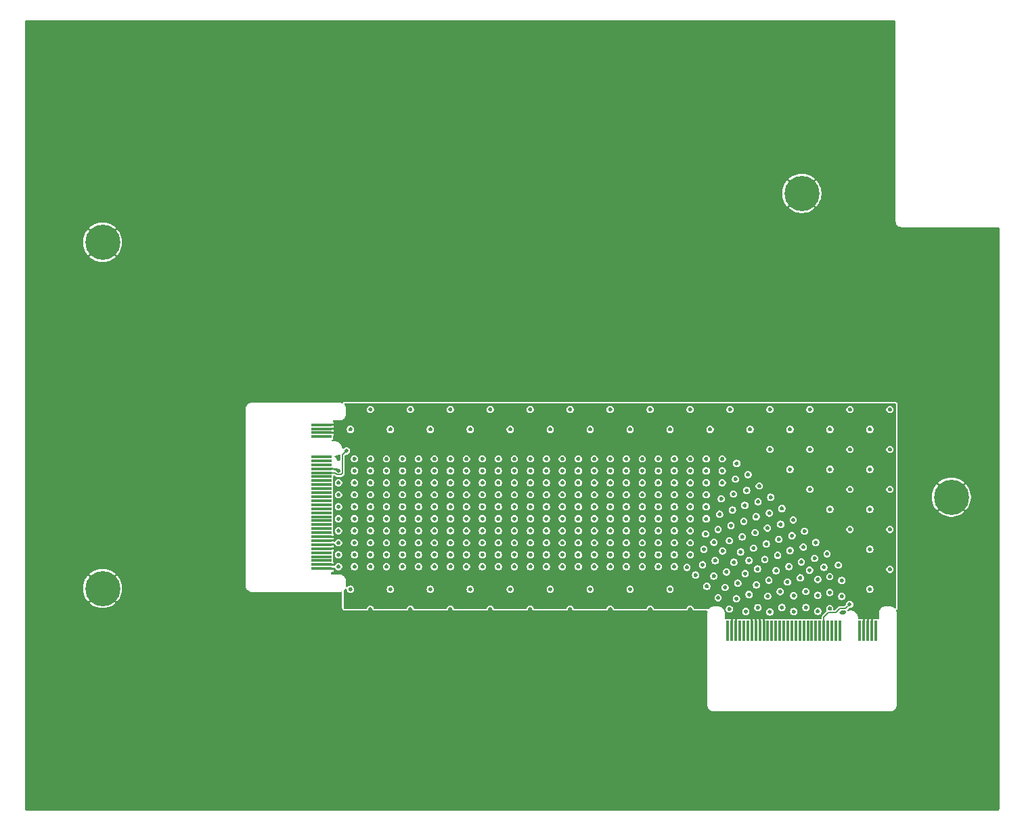
<source format=gbr>
%TF.GenerationSoftware,KiCad,Pcbnew,9.0.0*%
%TF.CreationDate,2025-02-24T00:41:41-05:00*%
%TF.ProjectId,Interposer_Board_JoneyTech,496e7465-7270-46f7-9365-725f426f6172,rev?*%
%TF.SameCoordinates,Original*%
%TF.FileFunction,Copper,L4,Bot*%
%TF.FilePolarity,Positive*%
%FSLAX46Y46*%
G04 Gerber Fmt 4.6, Leading zero omitted, Abs format (unit mm)*
G04 Created by KiCad (PCBNEW 9.0.0) date 2025-02-24 00:41:41*
%MOMM*%
%LPD*%
G01*
G04 APERTURE LIST*
%TA.AperFunction,SMDPad,CuDef*%
%ADD10R,2.500000X0.350000*%
%TD*%
%TA.AperFunction,ComponentPad*%
%ADD11C,0.700000*%
%TD*%
%TA.AperFunction,ComponentPad*%
%ADD12C,4.400000*%
%TD*%
%TA.AperFunction,SMDPad,CuDef*%
%ADD13R,0.350000X2.500000*%
%TD*%
%TA.AperFunction,ViaPad*%
%ADD14C,0.508000*%
%TD*%
%TA.AperFunction,Conductor*%
%ADD15C,0.150000*%
%TD*%
%TA.AperFunction,Conductor*%
%ADD16C,0.152400*%
%TD*%
G04 APERTURE END LIST*
D10*
%TO.P,J1,2,2*%
%TO.N,+3V3*%
X107188600Y-89303600D03*
%TO.P,J1,4,4*%
X107188600Y-88803600D03*
%TO.P,J1,6,6*%
%TO.N,unconnected-(J1-Pad6)*%
X107188600Y-88303600D03*
%TO.P,J1,8,8*%
%TO.N,unconnected-(J1-Pad8)*%
X107188600Y-87803600D03*
%TO.P,J1,10,10*%
%TO.N,unconnected-(J1-Pad10)*%
X107188600Y-87303600D03*
%TO.P,J1,12,12*%
%TO.N,+3V3*%
X107188600Y-86803600D03*
%TO.P,J1,14,14*%
X107188600Y-86303600D03*
%TO.P,J1,16,16*%
X107188600Y-85803600D03*
%TO.P,J1,18,18*%
X107188600Y-85303600D03*
%TO.P,J1,20,20*%
%TO.N,unconnected-(J1-Pad20)*%
X107188600Y-84803600D03*
%TO.P,J1,22,22*%
%TO.N,unconnected-(J1-Pad22)*%
X107188600Y-84303600D03*
%TO.P,J1,24,24*%
%TO.N,unconnected-(J1-Pad24)*%
X107188600Y-83803600D03*
%TO.P,J1,26,26*%
%TO.N,unconnected-(J1-Pad26)*%
X107188600Y-83303600D03*
%TO.P,J1,28,28*%
%TO.N,unconnected-(J1-Pad28)*%
X107188600Y-82803600D03*
%TO.P,J1,30,30*%
%TO.N,unconnected-(J1-Pad30)*%
X107188600Y-82303600D03*
%TO.P,J1,32,32*%
%TO.N,unconnected-(J1-Pad32)*%
X107188600Y-81803600D03*
%TO.P,J1,34,34*%
%TO.N,unconnected-(J1-Pad34)*%
X107188600Y-81303600D03*
%TO.P,J1,36,36*%
%TO.N,unconnected-(J1-Pad36)*%
X107188600Y-80803600D03*
%TO.P,J1,38,38*%
%TO.N,unconnected-(J1-Pad38)*%
X107188600Y-80303600D03*
%TO.P,J1,40,40*%
%TO.N,unconnected-(J1-Pad40)*%
X107188600Y-79803600D03*
%TO.P,J1,42,42*%
%TO.N,unconnected-(J1-Pad42)*%
X107188600Y-79303600D03*
%TO.P,J1,44,44*%
%TO.N,unconnected-(J1-Pad44)*%
X107188600Y-78803600D03*
%TO.P,J1,46,46*%
%TO.N,unconnected-(J1-Pad46)*%
X107188600Y-78303600D03*
%TO.P,J1,48,48*%
%TO.N,unconnected-(J1-Pad48)*%
X107188600Y-77803600D03*
%TO.P,J1,50,50*%
%TO.N,/PERST#*%
X107188600Y-77303600D03*
%TO.P,J1,52,52*%
%TO.N,GND*%
X107188600Y-76803600D03*
%TO.P,J1,54,54*%
%TO.N,unconnected-(J1-Pad54)*%
X107188600Y-76303600D03*
%TO.P,J1,56,56*%
%TO.N,unconnected-(J1-Pad56)*%
X107188600Y-75803600D03*
%TO.P,J1,58,58*%
%TO.N,unconnected-(J1-Pad58)*%
X107188600Y-75303600D03*
%TO.P,J1,68,68*%
%TO.N,unconnected-(J1-Pad68)*%
X107188600Y-72803600D03*
%TO.P,J1,70,70*%
%TO.N,+3V3*%
X107188600Y-72303600D03*
%TO.P,J1,72,72*%
X107188600Y-71803600D03*
%TO.P,J1,74,74*%
X107188600Y-71303600D03*
%TD*%
D11*
%TO.P,H2,1,1*%
%TO.N,GND*%
X165601100Y-42353600D03*
X166084374Y-41186874D03*
X166084374Y-43520326D03*
X167251100Y-40703600D03*
D12*
X167251100Y-42353600D03*
D11*
X167251100Y-44003600D03*
X168417826Y-41186874D03*
X168417826Y-43520326D03*
X168901100Y-42353600D03*
%TD*%
%TO.P,H4,1,1*%
%TO.N,GND*%
X78126100Y-91778600D03*
X78609374Y-90611874D03*
X78609374Y-92945326D03*
X79776100Y-90128600D03*
D12*
X79776100Y-91778600D03*
D11*
X79776100Y-93428600D03*
X80942826Y-90611874D03*
X80942826Y-92945326D03*
X81426100Y-91778600D03*
%TD*%
%TO.P,H1,1,1*%
%TO.N,GND*%
X184301100Y-80353600D03*
X184784374Y-79186874D03*
X184784374Y-81520326D03*
X185951100Y-78703600D03*
D12*
X185951100Y-80353600D03*
D11*
X185951100Y-82003600D03*
X187117826Y-79186874D03*
X187117826Y-81520326D03*
X187601100Y-80353600D03*
%TD*%
%TO.P,H3,1,1*%
%TO.N,GND*%
X78126100Y-48478600D03*
X78609374Y-47311874D03*
X78609374Y-49645326D03*
X79776100Y-46828600D03*
D12*
X79776100Y-48478600D03*
D11*
X79776100Y-50128600D03*
X80942826Y-47311874D03*
X80942826Y-49645326D03*
X81426100Y-48478600D03*
%TD*%
D13*
%TO.P,J2,1,1*%
%TO.N,unconnected-(J2-Pad1)*%
X158001100Y-97103600D03*
%TO.P,J2,3,3*%
%TO.N,+3V3*%
X158501100Y-97103600D03*
%TO.P,J2,5,5*%
X159001100Y-97103600D03*
%TO.P,J2,7,7*%
%TO.N,unconnected-(J2-Pad7)*%
X159501100Y-97103600D03*
%TO.P,J2,9,9*%
%TO.N,unconnected-(J2-Pad9)*%
X160001100Y-97103600D03*
%TO.P,J2,11,11*%
%TO.N,unconnected-(J2-Pad11)*%
X160501100Y-97103600D03*
%TO.P,J2,13,13*%
%TO.N,+3V3*%
X161001100Y-97103600D03*
%TO.P,J2,15,15*%
X161501100Y-97103600D03*
%TO.P,J2,17,17*%
X162001100Y-97103600D03*
%TO.P,J2,19,19*%
X162501100Y-97103600D03*
%TO.P,J2,21,21*%
%TO.N,unconnected-(J2-Pad21)*%
X163001100Y-97103600D03*
%TO.P,J2,23,23*%
%TO.N,unconnected-(J2-Pad23)*%
X163501100Y-97103600D03*
%TO.P,J2,25,25*%
%TO.N,unconnected-(J2-Pad25)*%
X164001100Y-97103600D03*
%TO.P,J2,27,27*%
%TO.N,unconnected-(J2-Pad27)*%
X164501100Y-97103600D03*
%TO.P,J2,29,29*%
%TO.N,unconnected-(J2-Pad29)*%
X165001100Y-97103600D03*
%TO.P,J2,31,31*%
%TO.N,unconnected-(J2-Pad31)*%
X165501100Y-97103600D03*
%TO.P,J2,33,33*%
%TO.N,unconnected-(J2-Pad33)*%
X166001100Y-97103600D03*
%TO.P,J2,35,35*%
%TO.N,unconnected-(J2-Pad35)*%
X166501100Y-97103600D03*
%TO.P,J2,37,37*%
%TO.N,unconnected-(J2-Pad37)*%
X167001100Y-97103600D03*
%TO.P,J2,39,39*%
%TO.N,unconnected-(J2-Pad39)*%
X167501100Y-97103600D03*
%TO.P,J2,41,41*%
%TO.N,unconnected-(J2-Pad41)*%
X168001100Y-97103600D03*
%TO.P,J2,43,43*%
%TO.N,unconnected-(J2-Pad43)*%
X168501100Y-97103600D03*
%TO.P,J2,45,45*%
%TO.N,unconnected-(J2-Pad45)*%
X169001100Y-97103600D03*
%TO.P,J2,47,47*%
%TO.N,unconnected-(J2-Pad47)*%
X169501100Y-97103600D03*
%TO.P,J2,49,49*%
%TO.N,/PERST#*%
X170001100Y-97103600D03*
%TO.P,J2,51,51*%
%TO.N,unconnected-(J2-Pad51)*%
X170501100Y-97103600D03*
%TO.P,J2,53,53*%
%TO.N,unconnected-(J2-Pad53)*%
X171001100Y-97103600D03*
%TO.P,J2,55,55*%
%TO.N,unconnected-(J2-Pad55)*%
X171501100Y-97103600D03*
%TO.P,J2,57,57*%
%TO.N,unconnected-(J2-Pad57)*%
X172001100Y-97103600D03*
%TO.P,J2,67,67*%
%TO.N,unconnected-(J2-Pad67)*%
X174501100Y-97103600D03*
%TO.P,J2,69,69*%
%TO.N,+3V3*%
X175001100Y-97103600D03*
%TO.P,J2,71,71*%
X175501100Y-97103600D03*
%TO.P,J2,73,73*%
X176001100Y-97103600D03*
%TO.P,J2,75,75*%
%TO.N,unconnected-(J2-Pad75)*%
X176501100Y-97103600D03*
%TD*%
D14*
%TO.N,GND*%
X73276100Y-29378600D03*
X130776100Y-71878600D03*
X140776100Y-71878600D03*
X110776100Y-71878600D03*
X115776100Y-71878600D03*
X125776100Y-71878600D03*
X120776100Y-71878600D03*
X150776100Y-71878600D03*
X135776100Y-71878600D03*
X155776100Y-71878600D03*
X145776100Y-71878600D03*
X133276100Y-69378600D03*
X113276100Y-69378600D03*
X118276100Y-69378600D03*
X128276100Y-69378600D03*
X123276100Y-69378600D03*
X153276100Y-69378600D03*
X138276100Y-69378600D03*
X143276100Y-69378600D03*
X148276100Y-69378600D03*
X158276100Y-69378600D03*
X163276100Y-74378600D03*
X160776100Y-71878600D03*
X163276100Y-69378600D03*
X165776100Y-71878600D03*
X168276100Y-74378600D03*
X165776100Y-76878600D03*
X168276100Y-79378600D03*
X173276100Y-79378600D03*
X178276100Y-79378600D03*
X170776100Y-71878600D03*
X168276100Y-69378600D03*
X173276100Y-69378600D03*
X178276100Y-69378600D03*
X175776100Y-71878600D03*
X173276100Y-74378600D03*
X178276100Y-74378600D03*
X170776100Y-76878600D03*
X175776100Y-76878600D03*
X170776100Y-81878600D03*
X173276100Y-84378600D03*
X175776100Y-81878600D03*
X178276100Y-84378600D03*
X175776100Y-86878600D03*
X178276100Y-89378600D03*
X175776100Y-91878600D03*
X135776100Y-91878600D03*
X125776100Y-91878600D03*
X130776100Y-91878600D03*
X150776100Y-91878600D03*
X115776100Y-91878600D03*
X120776100Y-91878600D03*
X110776100Y-91878600D03*
X140776100Y-91878600D03*
X145776100Y-91878600D03*
X185776100Y-116378600D03*
X180776100Y-116378600D03*
X175776100Y-116378600D03*
X170776100Y-116378600D03*
X165776100Y-116378600D03*
X160776100Y-116378600D03*
X155776100Y-116378600D03*
X150776100Y-116378600D03*
X145776100Y-116378600D03*
X140776100Y-116378600D03*
X135776100Y-116378600D03*
X130776100Y-116378600D03*
X125776100Y-116378600D03*
X120776100Y-116378600D03*
X115776100Y-116378600D03*
X110776100Y-116378600D03*
X105776100Y-116378600D03*
X100776100Y-116378600D03*
X95776100Y-116378600D03*
X90776100Y-116378600D03*
X85776100Y-116378600D03*
X80776100Y-116378600D03*
X75776100Y-116378600D03*
X188276100Y-74378600D03*
X188276100Y-69378600D03*
X188276100Y-84378600D03*
X188276100Y-89378600D03*
X185776100Y-86878600D03*
X185776100Y-91878600D03*
X185776100Y-76878600D03*
X185776100Y-71878600D03*
X183276100Y-69378600D03*
X183276100Y-74378600D03*
X183276100Y-89378600D03*
X183276100Y-84378600D03*
X180776100Y-76878600D03*
X180776100Y-71878600D03*
X180776100Y-91878600D03*
X180776100Y-86878600D03*
X180776100Y-81878600D03*
X188276100Y-49378600D03*
X188276100Y-64378600D03*
X188276100Y-59378600D03*
X188276100Y-54378600D03*
X183276100Y-49378600D03*
X185776100Y-56878600D03*
X185776100Y-66878600D03*
X185776100Y-51878600D03*
X185776100Y-61878600D03*
X183276100Y-64378600D03*
X183276100Y-59378600D03*
X183276100Y-54378600D03*
X178276100Y-49378600D03*
X180776100Y-56878600D03*
X180776100Y-66878600D03*
X180776100Y-51878600D03*
X180776100Y-61878600D03*
X178276100Y-64378600D03*
X178276100Y-59378600D03*
X178276100Y-54378600D03*
X175776100Y-26878600D03*
X175776100Y-41878600D03*
X175776100Y-61878600D03*
X175776100Y-56878600D03*
X175776100Y-36878600D03*
X175776100Y-51878600D03*
X175776100Y-31878600D03*
X175776100Y-46878600D03*
X175776100Y-66878600D03*
X173276100Y-59378600D03*
X173276100Y-54378600D03*
X173276100Y-34378600D03*
X170776100Y-36878600D03*
X173276100Y-64378600D03*
X170776100Y-51878600D03*
X173276100Y-44378600D03*
X170776100Y-31878600D03*
X170776100Y-46878600D03*
X170776100Y-66878600D03*
X173276100Y-29378600D03*
X173276100Y-39378600D03*
X170776100Y-56878600D03*
X173276100Y-24378600D03*
X173276100Y-49378600D03*
X170776100Y-26878600D03*
X170776100Y-61878600D03*
X170776100Y-41878600D03*
X168276100Y-59378600D03*
X168276100Y-54378600D03*
X168276100Y-34378600D03*
X168276100Y-64378600D03*
X165776100Y-51878600D03*
X165776100Y-31878600D03*
X165776100Y-46878600D03*
X165776100Y-66878600D03*
X168276100Y-29378600D03*
X165776100Y-56878600D03*
X168276100Y-24378600D03*
X168276100Y-49378600D03*
X165776100Y-26878600D03*
X165776100Y-61878600D03*
X163276100Y-59378600D03*
X163276100Y-54378600D03*
X163276100Y-34378600D03*
X163276100Y-64378600D03*
X160776100Y-51878600D03*
X163276100Y-44378600D03*
X160776100Y-31878600D03*
X160776100Y-46878600D03*
X160776100Y-66878600D03*
X163276100Y-29378600D03*
X163276100Y-39378600D03*
X160776100Y-56878600D03*
X163276100Y-24378600D03*
X163276100Y-49378600D03*
X160776100Y-26878600D03*
X160776100Y-61878600D03*
X160776100Y-41878600D03*
X158276100Y-59378600D03*
X158276100Y-54378600D03*
X158276100Y-34378600D03*
X158276100Y-64378600D03*
X155776100Y-51878600D03*
X158276100Y-44378600D03*
X155776100Y-31878600D03*
X155776100Y-46878600D03*
X155776100Y-66878600D03*
X158276100Y-29378600D03*
X158276100Y-39378600D03*
X155776100Y-56878600D03*
X158276100Y-24378600D03*
X158276100Y-49378600D03*
X155776100Y-61878600D03*
X155776100Y-41878600D03*
X153276100Y-59378600D03*
X153276100Y-54378600D03*
X153276100Y-34378600D03*
X153276100Y-64378600D03*
X150776100Y-51878600D03*
X153276100Y-44378600D03*
X150776100Y-31878600D03*
X150776100Y-46878600D03*
X150776100Y-66878600D03*
X153276100Y-29378600D03*
X153276100Y-39378600D03*
X150776100Y-56878600D03*
X153276100Y-24378600D03*
X153276100Y-49378600D03*
X150776100Y-61878600D03*
X150776100Y-41878600D03*
X148276100Y-59378600D03*
X148276100Y-54378600D03*
X148276100Y-34378600D03*
X148276100Y-64378600D03*
X145776100Y-51878600D03*
X148276100Y-44378600D03*
X145776100Y-31878600D03*
X145776100Y-46878600D03*
X145776100Y-66878600D03*
X148276100Y-29378600D03*
X148276100Y-39378600D03*
X145776100Y-56878600D03*
X148276100Y-24378600D03*
X148276100Y-49378600D03*
X145776100Y-61878600D03*
X145776100Y-41878600D03*
X143276100Y-59378600D03*
X143276100Y-54378600D03*
X143276100Y-34378600D03*
X143276100Y-64378600D03*
X140776100Y-51878600D03*
X143276100Y-44378600D03*
X140776100Y-31878600D03*
X140776100Y-46878600D03*
X140776100Y-66878600D03*
X143276100Y-29378600D03*
X143276100Y-39378600D03*
X140776100Y-56878600D03*
X143276100Y-24378600D03*
X143276100Y-49378600D03*
X140776100Y-61878600D03*
X140776100Y-41878600D03*
X138276100Y-59378600D03*
X138276100Y-54378600D03*
X138276100Y-34378600D03*
X138276100Y-64378600D03*
X135776100Y-51878600D03*
X138276100Y-44378600D03*
X135776100Y-31878600D03*
X135776100Y-46878600D03*
X135776100Y-66878600D03*
X138276100Y-29378600D03*
X138276100Y-39378600D03*
X135776100Y-56878600D03*
X138276100Y-24378600D03*
X138276100Y-49378600D03*
X135776100Y-61878600D03*
X135776100Y-41878600D03*
X133276100Y-59378600D03*
X133276100Y-54378600D03*
X133276100Y-34378600D03*
X133276100Y-64378600D03*
X130776100Y-51878600D03*
X133276100Y-44378600D03*
X130776100Y-46878600D03*
X130776100Y-66878600D03*
X133276100Y-29378600D03*
X133276100Y-39378600D03*
X130776100Y-56878600D03*
X133276100Y-24378600D03*
X133276100Y-49378600D03*
X130776100Y-61878600D03*
X130776100Y-41878600D03*
X128276100Y-59378600D03*
X128276100Y-54378600D03*
X128276100Y-34378600D03*
X128276100Y-64378600D03*
X125776100Y-51878600D03*
X128276100Y-44378600D03*
X125776100Y-46878600D03*
X125776100Y-66878600D03*
X128276100Y-39378600D03*
X125776100Y-56878600D03*
X128276100Y-24378600D03*
X128276100Y-49378600D03*
X125776100Y-61878600D03*
X125776100Y-41878600D03*
X123276100Y-59378600D03*
X123276100Y-54378600D03*
X123276100Y-34378600D03*
X123276100Y-64378600D03*
X120776100Y-51878600D03*
X123276100Y-44378600D03*
X120776100Y-46878600D03*
X120776100Y-66878600D03*
X123276100Y-39378600D03*
X120776100Y-56878600D03*
X123276100Y-24378600D03*
X123276100Y-49378600D03*
X120776100Y-61878600D03*
X120776100Y-41878600D03*
X118276100Y-59378600D03*
X118276100Y-54378600D03*
X118276100Y-64378600D03*
X115776100Y-51878600D03*
X118276100Y-44378600D03*
X115776100Y-46878600D03*
X115776100Y-66878600D03*
X118276100Y-39378600D03*
X115776100Y-56878600D03*
X118276100Y-24378600D03*
X118276100Y-49378600D03*
X115776100Y-61878600D03*
X115776100Y-41878600D03*
X113276100Y-59378600D03*
X113276100Y-54378600D03*
X113276100Y-64378600D03*
X110776100Y-51878600D03*
X113276100Y-44378600D03*
X110776100Y-46878600D03*
X110776100Y-66878600D03*
X113276100Y-39378600D03*
X110776100Y-56878600D03*
X113276100Y-24378600D03*
X113276100Y-49378600D03*
X110776100Y-61878600D03*
X110776100Y-41878600D03*
X108276100Y-59378600D03*
X108276100Y-54378600D03*
X108276100Y-64378600D03*
X105776100Y-51878600D03*
X108276100Y-44378600D03*
X105776100Y-46878600D03*
X105776100Y-66878600D03*
X108276100Y-39378600D03*
X105776100Y-56878600D03*
X108276100Y-24378600D03*
X108276100Y-49378600D03*
X105776100Y-61878600D03*
X105776100Y-41878600D03*
X185776100Y-96878600D03*
X185776100Y-101878600D03*
X188276100Y-109378600D03*
X188276100Y-99378600D03*
X188276100Y-94378600D03*
X185776100Y-111878600D03*
X188276100Y-104378600D03*
X188276100Y-114378600D03*
X185776100Y-106878600D03*
X180776100Y-96878600D03*
X180776100Y-101878600D03*
X183276100Y-109378600D03*
X183276100Y-99378600D03*
X183276100Y-94378600D03*
X180776100Y-111878600D03*
X183276100Y-104378600D03*
X183276100Y-114378600D03*
X180776100Y-106878600D03*
X178276100Y-109378600D03*
X175776100Y-111878600D03*
X178276100Y-114378600D03*
X173276100Y-109378600D03*
X170776100Y-111878600D03*
X173276100Y-114378600D03*
X168276100Y-109378600D03*
X165776100Y-111878600D03*
X168276100Y-114378600D03*
X163276100Y-109378600D03*
X160776100Y-111878600D03*
X163276100Y-114378600D03*
X158276100Y-109378600D03*
X155776100Y-111878600D03*
X158276100Y-114378600D03*
X150776100Y-111878600D03*
X153276100Y-99378600D03*
X153276100Y-94378600D03*
X150776100Y-96878600D03*
X153276100Y-104378600D03*
X153276100Y-109378600D03*
X150776100Y-106878600D03*
X150776100Y-101878600D03*
X153276100Y-114378600D03*
X145776100Y-111878600D03*
X148276100Y-99378600D03*
X148276100Y-94378600D03*
X145776100Y-96878600D03*
X148276100Y-104378600D03*
X148276100Y-109378600D03*
X145776100Y-106878600D03*
X145776100Y-101878600D03*
X148276100Y-114378600D03*
X140776100Y-111878600D03*
X143276100Y-99378600D03*
X143276100Y-94378600D03*
X140776100Y-96878600D03*
X143276100Y-104378600D03*
X143276100Y-109378600D03*
X140776100Y-106878600D03*
X140776100Y-101878600D03*
X143276100Y-114378600D03*
X135776100Y-111878600D03*
X138276100Y-99378600D03*
X138276100Y-94378600D03*
X135776100Y-96878600D03*
X138276100Y-104378600D03*
X138276100Y-109378600D03*
X135776100Y-106878600D03*
X135776100Y-101878600D03*
X138276100Y-114378600D03*
X130776100Y-111878600D03*
X133276100Y-99378600D03*
X133276100Y-94378600D03*
X130776100Y-96878600D03*
X133276100Y-104378600D03*
X133276100Y-109378600D03*
X130776100Y-106878600D03*
X130776100Y-101878600D03*
X133276100Y-114378600D03*
X125776100Y-111878600D03*
X128276100Y-99378600D03*
X128276100Y-94378600D03*
X125776100Y-96878600D03*
X128276100Y-104378600D03*
X128276100Y-109378600D03*
X125776100Y-106878600D03*
X125776100Y-101878600D03*
X128276100Y-114378600D03*
X120776100Y-111878600D03*
X123276100Y-99378600D03*
X123276100Y-94378600D03*
X120776100Y-96878600D03*
X123276100Y-104378600D03*
X123276100Y-109378600D03*
X120776100Y-106878600D03*
X120776100Y-101878600D03*
X123276100Y-114378600D03*
X115776100Y-111878600D03*
X118276100Y-99378600D03*
X118276100Y-94378600D03*
X115776100Y-96878600D03*
X118276100Y-104378600D03*
X118276100Y-109378600D03*
X115776100Y-106878600D03*
X115776100Y-101878600D03*
X118276100Y-114378600D03*
X110776100Y-111878600D03*
X113276100Y-99378600D03*
X113276100Y-94378600D03*
X110776100Y-96878600D03*
X113276100Y-104378600D03*
X113276100Y-109378600D03*
X110776100Y-106878600D03*
X110776100Y-101878600D03*
X113276100Y-114378600D03*
X105776100Y-111878600D03*
X108276100Y-99378600D03*
X108276100Y-94378600D03*
X105776100Y-96878600D03*
X108276100Y-104378600D03*
X108276100Y-109378600D03*
X105776100Y-106878600D03*
X105776100Y-101878600D03*
X108276100Y-114378600D03*
X100776100Y-101878600D03*
X100776100Y-46878600D03*
X103276100Y-114378600D03*
X100776100Y-66878600D03*
X100776100Y-111878600D03*
X100776100Y-51878600D03*
X103276100Y-94378600D03*
X103276100Y-99378600D03*
X100776100Y-96878600D03*
X103276100Y-44378600D03*
X103276100Y-64378600D03*
X103276100Y-54378600D03*
X103276100Y-59378600D03*
X100776100Y-56878600D03*
X100776100Y-61878600D03*
X100776100Y-41878600D03*
X103276100Y-39378600D03*
X103276100Y-49378600D03*
X103276100Y-24378600D03*
X100776100Y-106878600D03*
X103276100Y-104378600D03*
X103276100Y-109378600D03*
X95776100Y-101878600D03*
X95776100Y-76878600D03*
X95776100Y-46878600D03*
X95776100Y-91878600D03*
X98276100Y-114378600D03*
X95776100Y-66878600D03*
X95776100Y-111878600D03*
X95776100Y-51878600D03*
X98276100Y-94378600D03*
X98276100Y-99378600D03*
X95776100Y-96878600D03*
X98276100Y-44378600D03*
X98276100Y-64378600D03*
X95776100Y-86878600D03*
X98276100Y-54378600D03*
X98276100Y-59378600D03*
X95776100Y-81878600D03*
X95776100Y-56878600D03*
X95776100Y-61878600D03*
X95776100Y-41878600D03*
X95776100Y-71878600D03*
X98276100Y-39378600D03*
X98276100Y-49378600D03*
X98276100Y-24378600D03*
X95776100Y-106878600D03*
X98276100Y-104378600D03*
X98276100Y-109378600D03*
X93276100Y-74378600D03*
X93276100Y-104378600D03*
X93276100Y-84378600D03*
X90776100Y-106878600D03*
X93276100Y-109378600D03*
X93276100Y-79378600D03*
X93276100Y-114378600D03*
X93276100Y-99378600D03*
X90776100Y-96878600D03*
X93276100Y-89378600D03*
X90776100Y-111878600D03*
X93276100Y-94378600D03*
X90776100Y-101878600D03*
X90776100Y-91878600D03*
X90776100Y-46878600D03*
X90776100Y-66878600D03*
X90776100Y-76878600D03*
X90776100Y-51878600D03*
X90776100Y-61878600D03*
X90776100Y-86878600D03*
X90776100Y-41878600D03*
X90776100Y-71878600D03*
X93276100Y-54378600D03*
X90776100Y-81878600D03*
X90776100Y-56878600D03*
X93276100Y-44378600D03*
X93276100Y-59378600D03*
X93276100Y-64378600D03*
X93276100Y-24378600D03*
X93276100Y-39378600D03*
X93276100Y-69378600D03*
X93276100Y-49378600D03*
X88276100Y-74378600D03*
X88276100Y-104378600D03*
X88276100Y-84378600D03*
X85776100Y-106878600D03*
X88276100Y-109378600D03*
X88276100Y-79378600D03*
X88276100Y-114378600D03*
X88276100Y-99378600D03*
X85776100Y-96878600D03*
X88276100Y-89378600D03*
X85776100Y-111878600D03*
X88276100Y-94378600D03*
X85776100Y-101878600D03*
X85776100Y-91878600D03*
X85776100Y-46878600D03*
X85776100Y-66878600D03*
X85776100Y-76878600D03*
X85776100Y-51878600D03*
X85776100Y-61878600D03*
X85776100Y-86878600D03*
X85776100Y-41878600D03*
X85776100Y-71878600D03*
X88276100Y-54378600D03*
X85776100Y-81878600D03*
X85776100Y-56878600D03*
X88276100Y-44378600D03*
X88276100Y-59378600D03*
X88276100Y-64378600D03*
X88276100Y-24378600D03*
X88276100Y-69378600D03*
X88276100Y-49378600D03*
X83276100Y-114378600D03*
X83276100Y-104378600D03*
X83276100Y-94378600D03*
X83276100Y-109378600D03*
X83276100Y-99378600D03*
X83276100Y-89378600D03*
X83276100Y-44378600D03*
X83276100Y-64378600D03*
X83276100Y-74378600D03*
X83276100Y-49378600D03*
X83276100Y-59378600D03*
X83276100Y-84378600D03*
X83276100Y-69378600D03*
X83276100Y-24378600D03*
X83276100Y-79378600D03*
X83276100Y-54378600D03*
X80776100Y-106878600D03*
X80776100Y-96878600D03*
X80776100Y-111878600D03*
X80776100Y-101878600D03*
X80776100Y-66878600D03*
X80776100Y-76878600D03*
X80776100Y-51878600D03*
X80776100Y-61878600D03*
X80776100Y-86878600D03*
X80776100Y-71878600D03*
X80776100Y-81878600D03*
X80776100Y-56878600D03*
X75776100Y-46878600D03*
X75776100Y-91878600D03*
X78276100Y-84378600D03*
X78276100Y-114378600D03*
X78276100Y-104378600D03*
X78276100Y-109378600D03*
X78276100Y-99378600D03*
X78276100Y-79378600D03*
X78276100Y-69378600D03*
X78276100Y-74378600D03*
X78276100Y-64378600D03*
X78276100Y-44378600D03*
X78276100Y-54378600D03*
X78276100Y-59378600D03*
X73276100Y-24378600D03*
X73276100Y-64378600D03*
X73276100Y-59378600D03*
X73276100Y-34378600D03*
X78276100Y-24378600D03*
X73276100Y-44378600D03*
X73276100Y-39378600D03*
X73276100Y-69378600D03*
X73276100Y-49378600D03*
X73276100Y-54378600D03*
X75776100Y-56878600D03*
X75776100Y-61878600D03*
X75776100Y-76878600D03*
X75776100Y-86878600D03*
X75776100Y-71878600D03*
X75776100Y-81878600D03*
X75776100Y-66878600D03*
X75776100Y-51878600D03*
X73276100Y-74378600D03*
X73276100Y-79378600D03*
X73276100Y-94378600D03*
X73276100Y-114378600D03*
X73276100Y-104378600D03*
X73276100Y-99378600D03*
X73276100Y-84378600D03*
X75776100Y-106878600D03*
X75776100Y-96878600D03*
X75776100Y-101878600D03*
X75776100Y-111878600D03*
X73276100Y-89378600D03*
X73276100Y-109378600D03*
X152878282Y-89131229D03*
X156259248Y-86004306D03*
X160638461Y-88284503D03*
X170026100Y-89128600D03*
X168221502Y-89492714D03*
%TO.N,/PERST#*%
X173246100Y-93768600D03*
X110296100Y-74558600D03*
%TO.N,GND*%
X178276100Y-23378600D03*
X178276100Y-25378600D03*
X178276100Y-27378600D03*
X178276100Y-29378600D03*
X178276100Y-31378600D03*
X178276100Y-33378600D03*
X178276100Y-35378600D03*
X178276100Y-37378600D03*
X178276100Y-39378600D03*
X178276100Y-45378600D03*
X178276100Y-41378600D03*
X178276100Y-43378600D03*
X179361885Y-46964386D03*
X183361885Y-46964386D03*
X181361886Y-46964386D03*
X187361885Y-46964386D03*
X185361886Y-46964386D03*
X189361886Y-46964386D03*
X190776100Y-50378600D03*
X190776100Y-48378600D03*
X190776100Y-54378600D03*
X190776100Y-52378600D03*
X190776100Y-58378600D03*
X190776100Y-56378600D03*
X190776100Y-62378600D03*
X190776100Y-60378600D03*
X190776100Y-66378600D03*
X190776100Y-64378600D03*
X190776100Y-70378600D03*
X190776100Y-68378600D03*
X190776100Y-74378600D03*
X190776100Y-72378600D03*
X190776100Y-78378600D03*
X190776100Y-76378600D03*
X190776100Y-82378600D03*
X190776100Y-80378600D03*
X190776100Y-86378600D03*
X190776100Y-84378600D03*
X190776100Y-90378600D03*
X190776100Y-88378600D03*
X190776100Y-94378600D03*
X190776100Y-92378600D03*
X190776100Y-98378600D03*
X190776100Y-96378600D03*
X190776100Y-102378600D03*
X190776100Y-100378600D03*
X190776100Y-106378600D03*
X190776100Y-104378600D03*
X190776100Y-110378600D03*
X190776100Y-108378600D03*
X190776100Y-114378600D03*
X190776100Y-112378600D03*
X190776100Y-116378600D03*
X70776100Y-42378600D03*
X70776100Y-32378600D03*
X70776100Y-30378600D03*
X70776100Y-36378600D03*
X70776100Y-34378600D03*
X70776100Y-40378600D03*
X70776100Y-56378600D03*
X70776100Y-38378600D03*
X70776100Y-44378600D03*
X70776100Y-54378600D03*
X70776100Y-60378600D03*
X70776100Y-58378600D03*
X70776100Y-62378600D03*
X70776100Y-64378600D03*
X70776100Y-28378600D03*
X70776100Y-26378600D03*
X70776100Y-52378600D03*
X70776100Y-48378600D03*
X70776100Y-46378600D03*
X70776100Y-24378600D03*
X70776100Y-50378600D03*
X70776100Y-86378600D03*
X70776100Y-100378600D03*
X70776100Y-90378600D03*
X70776100Y-94378600D03*
X70776100Y-104378600D03*
X70776100Y-102378600D03*
X70776100Y-110378600D03*
X70776100Y-68378600D03*
X70776100Y-80378600D03*
X70776100Y-116378600D03*
X70776100Y-66378600D03*
X70776100Y-96378600D03*
X70776100Y-72378600D03*
X70776100Y-70378600D03*
X70776100Y-76378600D03*
X70776100Y-88378600D03*
X70776100Y-74378600D03*
X70776100Y-106378600D03*
X70776100Y-78378600D03*
X70776100Y-84378600D03*
X70776100Y-82378600D03*
X70776100Y-98378600D03*
X70776100Y-108378600D03*
X70776100Y-112378600D03*
X70776100Y-114378600D03*
X70776100Y-92378600D03*
X177776100Y-21378600D03*
X175776100Y-22128600D03*
X136526100Y-21378600D03*
X132776100Y-21378600D03*
X138276100Y-22128600D03*
X153276100Y-22128600D03*
X151526100Y-21378600D03*
X174026100Y-21378600D03*
X168276100Y-22128600D03*
X166526100Y-21378600D03*
X155276100Y-21378600D03*
X172026100Y-22128600D03*
X149526100Y-22128600D03*
X144026100Y-21378600D03*
X142026100Y-22128600D03*
X127026100Y-22128600D03*
X162776100Y-21378600D03*
X159026100Y-21378600D03*
X140276100Y-21378600D03*
X130776100Y-22128600D03*
X129026100Y-21378600D03*
X164526100Y-22128600D03*
X160776100Y-22128600D03*
X123276100Y-22128600D03*
X147776100Y-21378600D03*
X170276100Y-21378600D03*
X145776100Y-22128600D03*
X134526100Y-22128600D03*
X157026100Y-22128600D03*
X112026100Y-22128600D03*
X85776100Y-22128600D03*
X114026100Y-21378600D03*
X108276100Y-22128600D03*
X115776100Y-22128600D03*
X97026100Y-22128600D03*
X91526100Y-21378600D03*
X110276100Y-21378600D03*
X117776100Y-21378600D03*
X99026100Y-21378600D03*
X102776100Y-21378600D03*
X100776100Y-22128600D03*
X125276100Y-21378600D03*
X95276100Y-21378600D03*
X119526100Y-22128600D03*
X104526100Y-22128600D03*
X82026100Y-22128600D03*
X87776100Y-21378600D03*
X93276100Y-22128600D03*
X121526100Y-21378600D03*
X84026100Y-21378600D03*
X106526100Y-21378600D03*
X89526100Y-22128600D03*
X74526100Y-22128600D03*
X72526100Y-21378600D03*
X70776100Y-22128600D03*
X78276100Y-22128600D03*
X80276100Y-21378600D03*
X76526100Y-21378600D03*
X190776100Y-118878600D03*
X187026100Y-118878600D03*
X189026100Y-118128600D03*
X183276100Y-118878600D03*
X185276100Y-118128600D03*
X179526100Y-118878600D03*
X181526100Y-118128600D03*
X175776100Y-118878600D03*
X177776100Y-118128600D03*
X172026100Y-118878600D03*
X174026100Y-118128600D03*
X168276100Y-118878600D03*
X170276100Y-118128600D03*
X164526100Y-118878600D03*
X166526100Y-118128600D03*
X160776100Y-118878600D03*
X162776100Y-118128600D03*
X157026100Y-118878600D03*
X159026100Y-118128600D03*
X153276100Y-118878600D03*
X155276100Y-118128600D03*
X149526100Y-118878600D03*
X151526100Y-118128600D03*
X145776100Y-118878600D03*
X147776100Y-118128600D03*
X142026100Y-118878600D03*
X144026100Y-118128600D03*
X138276100Y-118878600D03*
X140276100Y-118128600D03*
X134526100Y-118878600D03*
X136526100Y-118128600D03*
X130776100Y-118878600D03*
X132776100Y-118128600D03*
X127026100Y-118878600D03*
X129026100Y-118128600D03*
X123276100Y-118878600D03*
X125276100Y-118128600D03*
X119526100Y-118878600D03*
X121526100Y-118128600D03*
X115776100Y-118878600D03*
X117776100Y-118128600D03*
X112026100Y-118878600D03*
X114026100Y-118128600D03*
X108276100Y-118878600D03*
X110276100Y-118128600D03*
X104526100Y-118878600D03*
X106526100Y-118128600D03*
X100776100Y-118878600D03*
X102776100Y-118128600D03*
X97026100Y-118878600D03*
X99026100Y-118128600D03*
X93276100Y-118878600D03*
X95276100Y-118128600D03*
X89526100Y-118878600D03*
X91526100Y-118128600D03*
X85776100Y-118878600D03*
X87776100Y-118128600D03*
X82026100Y-118878600D03*
X84026100Y-118128600D03*
X78276100Y-118878600D03*
X80276100Y-118128600D03*
X76526100Y-118128600D03*
X74526100Y-118878600D03*
X72526100Y-118128600D03*
X70776100Y-118878600D03*
X158195100Y-94347600D03*
X156781100Y-92933600D03*
X155367100Y-91519600D03*
X160256100Y-94658600D03*
X159075100Y-93067600D03*
X157661100Y-91653600D03*
X154833100Y-88825600D03*
X156247100Y-90239600D03*
X161746100Y-94168600D03*
X160659100Y-92541600D03*
X159245100Y-91127600D03*
X157831100Y-89713600D03*
X156417100Y-88299600D03*
X155003100Y-86885600D03*
X163256100Y-94718600D03*
X162993100Y-92745600D03*
X160165100Y-89917600D03*
X161579100Y-91331600D03*
X158751100Y-88503600D03*
X157337100Y-87089600D03*
X164756100Y-94158600D03*
X163136100Y-90758600D03*
X164550100Y-92172600D03*
X161722100Y-89344600D03*
X159601100Y-87223600D03*
X158187100Y-85809600D03*
X156773100Y-84395600D03*
X166246100Y-94678600D03*
X166246100Y-92678600D03*
X164043100Y-89565600D03*
X165457100Y-90979600D03*
X162629100Y-88151600D03*
X159801100Y-85323600D03*
X161215100Y-86737600D03*
X158387100Y-83909600D03*
X156973100Y-82495600D03*
X167771100Y-92163600D03*
X167771100Y-94163600D03*
X167064100Y-90456600D03*
X165650100Y-89042600D03*
X164236100Y-87628600D03*
X162822100Y-86214600D03*
X161408100Y-84800600D03*
X159994100Y-83386600D03*
X158580100Y-81972600D03*
X157166100Y-80558600D03*
X169246100Y-94648600D03*
X169246100Y-92648600D03*
X169246100Y-90648600D03*
X167194100Y-88456600D03*
X165780100Y-87042600D03*
X164366100Y-85628600D03*
X162952100Y-84214600D03*
X161538100Y-82800600D03*
X160124100Y-81386600D03*
X158710100Y-79972600D03*
X170756100Y-94288600D03*
X170756100Y-92288600D03*
X172246100Y-94768600D03*
X172246100Y-92768600D03*
X172246100Y-90768600D03*
X170756100Y-90288600D03*
X168851100Y-88003600D03*
X167437100Y-86589600D03*
X166023100Y-85175600D03*
X164609100Y-83761600D03*
X163195100Y-82347600D03*
X161781100Y-80933600D03*
X160367100Y-79519600D03*
X158953100Y-78105600D03*
X171832100Y-88854600D03*
X170418100Y-87440600D03*
X169004100Y-86026600D03*
X167590100Y-84612600D03*
X166176100Y-83198600D03*
X164762100Y-81784600D03*
X163348100Y-80370600D03*
X161934100Y-78956600D03*
X160520100Y-77542600D03*
X159106100Y-76128600D03*
X147296100Y-89058600D03*
X145296100Y-89058600D03*
X151296100Y-89058600D03*
X149296100Y-89058600D03*
X137296100Y-89058600D03*
X129296100Y-89058600D03*
X135296100Y-89058600D03*
X131296100Y-89058600D03*
X119296100Y-89058600D03*
X127296100Y-89058600D03*
X123296100Y-89058600D03*
X117296100Y-89058600D03*
X133296100Y-89058600D03*
X111296100Y-89058600D03*
X121296100Y-89058600D03*
X115296100Y-89058600D03*
X141296100Y-89058600D03*
X139296100Y-89058600D03*
X125296100Y-89058600D03*
X113296100Y-89058600D03*
X143296100Y-89058600D03*
X147296100Y-87558600D03*
X145296100Y-87558600D03*
X153296100Y-87558600D03*
X151296100Y-87558600D03*
X149296100Y-87558600D03*
X137296100Y-87558600D03*
X129296100Y-87558600D03*
X135296100Y-87558600D03*
X131296100Y-87558600D03*
X119296100Y-87558600D03*
X127296100Y-87558600D03*
X123296100Y-87558600D03*
X117296100Y-87558600D03*
X133296100Y-87558600D03*
X111296100Y-87558600D03*
X121296100Y-87558600D03*
X115296100Y-87558600D03*
X141296100Y-87558600D03*
X139296100Y-87558600D03*
X125296100Y-87558600D03*
X113296100Y-87558600D03*
X143296100Y-87558600D03*
X147296100Y-86058600D03*
X145296100Y-86058600D03*
X153296100Y-86058600D03*
X151296100Y-86058600D03*
X149296100Y-86058600D03*
X137296100Y-86058600D03*
X129296100Y-86058600D03*
X135296100Y-86058600D03*
X131296100Y-86058600D03*
X119296100Y-86058600D03*
X127296100Y-86058600D03*
X123296100Y-86058600D03*
X117296100Y-86058600D03*
X133296100Y-86058600D03*
X111296100Y-86058600D03*
X121296100Y-86058600D03*
X115296100Y-86058600D03*
X141296100Y-86058600D03*
X139296100Y-86058600D03*
X125296100Y-86058600D03*
X113296100Y-86058600D03*
X143296100Y-86058600D03*
X147296100Y-84558600D03*
X145296100Y-84558600D03*
X153296100Y-84558600D03*
X151296100Y-84558600D03*
X149296100Y-84558600D03*
X137296100Y-84558600D03*
X129296100Y-84558600D03*
X135296100Y-84558600D03*
X131296100Y-84558600D03*
X119296100Y-84558600D03*
X127296100Y-84558600D03*
X123296100Y-84558600D03*
X117296100Y-84558600D03*
X133296100Y-84558600D03*
X111296100Y-84558600D03*
X121296100Y-84558600D03*
X115296100Y-84558600D03*
X141296100Y-84558600D03*
X139296100Y-84558600D03*
X125296100Y-84558600D03*
X113296100Y-84558600D03*
X143296100Y-84558600D03*
X147296100Y-83058600D03*
X145296100Y-83058600D03*
X153296100Y-83058600D03*
X151296100Y-83058600D03*
X149296100Y-83058600D03*
X155296100Y-83058600D03*
X137296100Y-83058600D03*
X129296100Y-83058600D03*
X135296100Y-83058600D03*
X131296100Y-83058600D03*
X119296100Y-83058600D03*
X127296100Y-83058600D03*
X123296100Y-83058600D03*
X117296100Y-83058600D03*
X133296100Y-83058600D03*
X111296100Y-83058600D03*
X121296100Y-83058600D03*
X115296100Y-83058600D03*
X141296100Y-83058600D03*
X139296100Y-83058600D03*
X125296100Y-83058600D03*
X113296100Y-83058600D03*
X143296100Y-83058600D03*
X147296100Y-81558600D03*
X145296100Y-81558600D03*
X153296100Y-81558600D03*
X151296100Y-81558600D03*
X149296100Y-81558600D03*
X155296100Y-81558600D03*
X137296100Y-81558600D03*
X129296100Y-81558600D03*
X135296100Y-81558600D03*
X131296100Y-81558600D03*
X119296100Y-81558600D03*
X127296100Y-81558600D03*
X123296100Y-81558600D03*
X117296100Y-81558600D03*
X133296100Y-81558600D03*
X111296100Y-81558600D03*
X121296100Y-81558600D03*
X115296100Y-81558600D03*
X141296100Y-81558600D03*
X139296100Y-81558600D03*
X125296100Y-81558600D03*
X113296100Y-81558600D03*
X143296100Y-81558600D03*
X147296100Y-80058600D03*
X145296100Y-80058600D03*
X153296100Y-80058600D03*
X151296100Y-80058600D03*
X149296100Y-80058600D03*
X155296100Y-80058600D03*
X137296100Y-80058600D03*
X129296100Y-80058600D03*
X135296100Y-80058600D03*
X131296100Y-80058600D03*
X119296100Y-80058600D03*
X127296100Y-80058600D03*
X123296100Y-80058600D03*
X117296100Y-80058600D03*
X133296100Y-80058600D03*
X111296100Y-80058600D03*
X121296100Y-80058600D03*
X115296100Y-80058600D03*
X141296100Y-80058600D03*
X139296100Y-80058600D03*
X125296100Y-80058600D03*
X113296100Y-80058600D03*
X143296100Y-80058600D03*
X157296100Y-78558600D03*
X147296100Y-78558600D03*
X145296100Y-78558600D03*
X153296100Y-78558600D03*
X151296100Y-78558600D03*
X149296100Y-78558600D03*
X155296100Y-78558600D03*
X137296100Y-78558600D03*
X129296100Y-78558600D03*
X135296100Y-78558600D03*
X131296100Y-78558600D03*
X119296100Y-78558600D03*
X127296100Y-78558600D03*
X123296100Y-78558600D03*
X117296100Y-78558600D03*
X133296100Y-78558600D03*
X111296100Y-78558600D03*
X121296100Y-78558600D03*
X115296100Y-78558600D03*
X141296100Y-78558600D03*
X139296100Y-78558600D03*
X125296100Y-78558600D03*
X113296100Y-78558600D03*
X143296100Y-78558600D03*
X157296100Y-75558600D03*
X147296100Y-75558600D03*
X145296100Y-75558600D03*
X153296100Y-75558600D03*
X151296100Y-75558600D03*
X149296100Y-75558600D03*
X155296100Y-75558600D03*
X137296100Y-75558600D03*
X129296100Y-75558600D03*
X135296100Y-75558600D03*
X131296100Y-75558600D03*
X119296100Y-75558600D03*
X127296100Y-75558600D03*
X123296100Y-75558600D03*
X133296100Y-75558600D03*
X111296100Y-75558600D03*
X121296100Y-75558600D03*
X115296100Y-75558600D03*
X141296100Y-75558600D03*
X139296100Y-75558600D03*
X125296100Y-75558600D03*
X113296100Y-75558600D03*
X143296100Y-75558600D03*
X109296100Y-89058600D03*
X109296100Y-87558600D03*
X109296100Y-86058600D03*
X109296100Y-84558600D03*
X109296100Y-83058600D03*
X109296100Y-81558600D03*
X109296100Y-80058600D03*
X109296100Y-75558600D03*
X109296100Y-78558600D03*
X157296100Y-77058600D03*
X155296100Y-77058600D03*
X153296100Y-77058600D03*
X151296100Y-77058600D03*
X149296100Y-77058600D03*
X147296100Y-77058600D03*
X145296100Y-77058600D03*
X143296100Y-77058600D03*
X141296100Y-77058600D03*
X139296100Y-77058600D03*
X137296100Y-77058600D03*
X135296100Y-77058600D03*
X133296100Y-77058600D03*
X131296100Y-77058600D03*
X129296100Y-77058600D03*
X127296100Y-77058600D03*
X125296100Y-77058600D03*
X123296100Y-77058600D03*
X121296100Y-77058600D03*
X119296100Y-77058600D03*
X117296100Y-77058600D03*
X115296100Y-77058600D03*
X113296100Y-77058600D03*
X111296100Y-77058600D03*
X109296100Y-77058600D03*
X117296100Y-75558600D03*
X153953100Y-90105600D03*
X155216100Y-84968600D03*
%TD*%
D15*
%TO.N,GND*%
X109041100Y-76803600D02*
X109296100Y-77058600D01*
X107188600Y-76803600D02*
X109041100Y-76803600D01*
D16*
%TO.N,/PERST#*%
X172045786Y-94285000D02*
X171525786Y-94805000D01*
X172729700Y-94285000D02*
X172045786Y-94285000D01*
X173276100Y-93738600D02*
X172729700Y-94285000D01*
X171525786Y-94805000D02*
X170555786Y-94805000D01*
X170555786Y-94805000D02*
X170001100Y-95359686D01*
X170001100Y-95359686D02*
X170001100Y-97103600D01*
X109779700Y-75075000D02*
X110296100Y-74558600D01*
X109779700Y-77375000D02*
X109779700Y-75075000D01*
X109095786Y-77542200D02*
X109612500Y-77542200D01*
X107188600Y-77303600D02*
X108857186Y-77303600D01*
X108857186Y-77303600D02*
X109095786Y-77542200D01*
X109612500Y-77542200D02*
X109779700Y-77375000D01*
%TD*%
%TA.AperFunction,Conductor*%
%TO.N,GND*%
G36*
X172697708Y-94572756D02*
G01*
X172722644Y-94577704D01*
X172726817Y-94582214D01*
X172732661Y-94584113D01*
X172756193Y-94613964D01*
X172764869Y-94623340D01*
X172765714Y-94625172D01*
X172776787Y-94651904D01*
X172787456Y-94672276D01*
X172788523Y-94674586D01*
X172791908Y-94703074D01*
X172796715Y-94731371D01*
X172795550Y-94733721D01*
X172795860Y-94736326D01*
X172773766Y-94777683D01*
X172769110Y-94787081D01*
X172768605Y-94787345D01*
X172768319Y-94787881D01*
X172676637Y-94879563D01*
X172660195Y-94904171D01*
X172617813Y-94967600D01*
X172606401Y-94984679D01*
X172557574Y-95023170D01*
X172495448Y-95025611D01*
X172495271Y-95025561D01*
X172430984Y-95007303D01*
X172368909Y-95004052D01*
X172368895Y-95004052D01*
X172303967Y-95010877D01*
X172291673Y-95014172D01*
X172265635Y-95017600D01*
X172226562Y-95017600D01*
X172200522Y-95014171D01*
X172162780Y-95004057D01*
X172138520Y-94994008D01*
X172104679Y-94974470D01*
X172083844Y-94958483D01*
X172042349Y-94916988D01*
X172034482Y-94908135D01*
X172014800Y-94883170D01*
X172014794Y-94883162D01*
X172001796Y-94870830D01*
X171972125Y-94816193D01*
X171980236Y-94754550D01*
X171999905Y-94726718D01*
X172132260Y-94594365D01*
X172187657Y-94566138D01*
X172203394Y-94564900D01*
X172673530Y-94564900D01*
X172697708Y-94572756D01*
G37*
%TD.AperFunction*%
%TA.AperFunction,Conductor*%
G36*
X163301675Y-94473027D02*
G01*
X163325274Y-94479351D01*
X163339415Y-94483140D01*
X163363674Y-94493188D01*
X163365063Y-94493990D01*
X163397519Y-94512728D01*
X163418348Y-94528710D01*
X163436487Y-94546848D01*
X163445983Y-94556344D01*
X163461971Y-94577180D01*
X163481509Y-94611022D01*
X163491557Y-94635278D01*
X163494380Y-94645811D01*
X163494381Y-94645818D01*
X163499775Y-94665949D01*
X163499785Y-94665983D01*
X163501671Y-94673020D01*
X163505100Y-94699063D01*
X163505100Y-94738136D01*
X163501671Y-94764176D01*
X163491557Y-94801918D01*
X163481508Y-94826178D01*
X163461970Y-94860019D01*
X163445984Y-94880853D01*
X163418354Y-94908483D01*
X163397519Y-94924470D01*
X163363678Y-94944008D01*
X163339418Y-94954057D01*
X163301677Y-94964171D01*
X163275637Y-94967600D01*
X163236562Y-94967600D01*
X163210524Y-94964172D01*
X163187968Y-94958128D01*
X163172783Y-94954059D01*
X163148523Y-94944010D01*
X163114677Y-94924468D01*
X163093846Y-94908484D01*
X163066214Y-94880853D01*
X163050226Y-94860017D01*
X163047023Y-94854470D01*
X163030691Y-94826181D01*
X163020642Y-94801920D01*
X163010528Y-94764174D01*
X163007100Y-94738137D01*
X163007100Y-94699060D01*
X163010528Y-94673023D01*
X163016187Y-94651904D01*
X163020641Y-94635277D01*
X163030688Y-94611022D01*
X163050230Y-94577176D01*
X163066210Y-94556349D01*
X163093848Y-94528711D01*
X163114673Y-94512731D01*
X163148522Y-94493187D01*
X163172773Y-94483142D01*
X163210530Y-94473026D01*
X163236560Y-94469600D01*
X163275639Y-94469600D01*
X163301675Y-94473027D01*
G37*
%TD.AperFunction*%
%TA.AperFunction,Conductor*%
G36*
X166291675Y-94433027D02*
G01*
X166327862Y-94442724D01*
X166329415Y-94443140D01*
X166353675Y-94453188D01*
X166387519Y-94472728D01*
X166408354Y-94488715D01*
X166435983Y-94516344D01*
X166451970Y-94537179D01*
X166471508Y-94571020D01*
X166481557Y-94595280D01*
X166487060Y-94615814D01*
X166491671Y-94633020D01*
X166495100Y-94659061D01*
X166495100Y-94698136D01*
X166491671Y-94724174D01*
X166491671Y-94724176D01*
X166481557Y-94761918D01*
X166471508Y-94786178D01*
X166451970Y-94820019D01*
X166435983Y-94840854D01*
X166408354Y-94868483D01*
X166387519Y-94884470D01*
X166353678Y-94904008D01*
X166329418Y-94914057D01*
X166291677Y-94924171D01*
X166265637Y-94927600D01*
X166226562Y-94927600D01*
X166200522Y-94924171D01*
X166162780Y-94914057D01*
X166138520Y-94904008D01*
X166104679Y-94884470D01*
X166083844Y-94868483D01*
X166056213Y-94840852D01*
X166040226Y-94820017D01*
X166029529Y-94801490D01*
X166020691Y-94786181D01*
X166010642Y-94761920D01*
X166000528Y-94724174D01*
X165997100Y-94698137D01*
X165997100Y-94659060D01*
X166000528Y-94633023D01*
X166002459Y-94625816D01*
X166010641Y-94595277D01*
X166020690Y-94571020D01*
X166040230Y-94537176D01*
X166056210Y-94516349D01*
X166083848Y-94488711D01*
X166104673Y-94472731D01*
X166138522Y-94453187D01*
X166162773Y-94443142D01*
X166200530Y-94433026D01*
X166226560Y-94429600D01*
X166265639Y-94429600D01*
X166291675Y-94433027D01*
G37*
%TD.AperFunction*%
%TA.AperFunction,Conductor*%
G36*
X160301675Y-94413027D02*
G01*
X160339411Y-94423139D01*
X160339415Y-94423140D01*
X160363675Y-94433188D01*
X160397519Y-94452728D01*
X160418354Y-94468715D01*
X160445983Y-94496344D01*
X160461970Y-94517179D01*
X160481508Y-94551020D01*
X160491557Y-94575280D01*
X160501671Y-94613022D01*
X160505100Y-94639062D01*
X160505100Y-94678136D01*
X160501671Y-94704174D01*
X160501671Y-94704176D01*
X160491557Y-94741918D01*
X160481508Y-94766178D01*
X160461970Y-94800019D01*
X160445983Y-94820854D01*
X160418354Y-94848483D01*
X160397519Y-94864470D01*
X160363678Y-94884008D01*
X160339418Y-94894057D01*
X160301677Y-94904171D01*
X160275637Y-94907600D01*
X160236562Y-94907600D01*
X160210524Y-94904172D01*
X160185997Y-94897600D01*
X160172783Y-94894059D01*
X160148523Y-94884010D01*
X160114677Y-94864468D01*
X160093846Y-94848484D01*
X160066214Y-94820853D01*
X160050226Y-94800017D01*
X160043219Y-94787881D01*
X160030691Y-94766181D01*
X160020642Y-94741920D01*
X160010528Y-94704174D01*
X160007100Y-94678137D01*
X160007100Y-94639060D01*
X160010528Y-94613023D01*
X160013207Y-94603023D01*
X160020641Y-94575277D01*
X160030690Y-94551020D01*
X160050230Y-94517176D01*
X160066210Y-94496349D01*
X160093848Y-94468711D01*
X160114673Y-94452731D01*
X160148522Y-94433187D01*
X160172773Y-94423142D01*
X160210530Y-94413026D01*
X160236560Y-94409600D01*
X160275639Y-94409600D01*
X160301675Y-94413027D01*
G37*
%TD.AperFunction*%
%TA.AperFunction,Conductor*%
G36*
X169291675Y-94403027D02*
G01*
X169328993Y-94413027D01*
X169329415Y-94413140D01*
X169353674Y-94423188D01*
X169358231Y-94425819D01*
X169387519Y-94442728D01*
X169408348Y-94458710D01*
X169422366Y-94472727D01*
X169435983Y-94486344D01*
X169451969Y-94507177D01*
X169471510Y-94541024D01*
X169481559Y-94565283D01*
X169491672Y-94603024D01*
X169495100Y-94629062D01*
X169495100Y-94668136D01*
X169491671Y-94694176D01*
X169481557Y-94731918D01*
X169471508Y-94756178D01*
X169451970Y-94790019D01*
X169435983Y-94810854D01*
X169408354Y-94838483D01*
X169387519Y-94854470D01*
X169353678Y-94874008D01*
X169329418Y-94884057D01*
X169291677Y-94894171D01*
X169265637Y-94897600D01*
X169226562Y-94897600D01*
X169200522Y-94894171D01*
X169162780Y-94884057D01*
X169138520Y-94874008D01*
X169104679Y-94854470D01*
X169083844Y-94838483D01*
X169056213Y-94810852D01*
X169040226Y-94790017D01*
X169038683Y-94787345D01*
X169020691Y-94756181D01*
X169010642Y-94731920D01*
X169000528Y-94694174D01*
X168997100Y-94668137D01*
X168997100Y-94629060D01*
X169000528Y-94603023D01*
X169005878Y-94583057D01*
X169010641Y-94565277D01*
X169020690Y-94541020D01*
X169040230Y-94507176D01*
X169056210Y-94486349D01*
X169083848Y-94458711D01*
X169104673Y-94442731D01*
X169138522Y-94423187D01*
X169162773Y-94413142D01*
X169200530Y-94403026D01*
X169226560Y-94399600D01*
X169265639Y-94399600D01*
X169291675Y-94403027D01*
G37*
%TD.AperFunction*%
%TA.AperFunction,Conductor*%
G36*
X158240675Y-94102027D02*
G01*
X158278411Y-94112139D01*
X158278415Y-94112140D01*
X158302675Y-94122189D01*
X158326272Y-94135812D01*
X158326279Y-94135816D01*
X158336518Y-94141727D01*
X158357348Y-94157710D01*
X158372363Y-94172724D01*
X158384983Y-94185344D01*
X158400969Y-94206177D01*
X158404729Y-94212689D01*
X158420510Y-94240023D01*
X158430557Y-94264279D01*
X158438865Y-94295282D01*
X158440672Y-94302023D01*
X158444100Y-94328062D01*
X158444100Y-94367137D01*
X158440671Y-94393177D01*
X158430558Y-94430915D01*
X158420510Y-94455173D01*
X158400971Y-94489017D01*
X158384984Y-94509853D01*
X158357354Y-94537483D01*
X158336519Y-94553470D01*
X158302678Y-94573008D01*
X158278418Y-94583057D01*
X158240677Y-94593171D01*
X158214637Y-94596600D01*
X158175562Y-94596600D01*
X158149524Y-94593172D01*
X158115716Y-94584113D01*
X158111783Y-94583059D01*
X158087523Y-94573010D01*
X158053677Y-94553468D01*
X158032846Y-94537484D01*
X158005214Y-94509853D01*
X157989226Y-94489017D01*
X157987683Y-94486345D01*
X157969691Y-94455181D01*
X157959642Y-94430920D01*
X157949528Y-94393174D01*
X157946100Y-94367137D01*
X157946100Y-94328060D01*
X157949528Y-94302023D01*
X157956453Y-94276178D01*
X157959641Y-94264277D01*
X157969691Y-94240018D01*
X157989230Y-94206176D01*
X158005210Y-94185349D01*
X158032848Y-94157711D01*
X158053673Y-94141731D01*
X158087522Y-94122187D01*
X158111773Y-94112142D01*
X158149530Y-94102026D01*
X158175560Y-94098600D01*
X158214639Y-94098600D01*
X158240675Y-94102027D01*
G37*
%TD.AperFunction*%
%TA.AperFunction,Conductor*%
G36*
X170801675Y-94043027D02*
G01*
X170825349Y-94049371D01*
X170839415Y-94053140D01*
X170863675Y-94063188D01*
X170897519Y-94082728D01*
X170918354Y-94098715D01*
X170945983Y-94126344D01*
X170961970Y-94147179D01*
X170981508Y-94181020D01*
X170991557Y-94205280D01*
X171001671Y-94243022D01*
X171005100Y-94269062D01*
X171005100Y-94308139D01*
X171001674Y-94334171D01*
X170998918Y-94344455D01*
X170991881Y-94403924D01*
X170991880Y-94403928D01*
X170992351Y-94421865D01*
X170974694Y-94481479D01*
X170925369Y-94519329D01*
X170891786Y-94525100D01*
X170650426Y-94525100D01*
X170624462Y-94516663D01*
X170597907Y-94510303D01*
X170595320Y-94507195D01*
X170591295Y-94505887D01*
X170557504Y-94463046D01*
X170556977Y-94461776D01*
X170533991Y-94401895D01*
X170527406Y-94390490D01*
X170524890Y-94384424D01*
X170524669Y-94381644D01*
X170520642Y-94371922D01*
X170510526Y-94334170D01*
X170507100Y-94308137D01*
X170507100Y-94269060D01*
X170510528Y-94243023D01*
X170517676Y-94216345D01*
X170520641Y-94205277D01*
X170530690Y-94181020D01*
X170550229Y-94147177D01*
X170566210Y-94126349D01*
X170593848Y-94098711D01*
X170614673Y-94082731D01*
X170648522Y-94063187D01*
X170672773Y-94053142D01*
X170710530Y-94043026D01*
X170736560Y-94039600D01*
X170775639Y-94039600D01*
X170801675Y-94043027D01*
G37*
%TD.AperFunction*%
%TA.AperFunction,Conductor*%
G36*
X161791675Y-93923027D02*
G01*
X161816875Y-93929780D01*
X161829415Y-93933140D01*
X161853675Y-93943188D01*
X161887519Y-93962728D01*
X161908354Y-93978715D01*
X161935983Y-94006344D01*
X161951970Y-94027179D01*
X161971508Y-94061020D01*
X161981558Y-94085281D01*
X161982649Y-94089351D01*
X161991448Y-94122190D01*
X161991672Y-94123024D01*
X161995100Y-94149063D01*
X161995100Y-94188136D01*
X161991671Y-94214176D01*
X161981557Y-94251918D01*
X161971508Y-94276178D01*
X161951970Y-94310019D01*
X161935984Y-94330853D01*
X161908354Y-94358483D01*
X161887519Y-94374470D01*
X161853678Y-94394008D01*
X161829418Y-94404057D01*
X161791677Y-94414171D01*
X161765637Y-94417600D01*
X161726562Y-94417600D01*
X161700524Y-94414172D01*
X161672844Y-94406755D01*
X161662783Y-94404059D01*
X161638523Y-94394010D01*
X161604677Y-94374468D01*
X161583846Y-94358484D01*
X161556214Y-94330853D01*
X161540226Y-94310017D01*
X161537340Y-94305019D01*
X161520691Y-94276181D01*
X161510642Y-94251920D01*
X161500528Y-94214174D01*
X161497100Y-94188137D01*
X161497100Y-94149060D01*
X161500528Y-94123023D01*
X161503444Y-94112139D01*
X161510641Y-94085277D01*
X161520690Y-94061020D01*
X161540230Y-94027176D01*
X161556210Y-94006349D01*
X161583848Y-93978711D01*
X161604673Y-93962731D01*
X161638522Y-93943187D01*
X161662773Y-93933142D01*
X161700530Y-93923026D01*
X161726560Y-93919600D01*
X161765639Y-93919600D01*
X161791675Y-93923027D01*
G37*
%TD.AperFunction*%
%TA.AperFunction,Conductor*%
G36*
X167816675Y-93918027D02*
G01*
X167848548Y-93926568D01*
X167854415Y-93928140D01*
X167878674Y-93938188D01*
X167883231Y-93940819D01*
X167912519Y-93957728D01*
X167933348Y-93973710D01*
X167955983Y-93996344D01*
X167960983Y-94001344D01*
X167976969Y-94022177D01*
X167996510Y-94056024D01*
X168006558Y-94080280D01*
X168008989Y-94089351D01*
X168016672Y-94118024D01*
X168020100Y-94144062D01*
X168020100Y-94183136D01*
X168016671Y-94209176D01*
X168006557Y-94246918D01*
X167996508Y-94271178D01*
X167976970Y-94305019D01*
X167960983Y-94325854D01*
X167933355Y-94353482D01*
X167912518Y-94369470D01*
X167878674Y-94389009D01*
X167854417Y-94399057D01*
X167816677Y-94409171D01*
X167790636Y-94412600D01*
X167751562Y-94412600D01*
X167725522Y-94409171D01*
X167687780Y-94399057D01*
X167663520Y-94389008D01*
X167629679Y-94369470D01*
X167608844Y-94353483D01*
X167581213Y-94325852D01*
X167565226Y-94305017D01*
X167563497Y-94302023D01*
X167545691Y-94271181D01*
X167535642Y-94246920D01*
X167525528Y-94209174D01*
X167522100Y-94183137D01*
X167522100Y-94144060D01*
X167525528Y-94118023D01*
X167529814Y-94102027D01*
X167535641Y-94080277D01*
X167545690Y-94056020D01*
X167565230Y-94022176D01*
X167581210Y-94001349D01*
X167608848Y-93973711D01*
X167629673Y-93957731D01*
X167663522Y-93938187D01*
X167687773Y-93928142D01*
X167725530Y-93918026D01*
X167751560Y-93914600D01*
X167790639Y-93914600D01*
X167816675Y-93918027D01*
G37*
%TD.AperFunction*%
%TA.AperFunction,Conductor*%
G36*
X164801675Y-93913027D02*
G01*
X164838993Y-93923027D01*
X164839415Y-93923140D01*
X164863674Y-93933188D01*
X164868231Y-93935819D01*
X164897519Y-93952728D01*
X164918348Y-93968710D01*
X164945983Y-93996344D01*
X164961969Y-94017177D01*
X164981510Y-94051024D01*
X164991558Y-94075280D01*
X165001435Y-94112139D01*
X165001672Y-94113024D01*
X165005100Y-94139062D01*
X165005100Y-94178136D01*
X165001671Y-94204176D01*
X164991557Y-94241918D01*
X164981508Y-94266178D01*
X164961970Y-94300019D01*
X164945983Y-94320854D01*
X164918354Y-94348483D01*
X164897519Y-94364470D01*
X164863678Y-94384008D01*
X164839418Y-94394057D01*
X164801677Y-94404171D01*
X164775637Y-94407600D01*
X164736562Y-94407600D01*
X164710522Y-94404171D01*
X164672780Y-94394057D01*
X164648520Y-94384008D01*
X164614679Y-94364470D01*
X164593844Y-94348483D01*
X164566213Y-94320852D01*
X164550226Y-94300017D01*
X164541925Y-94285640D01*
X164530691Y-94266181D01*
X164520642Y-94241920D01*
X164510528Y-94204174D01*
X164507100Y-94178137D01*
X164507100Y-94139060D01*
X164510528Y-94113023D01*
X164516871Y-94089350D01*
X164520641Y-94075277D01*
X164530690Y-94051020D01*
X164550230Y-94017176D01*
X164566210Y-93996349D01*
X164593848Y-93968711D01*
X164614673Y-93952731D01*
X164648522Y-93933187D01*
X164672773Y-93923142D01*
X164710530Y-93913026D01*
X164736560Y-93909600D01*
X164775639Y-93909600D01*
X164801675Y-93913027D01*
G37*
%TD.AperFunction*%
%TA.AperFunction,Conductor*%
G36*
X159120675Y-92822027D02*
G01*
X159155989Y-92831490D01*
X159158415Y-92832140D01*
X159182675Y-92842188D01*
X159216519Y-92861728D01*
X159237354Y-92877715D01*
X159264983Y-92905344D01*
X159280970Y-92926179D01*
X159300508Y-92960020D01*
X159310557Y-92984280D01*
X159320671Y-93022022D01*
X159324100Y-93048062D01*
X159324100Y-93087136D01*
X159320671Y-93113174D01*
X159320671Y-93113176D01*
X159310557Y-93150918D01*
X159300508Y-93175178D01*
X159280970Y-93209019D01*
X159264983Y-93229854D01*
X159237354Y-93257483D01*
X159216519Y-93273470D01*
X159182678Y-93293008D01*
X159158418Y-93303057D01*
X159120677Y-93313171D01*
X159094637Y-93316600D01*
X159055562Y-93316600D01*
X159029524Y-93313172D01*
X159006968Y-93307128D01*
X158991783Y-93303059D01*
X158967523Y-93293010D01*
X158933677Y-93273468D01*
X158912846Y-93257484D01*
X158885214Y-93229853D01*
X158869226Y-93209017D01*
X158864534Y-93200891D01*
X158849691Y-93175181D01*
X158839642Y-93150920D01*
X158829528Y-93113174D01*
X158826100Y-93087137D01*
X158826100Y-93048060D01*
X158829528Y-93022023D01*
X158837034Y-92994009D01*
X158839641Y-92984277D01*
X158849690Y-92960020D01*
X158869230Y-92926176D01*
X158885210Y-92905349D01*
X158912848Y-92877711D01*
X158933673Y-92861731D01*
X158967522Y-92842187D01*
X158991773Y-92832142D01*
X159029530Y-92822026D01*
X159055560Y-92818600D01*
X159094639Y-92818600D01*
X159120675Y-92822027D01*
G37*
%TD.AperFunction*%
%TA.AperFunction,Conductor*%
G36*
X156826675Y-92688027D02*
G01*
X156864411Y-92698139D01*
X156864415Y-92698140D01*
X156888675Y-92708188D01*
X156922519Y-92727728D01*
X156943354Y-92743715D01*
X156970983Y-92771344D01*
X156986970Y-92792179D01*
X157006508Y-92826020D01*
X157016557Y-92850280D01*
X157026671Y-92888022D01*
X157030100Y-92914062D01*
X157030100Y-92953131D01*
X157026671Y-92979172D01*
X157016554Y-93016924D01*
X157006505Y-93041183D01*
X156986970Y-93075019D01*
X156970983Y-93095854D01*
X156943354Y-93123483D01*
X156922519Y-93139470D01*
X156888678Y-93159008D01*
X156864418Y-93169057D01*
X156826677Y-93179171D01*
X156800637Y-93182600D01*
X156761562Y-93182600D01*
X156735524Y-93179172D01*
X156712968Y-93173128D01*
X156697783Y-93169059D01*
X156673523Y-93159010D01*
X156639677Y-93139468D01*
X156618846Y-93123484D01*
X156591214Y-93095853D01*
X156575226Y-93075017D01*
X156559662Y-93048060D01*
X156555691Y-93041181D01*
X156545642Y-93016920D01*
X156535528Y-92979174D01*
X156532100Y-92953137D01*
X156532100Y-92914060D01*
X156535528Y-92888023D01*
X156538290Y-92877715D01*
X156545641Y-92850277D01*
X156555690Y-92826020D01*
X156575230Y-92792176D01*
X156591210Y-92771349D01*
X156618848Y-92743711D01*
X156639673Y-92727731D01*
X156673522Y-92708187D01*
X156697773Y-92698142D01*
X156735530Y-92688026D01*
X156761560Y-92684600D01*
X156800639Y-92684600D01*
X156826675Y-92688027D01*
G37*
%TD.AperFunction*%
%TA.AperFunction,Conductor*%
G36*
X172291675Y-92523027D02*
G01*
X172301686Y-92525710D01*
X172329415Y-92533140D01*
X172353674Y-92543188D01*
X172358231Y-92545819D01*
X172387519Y-92562728D01*
X172408348Y-92578710D01*
X172422348Y-92592709D01*
X172435983Y-92606344D01*
X172451969Y-92627177D01*
X172471510Y-92661024D01*
X172481558Y-92685280D01*
X172484026Y-92694490D01*
X172491672Y-92723024D01*
X172495100Y-92749062D01*
X172495100Y-92788136D01*
X172491671Y-92814176D01*
X172481557Y-92851918D01*
X172471508Y-92876178D01*
X172451970Y-92910019D01*
X172435984Y-92930853D01*
X172408354Y-92958483D01*
X172387519Y-92974470D01*
X172353678Y-92994008D01*
X172329418Y-93004057D01*
X172291677Y-93014171D01*
X172265637Y-93017600D01*
X172226562Y-93017600D01*
X172200524Y-93014172D01*
X172177968Y-93008128D01*
X172162783Y-93004059D01*
X172138523Y-92994010D01*
X172104677Y-92974468D01*
X172083846Y-92958484D01*
X172056214Y-92930853D01*
X172040226Y-92910017D01*
X172034914Y-92900817D01*
X172020691Y-92876181D01*
X172010642Y-92851920D01*
X172000528Y-92814174D01*
X171997100Y-92788137D01*
X171997100Y-92749060D01*
X172000528Y-92723023D01*
X172003647Y-92711382D01*
X172010641Y-92685277D01*
X172020690Y-92661020D01*
X172040230Y-92627176D01*
X172056210Y-92606349D01*
X172083848Y-92578711D01*
X172104673Y-92562731D01*
X172138522Y-92543187D01*
X172162773Y-92533142D01*
X172200530Y-92523026D01*
X172226560Y-92519600D01*
X172265639Y-92519600D01*
X172291675Y-92523027D01*
G37*
%TD.AperFunction*%
%TA.AperFunction,Conductor*%
G36*
X163038675Y-92500027D02*
G01*
X163076411Y-92510139D01*
X163076415Y-92510140D01*
X163100675Y-92520188D01*
X163134519Y-92539728D01*
X163155354Y-92555715D01*
X163182983Y-92583344D01*
X163198968Y-92604175D01*
X163218511Y-92638025D01*
X163228558Y-92662280D01*
X163237104Y-92694174D01*
X163238672Y-92700024D01*
X163242100Y-92726062D01*
X163242100Y-92765136D01*
X163238671Y-92791174D01*
X163238671Y-92791176D01*
X163228557Y-92828918D01*
X163218508Y-92853178D01*
X163198970Y-92887019D01*
X163182983Y-92907854D01*
X163155354Y-92935483D01*
X163134519Y-92951470D01*
X163100678Y-92971008D01*
X163076418Y-92981057D01*
X163038677Y-92991171D01*
X163012637Y-92994600D01*
X162973562Y-92994600D01*
X162947524Y-92991172D01*
X162921803Y-92984280D01*
X162909783Y-92981059D01*
X162885523Y-92971010D01*
X162851677Y-92951468D01*
X162830846Y-92935484D01*
X162803214Y-92907853D01*
X162787226Y-92887017D01*
X162785755Y-92884470D01*
X162767691Y-92853181D01*
X162757642Y-92828920D01*
X162747528Y-92791174D01*
X162744100Y-92765137D01*
X162744100Y-92726060D01*
X162747528Y-92700023D01*
X162750742Y-92688027D01*
X162757641Y-92662277D01*
X162767690Y-92638020D01*
X162787230Y-92604176D01*
X162803210Y-92583349D01*
X162830848Y-92555711D01*
X162851673Y-92539731D01*
X162885522Y-92520187D01*
X162909773Y-92510142D01*
X162947530Y-92500026D01*
X162973560Y-92496600D01*
X163012639Y-92496600D01*
X163038675Y-92500027D01*
G37*
%TD.AperFunction*%
%TA.AperFunction,Conductor*%
G36*
X166291675Y-92433027D02*
G01*
X166323257Y-92441490D01*
X166329415Y-92443140D01*
X166353674Y-92453188D01*
X166358231Y-92455819D01*
X166387519Y-92472728D01*
X166408348Y-92488710D01*
X166426817Y-92507178D01*
X166435983Y-92516344D01*
X166451971Y-92537180D01*
X166471509Y-92571022D01*
X166481557Y-92595280D01*
X166487060Y-92615814D01*
X166491671Y-92633020D01*
X166495100Y-92659061D01*
X166495100Y-92698136D01*
X166491671Y-92724176D01*
X166481557Y-92761918D01*
X166471508Y-92786178D01*
X166451970Y-92820019D01*
X166435983Y-92840854D01*
X166408354Y-92868483D01*
X166387519Y-92884470D01*
X166353678Y-92904008D01*
X166329418Y-92914057D01*
X166291677Y-92924171D01*
X166265637Y-92927600D01*
X166226562Y-92927600D01*
X166200522Y-92924171D01*
X166162780Y-92914057D01*
X166138520Y-92904008D01*
X166104679Y-92884470D01*
X166083844Y-92868483D01*
X166056213Y-92840852D01*
X166040226Y-92820017D01*
X166029529Y-92801490D01*
X166020691Y-92786181D01*
X166010642Y-92761920D01*
X166000528Y-92724174D01*
X165997100Y-92698137D01*
X165997100Y-92659060D01*
X166000528Y-92633023D01*
X166007676Y-92606345D01*
X166010641Y-92595277D01*
X166020688Y-92571022D01*
X166040230Y-92537176D01*
X166056210Y-92516349D01*
X166083848Y-92488711D01*
X166104673Y-92472731D01*
X166138522Y-92453187D01*
X166162773Y-92443142D01*
X166200530Y-92433026D01*
X166226560Y-92429600D01*
X166265639Y-92429600D01*
X166291675Y-92433027D01*
G37*
%TD.AperFunction*%
%TA.AperFunction,Conductor*%
G36*
X169291675Y-92403027D02*
G01*
X169329411Y-92413139D01*
X169329415Y-92413140D01*
X169353675Y-92423188D01*
X169387519Y-92442728D01*
X169408351Y-92458713D01*
X169435982Y-92486343D01*
X169451969Y-92507177D01*
X169471510Y-92541024D01*
X169481558Y-92565280D01*
X169486399Y-92583345D01*
X169491672Y-92603024D01*
X169495100Y-92629062D01*
X169495100Y-92668137D01*
X169491672Y-92694174D01*
X169484970Y-92719186D01*
X169481559Y-92731916D01*
X169471509Y-92756178D01*
X169451970Y-92790020D01*
X169435984Y-92810853D01*
X169408354Y-92838483D01*
X169387519Y-92854470D01*
X169353678Y-92874008D01*
X169329418Y-92884057D01*
X169291677Y-92894171D01*
X169265637Y-92897600D01*
X169226562Y-92897600D01*
X169200524Y-92894172D01*
X169173822Y-92887017D01*
X169162783Y-92884059D01*
X169138523Y-92874010D01*
X169104677Y-92854468D01*
X169083846Y-92838484D01*
X169056214Y-92810853D01*
X169040226Y-92790017D01*
X169038583Y-92787172D01*
X169020691Y-92756181D01*
X169010642Y-92731920D01*
X169000528Y-92694174D01*
X168997100Y-92668137D01*
X168997100Y-92629060D01*
X169000528Y-92603023D01*
X169005801Y-92583344D01*
X169010641Y-92565277D01*
X169020690Y-92541020D01*
X169040230Y-92507176D01*
X169056210Y-92486349D01*
X169083848Y-92458711D01*
X169104673Y-92442731D01*
X169138522Y-92423187D01*
X169162773Y-92413142D01*
X169200530Y-92403026D01*
X169226560Y-92399600D01*
X169265639Y-92399600D01*
X169291675Y-92403027D01*
G37*
%TD.AperFunction*%
%TA.AperFunction,Conductor*%
G36*
X160704667Y-92296026D02*
G01*
X160742422Y-92306142D01*
X160766679Y-92316190D01*
X160782783Y-92325488D01*
X160800517Y-92335727D01*
X160821350Y-92351712D01*
X160848982Y-92379343D01*
X160864969Y-92400177D01*
X160884510Y-92434024D01*
X160894558Y-92458280D01*
X160899971Y-92478482D01*
X160904672Y-92496024D01*
X160908100Y-92522062D01*
X160908100Y-92561136D01*
X160904671Y-92587176D01*
X160894557Y-92624918D01*
X160884508Y-92649178D01*
X160864970Y-92683019D01*
X160848987Y-92703850D01*
X160840026Y-92712812D01*
X160840020Y-92712818D01*
X160821352Y-92731485D01*
X160800519Y-92747470D01*
X160766678Y-92767008D01*
X160742418Y-92777057D01*
X160704677Y-92787171D01*
X160678637Y-92790600D01*
X160639562Y-92790600D01*
X160613524Y-92787172D01*
X160580720Y-92778382D01*
X160575783Y-92777059D01*
X160551523Y-92767010D01*
X160517677Y-92747468D01*
X160496846Y-92731484D01*
X160469214Y-92703853D01*
X160453226Y-92683017D01*
X160440524Y-92661017D01*
X160433691Y-92649181D01*
X160423642Y-92624920D01*
X160413528Y-92587174D01*
X160410100Y-92561137D01*
X160410100Y-92522060D01*
X160413528Y-92496023D01*
X160416122Y-92486343D01*
X160423641Y-92458277D01*
X160433690Y-92434020D01*
X160453230Y-92400176D01*
X160469210Y-92379349D01*
X160496848Y-92351711D01*
X160517673Y-92335731D01*
X160551522Y-92316187D01*
X160575773Y-92306142D01*
X160613530Y-92296026D01*
X160639560Y-92292600D01*
X160678637Y-92292600D01*
X160704667Y-92296026D01*
G37*
%TD.AperFunction*%
%TA.AperFunction,Conductor*%
G36*
X170801675Y-92043027D02*
G01*
X170839411Y-92053139D01*
X170839415Y-92053140D01*
X170863675Y-92063188D01*
X170897519Y-92082728D01*
X170918354Y-92098715D01*
X170945983Y-92126344D01*
X170961970Y-92147179D01*
X170981508Y-92181020D01*
X170991557Y-92205280D01*
X171001671Y-92243022D01*
X171005100Y-92269062D01*
X171005100Y-92308136D01*
X171001671Y-92334174D01*
X171001671Y-92334176D01*
X170991557Y-92371918D01*
X170981508Y-92396178D01*
X170961970Y-92430019D01*
X170945983Y-92450854D01*
X170918355Y-92478482D01*
X170897520Y-92494469D01*
X170863676Y-92514009D01*
X170839416Y-92524058D01*
X170801678Y-92534171D01*
X170775638Y-92537600D01*
X170736562Y-92537600D01*
X170710524Y-92534172D01*
X170678944Y-92525710D01*
X170672783Y-92524059D01*
X170648523Y-92514010D01*
X170614677Y-92494468D01*
X170593846Y-92478484D01*
X170566214Y-92450853D01*
X170550226Y-92430017D01*
X170546284Y-92423190D01*
X170530691Y-92396181D01*
X170520642Y-92371920D01*
X170510528Y-92334174D01*
X170507100Y-92308137D01*
X170507100Y-92269060D01*
X170510528Y-92243023D01*
X170520641Y-92205280D01*
X170530690Y-92181020D01*
X170550230Y-92147176D01*
X170566210Y-92126349D01*
X170593848Y-92098711D01*
X170614673Y-92082731D01*
X170648522Y-92063187D01*
X170672773Y-92053142D01*
X170710530Y-92043026D01*
X170736560Y-92039600D01*
X170775639Y-92039600D01*
X170801675Y-92043027D01*
G37*
%TD.AperFunction*%
%TA.AperFunction,Conductor*%
G36*
X164595675Y-91927027D02*
G01*
X164612620Y-91931568D01*
X164633415Y-91937140D01*
X164657674Y-91947188D01*
X164662231Y-91949819D01*
X164691519Y-91966728D01*
X164712348Y-91982710D01*
X164730983Y-92001344D01*
X164739983Y-92010344D01*
X164755971Y-92031180D01*
X164775508Y-92065020D01*
X164785556Y-92089279D01*
X164790253Y-92106807D01*
X164794792Y-92123745D01*
X164794794Y-92123752D01*
X164795670Y-92127022D01*
X164799100Y-92153064D01*
X164799100Y-92192136D01*
X164795671Y-92218176D01*
X164785557Y-92255918D01*
X164775508Y-92280178D01*
X164755970Y-92314019D01*
X164739984Y-92334853D01*
X164712354Y-92362483D01*
X164691518Y-92378471D01*
X164657676Y-92398009D01*
X164633418Y-92408057D01*
X164602959Y-92416219D01*
X164600976Y-92416751D01*
X164595671Y-92418172D01*
X164569636Y-92421600D01*
X164530562Y-92421600D01*
X164504524Y-92418172D01*
X164481968Y-92412128D01*
X164466783Y-92408059D01*
X164442523Y-92398010D01*
X164408677Y-92378468D01*
X164387846Y-92362484D01*
X164360214Y-92334853D01*
X164344226Y-92314017D01*
X164339030Y-92305018D01*
X164324691Y-92280181D01*
X164314642Y-92255920D01*
X164304528Y-92218174D01*
X164301100Y-92192137D01*
X164301100Y-92153060D01*
X164304528Y-92127023D01*
X164306138Y-92121010D01*
X164314641Y-92089277D01*
X164324690Y-92065020D01*
X164344230Y-92031176D01*
X164360210Y-92010349D01*
X164387848Y-91982711D01*
X164408673Y-91966731D01*
X164442522Y-91947187D01*
X164466773Y-91937142D01*
X164504530Y-91927026D01*
X164530560Y-91923600D01*
X164569639Y-91923600D01*
X164595675Y-91927027D01*
G37*
%TD.AperFunction*%
%TA.AperFunction,Conductor*%
G36*
X167816675Y-91918027D02*
G01*
X167839621Y-91924176D01*
X167854415Y-91928140D01*
X167878675Y-91938188D01*
X167912519Y-91957728D01*
X167933354Y-91973715D01*
X167960983Y-92001344D01*
X167976970Y-92022179D01*
X167996508Y-92056020D01*
X168006557Y-92080280D01*
X168016671Y-92118022D01*
X168020100Y-92144062D01*
X168020100Y-92183136D01*
X168016671Y-92209174D01*
X168016671Y-92209176D01*
X168006557Y-92246917D01*
X167996509Y-92271176D01*
X167976971Y-92305018D01*
X167960983Y-92325854D01*
X167933355Y-92353482D01*
X167912518Y-92369470D01*
X167878674Y-92389009D01*
X167854417Y-92399057D01*
X167816677Y-92409171D01*
X167790636Y-92412600D01*
X167751562Y-92412600D01*
X167725524Y-92409172D01*
X167691959Y-92400178D01*
X167687783Y-92399059D01*
X167663523Y-92389010D01*
X167629677Y-92369468D01*
X167608846Y-92353484D01*
X167581214Y-92325853D01*
X167565226Y-92305017D01*
X167553334Y-92284420D01*
X167545691Y-92271181D01*
X167535642Y-92246920D01*
X167525528Y-92209174D01*
X167522100Y-92183137D01*
X167522100Y-92144060D01*
X167525528Y-92118023D01*
X167529283Y-92104008D01*
X167535641Y-92080277D01*
X167545690Y-92056020D01*
X167565230Y-92022176D01*
X167581210Y-92001349D01*
X167608848Y-91973711D01*
X167629673Y-91957731D01*
X167663522Y-91938187D01*
X167687773Y-91928142D01*
X167725530Y-91918026D01*
X167751560Y-91914600D01*
X167790639Y-91914600D01*
X167816675Y-91918027D01*
G37*
%TD.AperFunction*%
%TA.AperFunction,Conductor*%
G36*
X110821675Y-91633027D02*
G01*
X110850626Y-91640785D01*
X110859415Y-91643140D01*
X110883675Y-91653188D01*
X110917519Y-91672728D01*
X110938354Y-91688715D01*
X110965983Y-91716344D01*
X110981971Y-91737180D01*
X111001507Y-91771018D01*
X111011555Y-91795277D01*
X111021671Y-91833026D01*
X111025100Y-91859066D01*
X111025100Y-91898136D01*
X111021671Y-91924176D01*
X111011557Y-91961918D01*
X111001508Y-91986178D01*
X110981970Y-92020019D01*
X110965984Y-92040853D01*
X110938354Y-92068483D01*
X110917519Y-92084470D01*
X110883678Y-92104008D01*
X110859418Y-92114057D01*
X110821677Y-92124171D01*
X110795637Y-92127600D01*
X110756562Y-92127600D01*
X110730524Y-92124172D01*
X110707572Y-92118022D01*
X110692783Y-92114059D01*
X110668523Y-92104010D01*
X110634677Y-92084468D01*
X110613846Y-92068484D01*
X110586214Y-92040853D01*
X110570226Y-92020017D01*
X110564641Y-92010344D01*
X110550691Y-91986181D01*
X110540642Y-91961920D01*
X110530528Y-91924174D01*
X110527100Y-91898137D01*
X110527100Y-91878091D01*
X110527100Y-91878090D01*
X110527059Y-91873969D01*
X110526981Y-91870020D01*
X110521359Y-91840239D01*
X110529269Y-91778571D01*
X110561083Y-91740190D01*
X110565793Y-91736768D01*
X110613848Y-91688711D01*
X110634674Y-91672730D01*
X110668523Y-91653188D01*
X110692781Y-91643141D01*
X110692789Y-91643139D01*
X110730524Y-91633028D01*
X110756561Y-91629600D01*
X110795639Y-91629600D01*
X110821675Y-91633027D01*
G37*
%TD.AperFunction*%
%TA.AperFunction,Conductor*%
G36*
X115821675Y-91633027D02*
G01*
X115850626Y-91640785D01*
X115859415Y-91643140D01*
X115883675Y-91653188D01*
X115917519Y-91672728D01*
X115938354Y-91688715D01*
X115965983Y-91716344D01*
X115981971Y-91737180D01*
X116001507Y-91771018D01*
X116011555Y-91795277D01*
X116021671Y-91833026D01*
X116025099Y-91859062D01*
X116025100Y-91859066D01*
X116025100Y-91898136D01*
X116021671Y-91924176D01*
X116011557Y-91961918D01*
X116001508Y-91986178D01*
X115981970Y-92020019D01*
X115965983Y-92040854D01*
X115938354Y-92068483D01*
X115917519Y-92084470D01*
X115883678Y-92104008D01*
X115859418Y-92114057D01*
X115821677Y-92124171D01*
X115795637Y-92127600D01*
X115756562Y-92127600D01*
X115730524Y-92124172D01*
X115707572Y-92118022D01*
X115692783Y-92114059D01*
X115668523Y-92104010D01*
X115634677Y-92084468D01*
X115613846Y-92068484D01*
X115586214Y-92040853D01*
X115570226Y-92020017D01*
X115564641Y-92010344D01*
X115550691Y-91986181D01*
X115540642Y-91961920D01*
X115530528Y-91924174D01*
X115527100Y-91898137D01*
X115527100Y-91859060D01*
X115530528Y-91833023D01*
X115535129Y-91815853D01*
X115540641Y-91795277D01*
X115550691Y-91771018D01*
X115570230Y-91737176D01*
X115586210Y-91716349D01*
X115613848Y-91688711D01*
X115634673Y-91672731D01*
X115668522Y-91653187D01*
X115692773Y-91643142D01*
X115730530Y-91633026D01*
X115756560Y-91629600D01*
X115795639Y-91629600D01*
X115821675Y-91633027D01*
G37*
%TD.AperFunction*%
%TA.AperFunction,Conductor*%
G36*
X120821675Y-91633027D02*
G01*
X120850626Y-91640785D01*
X120859415Y-91643140D01*
X120883675Y-91653188D01*
X120917519Y-91672728D01*
X120938354Y-91688715D01*
X120965983Y-91716344D01*
X120981970Y-91737179D01*
X120981971Y-91737180D01*
X121001507Y-91771018D01*
X121011555Y-91795277D01*
X121021671Y-91833026D01*
X121025100Y-91859066D01*
X121025100Y-91898136D01*
X121021671Y-91924176D01*
X121011557Y-91961918D01*
X121001508Y-91986178D01*
X120981970Y-92020019D01*
X120965984Y-92040853D01*
X120938354Y-92068483D01*
X120917519Y-92084470D01*
X120883678Y-92104008D01*
X120859418Y-92114057D01*
X120821677Y-92124171D01*
X120795637Y-92127600D01*
X120756562Y-92127600D01*
X120730524Y-92124172D01*
X120707572Y-92118022D01*
X120692783Y-92114059D01*
X120668523Y-92104010D01*
X120634677Y-92084468D01*
X120613846Y-92068484D01*
X120586214Y-92040853D01*
X120570226Y-92020017D01*
X120564641Y-92010344D01*
X120550691Y-91986181D01*
X120540642Y-91961920D01*
X120530528Y-91924174D01*
X120527100Y-91898137D01*
X120527100Y-91859060D01*
X120530528Y-91833023D01*
X120535129Y-91815853D01*
X120540641Y-91795277D01*
X120550691Y-91771018D01*
X120570230Y-91737176D01*
X120586210Y-91716349D01*
X120613848Y-91688711D01*
X120634673Y-91672731D01*
X120668522Y-91653187D01*
X120692773Y-91643142D01*
X120730530Y-91633026D01*
X120756560Y-91629600D01*
X120795639Y-91629600D01*
X120821675Y-91633027D01*
G37*
%TD.AperFunction*%
%TA.AperFunction,Conductor*%
G36*
X125821675Y-91633027D02*
G01*
X125850626Y-91640785D01*
X125859415Y-91643140D01*
X125883675Y-91653188D01*
X125917519Y-91672728D01*
X125938354Y-91688715D01*
X125965983Y-91716344D01*
X125981971Y-91737180D01*
X126001507Y-91771018D01*
X126011555Y-91795277D01*
X126021671Y-91833026D01*
X126025100Y-91859066D01*
X126025100Y-91898136D01*
X126021671Y-91924176D01*
X126011557Y-91961918D01*
X126001508Y-91986178D01*
X125981970Y-92020019D01*
X125965984Y-92040853D01*
X125938354Y-92068483D01*
X125917519Y-92084470D01*
X125883678Y-92104008D01*
X125859418Y-92114057D01*
X125821677Y-92124171D01*
X125795637Y-92127600D01*
X125756562Y-92127600D01*
X125730524Y-92124172D01*
X125707572Y-92118022D01*
X125692783Y-92114059D01*
X125668523Y-92104010D01*
X125634677Y-92084468D01*
X125613846Y-92068484D01*
X125586214Y-92040853D01*
X125570226Y-92020017D01*
X125564641Y-92010344D01*
X125550691Y-91986181D01*
X125540642Y-91961920D01*
X125530528Y-91924174D01*
X125527100Y-91898137D01*
X125527100Y-91859060D01*
X125530528Y-91833023D01*
X125535129Y-91815853D01*
X125540641Y-91795277D01*
X125550691Y-91771018D01*
X125570230Y-91737176D01*
X125586210Y-91716349D01*
X125613848Y-91688711D01*
X125634673Y-91672731D01*
X125668522Y-91653187D01*
X125692773Y-91643142D01*
X125730530Y-91633026D01*
X125756560Y-91629600D01*
X125795639Y-91629600D01*
X125821675Y-91633027D01*
G37*
%TD.AperFunction*%
%TA.AperFunction,Conductor*%
G36*
X130821675Y-91633027D02*
G01*
X130850626Y-91640785D01*
X130859415Y-91643140D01*
X130883675Y-91653188D01*
X130917519Y-91672728D01*
X130938354Y-91688715D01*
X130965983Y-91716344D01*
X130981971Y-91737180D01*
X131001507Y-91771018D01*
X131011555Y-91795277D01*
X131021671Y-91833026D01*
X131025100Y-91859066D01*
X131025100Y-91898136D01*
X131021671Y-91924176D01*
X131011557Y-91961918D01*
X131001508Y-91986178D01*
X130981970Y-92020019D01*
X130965984Y-92040853D01*
X130938354Y-92068483D01*
X130917519Y-92084470D01*
X130883678Y-92104008D01*
X130859418Y-92114057D01*
X130821677Y-92124171D01*
X130795637Y-92127600D01*
X130756562Y-92127600D01*
X130730524Y-92124172D01*
X130707572Y-92118022D01*
X130692783Y-92114059D01*
X130668523Y-92104010D01*
X130634677Y-92084468D01*
X130613846Y-92068484D01*
X130586214Y-92040853D01*
X130570226Y-92020017D01*
X130564641Y-92010344D01*
X130550691Y-91986181D01*
X130540642Y-91961920D01*
X130530528Y-91924174D01*
X130527100Y-91898137D01*
X130527100Y-91859060D01*
X130530528Y-91833023D01*
X130535129Y-91815853D01*
X130540641Y-91795277D01*
X130550691Y-91771018D01*
X130570230Y-91737176D01*
X130586210Y-91716349D01*
X130613848Y-91688711D01*
X130634673Y-91672731D01*
X130668522Y-91653187D01*
X130692773Y-91643142D01*
X130730530Y-91633026D01*
X130756560Y-91629600D01*
X130795639Y-91629600D01*
X130821675Y-91633027D01*
G37*
%TD.AperFunction*%
%TA.AperFunction,Conductor*%
G36*
X135821675Y-91633027D02*
G01*
X135850626Y-91640785D01*
X135859415Y-91643140D01*
X135883675Y-91653188D01*
X135917519Y-91672728D01*
X135938354Y-91688715D01*
X135965983Y-91716344D01*
X135981971Y-91737180D01*
X136001507Y-91771018D01*
X136011555Y-91795277D01*
X136021671Y-91833026D01*
X136025100Y-91859066D01*
X136025100Y-91898136D01*
X136021671Y-91924176D01*
X136011557Y-91961918D01*
X136001508Y-91986178D01*
X135981970Y-92020019D01*
X135965984Y-92040853D01*
X135938354Y-92068483D01*
X135917519Y-92084470D01*
X135883678Y-92104008D01*
X135859418Y-92114057D01*
X135821677Y-92124171D01*
X135795637Y-92127600D01*
X135756562Y-92127600D01*
X135730524Y-92124172D01*
X135707572Y-92118022D01*
X135692783Y-92114059D01*
X135668523Y-92104010D01*
X135634677Y-92084468D01*
X135613846Y-92068484D01*
X135586214Y-92040853D01*
X135570226Y-92020017D01*
X135564641Y-92010344D01*
X135550691Y-91986181D01*
X135540642Y-91961920D01*
X135530528Y-91924174D01*
X135527100Y-91898137D01*
X135527100Y-91859060D01*
X135530528Y-91833023D01*
X135535129Y-91815853D01*
X135540641Y-91795277D01*
X135550691Y-91771018D01*
X135570230Y-91737176D01*
X135586210Y-91716349D01*
X135613848Y-91688711D01*
X135634673Y-91672731D01*
X135668522Y-91653187D01*
X135692773Y-91643142D01*
X135730530Y-91633026D01*
X135756560Y-91629600D01*
X135795639Y-91629600D01*
X135821675Y-91633027D01*
G37*
%TD.AperFunction*%
%TA.AperFunction,Conductor*%
G36*
X140821675Y-91633027D02*
G01*
X140850626Y-91640785D01*
X140859415Y-91643140D01*
X140883675Y-91653188D01*
X140917519Y-91672728D01*
X140938354Y-91688715D01*
X140965983Y-91716344D01*
X140981971Y-91737180D01*
X141001507Y-91771018D01*
X141011555Y-91795277D01*
X141021671Y-91833026D01*
X141025100Y-91859066D01*
X141025100Y-91898136D01*
X141021671Y-91924176D01*
X141011557Y-91961918D01*
X141001508Y-91986178D01*
X140981970Y-92020019D01*
X140965984Y-92040853D01*
X140938354Y-92068483D01*
X140917519Y-92084470D01*
X140883678Y-92104008D01*
X140859418Y-92114057D01*
X140821677Y-92124171D01*
X140795637Y-92127600D01*
X140756562Y-92127600D01*
X140730524Y-92124172D01*
X140707572Y-92118022D01*
X140692783Y-92114059D01*
X140668523Y-92104010D01*
X140634677Y-92084468D01*
X140613846Y-92068484D01*
X140586214Y-92040853D01*
X140570226Y-92020017D01*
X140564641Y-92010344D01*
X140550691Y-91986181D01*
X140540642Y-91961920D01*
X140530528Y-91924174D01*
X140527100Y-91898137D01*
X140527100Y-91859060D01*
X140530528Y-91833023D01*
X140535129Y-91815853D01*
X140540641Y-91795277D01*
X140550691Y-91771018D01*
X140570230Y-91737176D01*
X140586210Y-91716349D01*
X140613848Y-91688711D01*
X140634673Y-91672731D01*
X140668522Y-91653187D01*
X140692773Y-91643142D01*
X140730530Y-91633026D01*
X140756560Y-91629600D01*
X140795639Y-91629600D01*
X140821675Y-91633027D01*
G37*
%TD.AperFunction*%
%TA.AperFunction,Conductor*%
G36*
X145821675Y-91633027D02*
G01*
X145850626Y-91640785D01*
X145859415Y-91643140D01*
X145883675Y-91653188D01*
X145917519Y-91672728D01*
X145938354Y-91688715D01*
X145965983Y-91716344D01*
X145981971Y-91737180D01*
X146001507Y-91771018D01*
X146011555Y-91795277D01*
X146021671Y-91833026D01*
X146025100Y-91859066D01*
X146025100Y-91898136D01*
X146021671Y-91924176D01*
X146011557Y-91961918D01*
X146001508Y-91986178D01*
X145981970Y-92020019D01*
X145965984Y-92040853D01*
X145938354Y-92068483D01*
X145917519Y-92084470D01*
X145883678Y-92104008D01*
X145859418Y-92114057D01*
X145821677Y-92124171D01*
X145795637Y-92127600D01*
X145756562Y-92127600D01*
X145730524Y-92124172D01*
X145707572Y-92118022D01*
X145692783Y-92114059D01*
X145668523Y-92104010D01*
X145634677Y-92084468D01*
X145613846Y-92068484D01*
X145586214Y-92040853D01*
X145570226Y-92020017D01*
X145564641Y-92010344D01*
X145550691Y-91986181D01*
X145540642Y-91961920D01*
X145530528Y-91924174D01*
X145527100Y-91898137D01*
X145527100Y-91859060D01*
X145530528Y-91833023D01*
X145535129Y-91815853D01*
X145540641Y-91795277D01*
X145550691Y-91771018D01*
X145570230Y-91737176D01*
X145586210Y-91716349D01*
X145613848Y-91688711D01*
X145634673Y-91672731D01*
X145668522Y-91653187D01*
X145692773Y-91643142D01*
X145730530Y-91633026D01*
X145756560Y-91629600D01*
X145795639Y-91629600D01*
X145821675Y-91633027D01*
G37*
%TD.AperFunction*%
%TA.AperFunction,Conductor*%
G36*
X150821675Y-91633028D02*
G01*
X150850625Y-91640785D01*
X150859410Y-91643139D01*
X150859418Y-91643141D01*
X150883679Y-91653190D01*
X150917104Y-91672488D01*
X150917517Y-91672726D01*
X150938352Y-91688713D01*
X150965983Y-91716344D01*
X150981970Y-91737179D01*
X151001508Y-91771020D01*
X151011557Y-91795280D01*
X151021671Y-91833022D01*
X151025100Y-91859062D01*
X151025100Y-91898136D01*
X151021671Y-91924176D01*
X151011557Y-91961918D01*
X151001508Y-91986178D01*
X150981970Y-92020019D01*
X150965984Y-92040853D01*
X150938354Y-92068483D01*
X150917519Y-92084470D01*
X150883678Y-92104008D01*
X150859418Y-92114057D01*
X150821677Y-92124171D01*
X150795637Y-92127600D01*
X150756562Y-92127600D01*
X150730524Y-92124172D01*
X150707572Y-92118022D01*
X150692783Y-92114059D01*
X150668523Y-92104010D01*
X150634677Y-92084468D01*
X150613846Y-92068484D01*
X150586214Y-92040853D01*
X150570226Y-92020017D01*
X150564641Y-92010344D01*
X150550691Y-91986181D01*
X150540642Y-91961920D01*
X150530528Y-91924174D01*
X150527100Y-91898137D01*
X150527100Y-91859060D01*
X150530528Y-91833023D01*
X150535129Y-91815853D01*
X150540641Y-91795277D01*
X150550691Y-91771018D01*
X150570230Y-91737176D01*
X150586210Y-91716349D01*
X150613848Y-91688711D01*
X150634673Y-91672731D01*
X150668522Y-91653187D01*
X150692773Y-91643142D01*
X150730530Y-91633026D01*
X150756560Y-91629600D01*
X150795638Y-91629600D01*
X150821675Y-91633028D01*
G37*
%TD.AperFunction*%
%TA.AperFunction,Conductor*%
G36*
X175821675Y-91633027D02*
G01*
X175850626Y-91640785D01*
X175859415Y-91643140D01*
X175883675Y-91653188D01*
X175917519Y-91672728D01*
X175938354Y-91688715D01*
X175965983Y-91716344D01*
X175981970Y-91737179D01*
X176001508Y-91771020D01*
X176011557Y-91795280D01*
X176021671Y-91833022D01*
X176025100Y-91859062D01*
X176025100Y-91898136D01*
X176021671Y-91924174D01*
X176021671Y-91924176D01*
X176011557Y-91961918D01*
X176001508Y-91986178D01*
X175981970Y-92020019D01*
X175965983Y-92040854D01*
X175938354Y-92068483D01*
X175917519Y-92084470D01*
X175883678Y-92104008D01*
X175859418Y-92114057D01*
X175821677Y-92124171D01*
X175795637Y-92127600D01*
X175756562Y-92127600D01*
X175730524Y-92124172D01*
X175707572Y-92118022D01*
X175692783Y-92114059D01*
X175668523Y-92104010D01*
X175634677Y-92084468D01*
X175613846Y-92068484D01*
X175586214Y-92040853D01*
X175570226Y-92020017D01*
X175564641Y-92010344D01*
X175550691Y-91986181D01*
X175540642Y-91961920D01*
X175530528Y-91924174D01*
X175527100Y-91898137D01*
X175527100Y-91859060D01*
X175530528Y-91833023D01*
X175535129Y-91815853D01*
X175540641Y-91795277D01*
X175550691Y-91771018D01*
X175570230Y-91737176D01*
X175586210Y-91716349D01*
X175613848Y-91688711D01*
X175634673Y-91672731D01*
X175668522Y-91653187D01*
X175692773Y-91643142D01*
X175730530Y-91633026D01*
X175756560Y-91629600D01*
X175795639Y-91629600D01*
X175821675Y-91633027D01*
G37*
%TD.AperFunction*%
%TA.AperFunction,Conductor*%
G36*
X157706675Y-91408027D02*
G01*
X157744411Y-91418139D01*
X157744415Y-91418140D01*
X157768675Y-91428188D01*
X157802519Y-91447728D01*
X157823354Y-91463715D01*
X157850983Y-91491344D01*
X157866970Y-91512179D01*
X157886508Y-91546020D01*
X157896557Y-91570280D01*
X157906671Y-91608022D01*
X157910100Y-91634062D01*
X157910100Y-91673136D01*
X157906671Y-91699174D01*
X157906671Y-91699176D01*
X157896557Y-91736918D01*
X157886508Y-91761178D01*
X157866970Y-91795019D01*
X157850983Y-91815854D01*
X157823354Y-91843483D01*
X157802519Y-91859470D01*
X157768678Y-91879008D01*
X157744418Y-91889057D01*
X157706677Y-91899171D01*
X157680637Y-91902600D01*
X157641562Y-91902600D01*
X157615524Y-91899172D01*
X157592968Y-91893128D01*
X157577783Y-91889059D01*
X157553523Y-91879010D01*
X157519677Y-91859468D01*
X157498846Y-91843484D01*
X157471214Y-91815853D01*
X157455226Y-91795017D01*
X157448160Y-91782779D01*
X157435691Y-91761181D01*
X157425642Y-91736920D01*
X157415528Y-91699174D01*
X157412100Y-91673137D01*
X157412100Y-91634060D01*
X157415528Y-91608023D01*
X157425641Y-91570280D01*
X157435690Y-91546020D01*
X157455230Y-91512176D01*
X157471210Y-91491349D01*
X157498848Y-91463711D01*
X157519673Y-91447731D01*
X157553522Y-91428187D01*
X157577773Y-91418142D01*
X157615530Y-91408026D01*
X157641560Y-91404600D01*
X157680639Y-91404600D01*
X157706675Y-91408027D01*
G37*
%TD.AperFunction*%
%TA.AperFunction,Conductor*%
G36*
X155412675Y-91274027D02*
G01*
X155436793Y-91280490D01*
X155450415Y-91284140D01*
X155474675Y-91294188D01*
X155508519Y-91313728D01*
X155529354Y-91329715D01*
X155556983Y-91357344D01*
X155572970Y-91378179D01*
X155592508Y-91412020D01*
X155602557Y-91436280D01*
X155612671Y-91474022D01*
X155616100Y-91500062D01*
X155616100Y-91539131D01*
X155612671Y-91565172D01*
X155602554Y-91602924D01*
X155592505Y-91627183D01*
X155572970Y-91661019D01*
X155556983Y-91681854D01*
X155529354Y-91709483D01*
X155508519Y-91725470D01*
X155474678Y-91745008D01*
X155450418Y-91755057D01*
X155412677Y-91765171D01*
X155386637Y-91768600D01*
X155347562Y-91768600D01*
X155321522Y-91765171D01*
X155283780Y-91755057D01*
X155259520Y-91745008D01*
X155225679Y-91725470D01*
X155204844Y-91709483D01*
X155177213Y-91681852D01*
X155161226Y-91661017D01*
X155152884Y-91646569D01*
X155141691Y-91627181D01*
X155131642Y-91602920D01*
X155121528Y-91565174D01*
X155118100Y-91539137D01*
X155118100Y-91500060D01*
X155121528Y-91474023D01*
X155130863Y-91439183D01*
X155131641Y-91436277D01*
X155141690Y-91412020D01*
X155161230Y-91378176D01*
X155177210Y-91357349D01*
X155204848Y-91329711D01*
X155225673Y-91313731D01*
X155259522Y-91294187D01*
X155283773Y-91284142D01*
X155321530Y-91274026D01*
X155347560Y-91270600D01*
X155386639Y-91270600D01*
X155412675Y-91274027D01*
G37*
%TD.AperFunction*%
%TA.AperFunction,Conductor*%
G36*
X161624675Y-91086027D02*
G01*
X161662411Y-91096139D01*
X161662415Y-91096140D01*
X161686674Y-91106188D01*
X161689917Y-91108060D01*
X161720519Y-91125728D01*
X161741348Y-91141710D01*
X161760020Y-91160381D01*
X161768983Y-91169344D01*
X161784969Y-91190177D01*
X161804510Y-91224024D01*
X161814558Y-91248280D01*
X161823189Y-91280488D01*
X161824672Y-91286024D01*
X161828100Y-91312062D01*
X161828100Y-91351136D01*
X161824671Y-91377176D01*
X161814557Y-91414918D01*
X161804508Y-91439178D01*
X161784970Y-91473019D01*
X161768983Y-91493854D01*
X161741354Y-91521483D01*
X161720519Y-91537470D01*
X161686678Y-91557008D01*
X161662418Y-91567057D01*
X161624677Y-91577171D01*
X161598637Y-91580600D01*
X161559562Y-91580600D01*
X161533522Y-91577171D01*
X161495780Y-91567057D01*
X161471520Y-91557008D01*
X161437679Y-91537470D01*
X161416844Y-91521483D01*
X161389213Y-91493852D01*
X161373226Y-91473017D01*
X161358625Y-91447728D01*
X161353691Y-91439181D01*
X161343642Y-91414920D01*
X161333528Y-91377174D01*
X161330100Y-91351137D01*
X161330100Y-91312060D01*
X161333528Y-91286023D01*
X161336742Y-91274027D01*
X161343641Y-91248277D01*
X161353690Y-91224020D01*
X161373230Y-91190176D01*
X161389210Y-91169349D01*
X161416848Y-91141711D01*
X161437673Y-91125731D01*
X161471522Y-91106187D01*
X161495773Y-91096142D01*
X161533530Y-91086026D01*
X161559560Y-91082600D01*
X161598639Y-91082600D01*
X161624675Y-91086027D01*
G37*
%TD.AperFunction*%
%TA.AperFunction,Conductor*%
G36*
X159290667Y-90882026D02*
G01*
X159328422Y-90892142D01*
X159352681Y-90902191D01*
X159386517Y-90921727D01*
X159407350Y-90937712D01*
X159434982Y-90965343D01*
X159450969Y-90986177D01*
X159470510Y-91020024D01*
X159480559Y-91044283D01*
X159490672Y-91082024D01*
X159494100Y-91108062D01*
X159494100Y-91147136D01*
X159490671Y-91173176D01*
X159480557Y-91210918D01*
X159470508Y-91235178D01*
X159450970Y-91269019D01*
X159434987Y-91289850D01*
X159426026Y-91298812D01*
X159426020Y-91298818D01*
X159407352Y-91317485D01*
X159386519Y-91333470D01*
X159352678Y-91353008D01*
X159328418Y-91363057D01*
X159290677Y-91373171D01*
X159264637Y-91376600D01*
X159225562Y-91376600D01*
X159199524Y-91373172D01*
X159166720Y-91364382D01*
X159161783Y-91363059D01*
X159137523Y-91353010D01*
X159103677Y-91333468D01*
X159082846Y-91317484D01*
X159055214Y-91289853D01*
X159039226Y-91269017D01*
X159019692Y-91235183D01*
X159009642Y-91210920D01*
X158999528Y-91173174D01*
X158996100Y-91147137D01*
X158996100Y-91108060D01*
X158999528Y-91082023D01*
X159004894Y-91061998D01*
X159009641Y-91044277D01*
X159019690Y-91020020D01*
X159039230Y-90986176D01*
X159055210Y-90965349D01*
X159082848Y-90937711D01*
X159103673Y-90921731D01*
X159137522Y-90902187D01*
X159161773Y-90892142D01*
X159199530Y-90882026D01*
X159225560Y-90878600D01*
X159264637Y-90878600D01*
X159290667Y-90882026D01*
G37*
%TD.AperFunction*%
%TA.AperFunction,Conductor*%
G36*
X165502675Y-90734027D02*
G01*
X165540411Y-90744139D01*
X165540415Y-90744140D01*
X165564675Y-90754188D01*
X165598519Y-90773728D01*
X165619354Y-90789715D01*
X165646983Y-90817344D01*
X165662970Y-90838179D01*
X165682508Y-90872020D01*
X165692557Y-90896280D01*
X165702671Y-90934022D01*
X165706100Y-90960062D01*
X165706100Y-90999136D01*
X165702671Y-91025174D01*
X165702671Y-91025176D01*
X165692557Y-91062918D01*
X165682508Y-91087178D01*
X165662970Y-91121019D01*
X165646983Y-91141854D01*
X165619354Y-91169483D01*
X165598519Y-91185470D01*
X165564678Y-91205008D01*
X165540418Y-91215057D01*
X165502677Y-91225171D01*
X165476637Y-91228600D01*
X165437562Y-91228600D01*
X165411522Y-91225171D01*
X165373780Y-91215057D01*
X165349520Y-91205008D01*
X165315679Y-91185470D01*
X165294844Y-91169483D01*
X165267213Y-91141852D01*
X165251226Y-91121017D01*
X165243746Y-91108062D01*
X165231691Y-91087181D01*
X165221642Y-91062920D01*
X165211528Y-91025174D01*
X165208100Y-90999137D01*
X165208100Y-90960060D01*
X165211528Y-90934023D01*
X165220057Y-90902191D01*
X165221641Y-90896277D01*
X165231690Y-90872020D01*
X165251230Y-90838176D01*
X165267210Y-90817349D01*
X165294848Y-90789711D01*
X165315673Y-90773731D01*
X165349522Y-90754187D01*
X165373773Y-90744142D01*
X165411530Y-90734026D01*
X165437560Y-90730600D01*
X165476639Y-90730600D01*
X165502675Y-90734027D01*
G37*
%TD.AperFunction*%
%TA.AperFunction,Conductor*%
G36*
X172291675Y-90523027D02*
G01*
X172329411Y-90533139D01*
X172329415Y-90533140D01*
X172353674Y-90543188D01*
X172358231Y-90545819D01*
X172387519Y-90562728D01*
X172408348Y-90578710D01*
X172425983Y-90596344D01*
X172435983Y-90606344D01*
X172451969Y-90627177D01*
X172471510Y-90661024D01*
X172481559Y-90685283D01*
X172491672Y-90723024D01*
X172495100Y-90749062D01*
X172495100Y-90788136D01*
X172491671Y-90814176D01*
X172481557Y-90851918D01*
X172471508Y-90876178D01*
X172451970Y-90910019D01*
X172435983Y-90930854D01*
X172408354Y-90958483D01*
X172387519Y-90974470D01*
X172353678Y-90994008D01*
X172329418Y-91004057D01*
X172291677Y-91014171D01*
X172265637Y-91017600D01*
X172226562Y-91017600D01*
X172200522Y-91014171D01*
X172162780Y-91004057D01*
X172138520Y-90994008D01*
X172104679Y-90974470D01*
X172083844Y-90958483D01*
X172056213Y-90930852D01*
X172040226Y-90910017D01*
X172031884Y-90895569D01*
X172020691Y-90876181D01*
X172010642Y-90851920D01*
X172000528Y-90814174D01*
X171997100Y-90788137D01*
X171997100Y-90749060D01*
X172000528Y-90723023D01*
X172005173Y-90705686D01*
X172010641Y-90685277D01*
X172020690Y-90661020D01*
X172040230Y-90627176D01*
X172056210Y-90606349D01*
X172083848Y-90578711D01*
X172104673Y-90562731D01*
X172138522Y-90543187D01*
X172162773Y-90533142D01*
X172200530Y-90523026D01*
X172226560Y-90519600D01*
X172265639Y-90519600D01*
X172291675Y-90523027D01*
G37*
%TD.AperFunction*%
%TA.AperFunction,Conductor*%
G36*
X163181670Y-90513026D02*
G01*
X163219420Y-90523141D01*
X163243675Y-90533189D01*
X163277518Y-90552728D01*
X163298354Y-90568715D01*
X163325983Y-90596344D01*
X163341970Y-90617179D01*
X163361508Y-90651020D01*
X163371557Y-90675280D01*
X163381671Y-90713022D01*
X163385100Y-90739062D01*
X163385100Y-90778134D01*
X163381671Y-90804175D01*
X163371556Y-90841919D01*
X163361508Y-90866177D01*
X163341970Y-90900019D01*
X163325983Y-90920854D01*
X163300023Y-90946815D01*
X163300001Y-90946837D01*
X163298333Y-90948504D01*
X163277519Y-90964470D01*
X163243678Y-90984008D01*
X163219418Y-90994057D01*
X163181677Y-91004171D01*
X163155637Y-91007600D01*
X163116562Y-91007600D01*
X163090522Y-91004171D01*
X163052780Y-90994057D01*
X163028520Y-90984008D01*
X162994679Y-90964470D01*
X162973844Y-90948483D01*
X162946213Y-90920852D01*
X162930226Y-90900017D01*
X162928068Y-90896280D01*
X162910691Y-90866181D01*
X162900642Y-90841920D01*
X162890528Y-90804174D01*
X162887100Y-90778137D01*
X162887100Y-90739060D01*
X162890528Y-90713023D01*
X162895578Y-90694176D01*
X162900641Y-90675277D01*
X162910690Y-90651020D01*
X162930230Y-90617176D01*
X162946210Y-90596349D01*
X162973848Y-90568711D01*
X162994673Y-90552731D01*
X163028522Y-90533187D01*
X163052773Y-90523142D01*
X163090530Y-90513026D01*
X163116560Y-90509600D01*
X163155639Y-90509600D01*
X163181670Y-90513026D01*
G37*
%TD.AperFunction*%
%TA.AperFunction,Conductor*%
G36*
X169291675Y-90403028D02*
G01*
X169321510Y-90411022D01*
X169329410Y-90413139D01*
X169329418Y-90413141D01*
X169353679Y-90423190D01*
X169385372Y-90441488D01*
X169387517Y-90442726D01*
X169408352Y-90458713D01*
X169435983Y-90486344D01*
X169451970Y-90507179D01*
X169471508Y-90541020D01*
X169481557Y-90565280D01*
X169491671Y-90603022D01*
X169495100Y-90629062D01*
X169495100Y-90668137D01*
X169491672Y-90694174D01*
X169488611Y-90705600D01*
X169481559Y-90731916D01*
X169471509Y-90756178D01*
X169451970Y-90790020D01*
X169435984Y-90810853D01*
X169408354Y-90838483D01*
X169387519Y-90854470D01*
X169353678Y-90874008D01*
X169329418Y-90884057D01*
X169291677Y-90894171D01*
X169265637Y-90897600D01*
X169226562Y-90897600D01*
X169200524Y-90894172D01*
X169177968Y-90888128D01*
X169162783Y-90884059D01*
X169138523Y-90874010D01*
X169104677Y-90854468D01*
X169083846Y-90838484D01*
X169056214Y-90810853D01*
X169040226Y-90790017D01*
X169034645Y-90780351D01*
X169020691Y-90756181D01*
X169010642Y-90731920D01*
X169000528Y-90694174D01*
X168997100Y-90668137D01*
X168997100Y-90629060D01*
X169000528Y-90603023D01*
X169007042Y-90578713D01*
X169010641Y-90565277D01*
X169020690Y-90541020D01*
X169040230Y-90507176D01*
X169056210Y-90486349D01*
X169083848Y-90458711D01*
X169104673Y-90442731D01*
X169138522Y-90423187D01*
X169162773Y-90413142D01*
X169200530Y-90403026D01*
X169226560Y-90399600D01*
X169265638Y-90399600D01*
X169291675Y-90403028D01*
G37*
%TD.AperFunction*%
%TA.AperFunction,Conductor*%
G36*
X167109675Y-90211027D02*
G01*
X167147411Y-90221139D01*
X167147415Y-90221140D01*
X167171675Y-90231188D01*
X167205522Y-90250730D01*
X167226354Y-90266715D01*
X167253983Y-90294344D01*
X167269970Y-90315179D01*
X167289508Y-90349020D01*
X167299557Y-90373280D01*
X167309671Y-90411022D01*
X167313100Y-90437062D01*
X167313100Y-90476135D01*
X167309672Y-90502172D01*
X167301057Y-90534324D01*
X167301052Y-90534343D01*
X167299553Y-90539933D01*
X167289509Y-90564176D01*
X167269971Y-90598018D01*
X167253983Y-90618854D01*
X167226354Y-90646483D01*
X167205519Y-90662470D01*
X167171678Y-90682008D01*
X167147418Y-90692057D01*
X167109677Y-90702171D01*
X167083637Y-90705600D01*
X167044562Y-90705600D01*
X167018522Y-90702171D01*
X166980780Y-90692057D01*
X166956520Y-90682008D01*
X166922679Y-90662470D01*
X166901844Y-90646483D01*
X166874213Y-90618852D01*
X166858226Y-90598017D01*
X166853411Y-90589678D01*
X166838691Y-90564181D01*
X166828642Y-90539920D01*
X166818528Y-90502174D01*
X166815100Y-90476137D01*
X166815100Y-90437060D01*
X166818528Y-90411023D01*
X166825579Y-90384708D01*
X166828641Y-90373277D01*
X166838690Y-90349020D01*
X166858230Y-90315176D01*
X166874210Y-90294349D01*
X166901848Y-90266711D01*
X166922673Y-90250731D01*
X166956522Y-90231187D01*
X166980773Y-90221142D01*
X167018530Y-90211026D01*
X167044560Y-90207600D01*
X167083639Y-90207600D01*
X167109675Y-90211027D01*
G37*
%TD.AperFunction*%
%TA.AperFunction,Conductor*%
G36*
X170801675Y-90043027D02*
G01*
X170839411Y-90053139D01*
X170839415Y-90053140D01*
X170863675Y-90063188D01*
X170897519Y-90082728D01*
X170918354Y-90098715D01*
X170945983Y-90126344D01*
X170961970Y-90147179D01*
X170981508Y-90181020D01*
X170991557Y-90205280D01*
X171001671Y-90243022D01*
X171005100Y-90269062D01*
X171005100Y-90308136D01*
X171001671Y-90334174D01*
X171001671Y-90334176D01*
X170991557Y-90371918D01*
X170981508Y-90396178D01*
X170961970Y-90430019D01*
X170945983Y-90450854D01*
X170918355Y-90478482D01*
X170897520Y-90494469D01*
X170863676Y-90514009D01*
X170839418Y-90524057D01*
X170839416Y-90524058D01*
X170801678Y-90534171D01*
X170775638Y-90537600D01*
X170736562Y-90537600D01*
X170710522Y-90534171D01*
X170672780Y-90524057D01*
X170648520Y-90514008D01*
X170614679Y-90494470D01*
X170593844Y-90478483D01*
X170566213Y-90450852D01*
X170550226Y-90430017D01*
X170549918Y-90429484D01*
X170530691Y-90396181D01*
X170520642Y-90371920D01*
X170510528Y-90334174D01*
X170507100Y-90308137D01*
X170507100Y-90269060D01*
X170510528Y-90243023D01*
X170515473Y-90224568D01*
X170520641Y-90205277D01*
X170530690Y-90181020D01*
X170550230Y-90147176D01*
X170566210Y-90126349D01*
X170593848Y-90098711D01*
X170614673Y-90082731D01*
X170648522Y-90063187D01*
X170672773Y-90053142D01*
X170710530Y-90043026D01*
X170736560Y-90039600D01*
X170775639Y-90039600D01*
X170801675Y-90043027D01*
G37*
%TD.AperFunction*%
%TA.AperFunction,Conductor*%
G36*
X156292675Y-89994027D02*
G01*
X156330411Y-90004139D01*
X156330415Y-90004140D01*
X156354675Y-90014188D01*
X156388519Y-90033728D01*
X156409354Y-90049715D01*
X156436983Y-90077344D01*
X156452970Y-90098179D01*
X156472508Y-90132020D01*
X156482557Y-90156280D01*
X156492671Y-90194022D01*
X156496100Y-90220062D01*
X156496100Y-90259136D01*
X156492671Y-90285174D01*
X156492671Y-90285176D01*
X156482557Y-90322918D01*
X156472508Y-90347178D01*
X156452970Y-90381019D01*
X156436985Y-90401852D01*
X156415024Y-90423814D01*
X156415016Y-90423822D01*
X156409348Y-90429489D01*
X156388519Y-90445470D01*
X156354678Y-90465008D01*
X156330418Y-90475057D01*
X156292677Y-90485171D01*
X156266637Y-90488600D01*
X156227562Y-90488600D01*
X156201524Y-90485172D01*
X156167798Y-90476135D01*
X156163783Y-90475059D01*
X156139523Y-90465010D01*
X156105677Y-90445468D01*
X156084846Y-90429484D01*
X156057214Y-90401853D01*
X156057213Y-90401852D01*
X156041226Y-90381017D01*
X156029375Y-90360491D01*
X156021691Y-90347181D01*
X156011642Y-90322920D01*
X156001528Y-90285174D01*
X155998100Y-90259137D01*
X155998100Y-90220060D01*
X156001528Y-90194023D01*
X156008876Y-90166600D01*
X156011641Y-90156277D01*
X156021690Y-90132020D01*
X156041230Y-90098176D01*
X156057210Y-90077349D01*
X156084848Y-90049711D01*
X156105673Y-90033731D01*
X156139522Y-90014187D01*
X156163773Y-90004142D01*
X156201530Y-89994026D01*
X156227560Y-89990600D01*
X156266639Y-89990600D01*
X156292675Y-89994027D01*
G37*
%TD.AperFunction*%
%TA.AperFunction,Conductor*%
G36*
X153998676Y-89860028D02*
G01*
X154036412Y-89870139D01*
X154060676Y-89880189D01*
X154094520Y-89899729D01*
X154115355Y-89915716D01*
X154142983Y-89943344D01*
X154158970Y-89964179D01*
X154178508Y-89998020D01*
X154188557Y-90022280D01*
X154198671Y-90060022D01*
X154202100Y-90086062D01*
X154202100Y-90125131D01*
X154198671Y-90151172D01*
X154188554Y-90188924D01*
X154178505Y-90213183D01*
X154158970Y-90247019D01*
X154142983Y-90267854D01*
X154115354Y-90295483D01*
X154094519Y-90311470D01*
X154060678Y-90331008D01*
X154036418Y-90341057D01*
X153998677Y-90351171D01*
X153972637Y-90354600D01*
X153933562Y-90354600D01*
X153907522Y-90351171D01*
X153869780Y-90341057D01*
X153845520Y-90331008D01*
X153811679Y-90311470D01*
X153790844Y-90295483D01*
X153763213Y-90267852D01*
X153747226Y-90247017D01*
X153744919Y-90243022D01*
X153727691Y-90213181D01*
X153717642Y-90188920D01*
X153707528Y-90151174D01*
X153704100Y-90125137D01*
X153704100Y-90086060D01*
X153707528Y-90060023D01*
X153716863Y-90025183D01*
X153717641Y-90022277D01*
X153727690Y-89998020D01*
X153747230Y-89964176D01*
X153763210Y-89943349D01*
X153790848Y-89915711D01*
X153811673Y-89899731D01*
X153845522Y-89880187D01*
X153869773Y-89870142D01*
X153907530Y-89860026D01*
X153933560Y-89856600D01*
X153972640Y-89856600D01*
X153998676Y-89860028D01*
G37*
%TD.AperFunction*%
%TA.AperFunction,Conductor*%
G36*
X160210675Y-89672027D02*
G01*
X160248411Y-89682139D01*
X160248415Y-89682140D01*
X160272674Y-89692188D01*
X160275917Y-89694060D01*
X160306519Y-89711728D01*
X160327348Y-89727710D01*
X160341353Y-89741714D01*
X160354983Y-89755344D01*
X160370969Y-89776177D01*
X160390510Y-89810024D01*
X160400558Y-89834280D01*
X160409189Y-89866488D01*
X160410672Y-89872024D01*
X160414100Y-89898062D01*
X160414100Y-89937136D01*
X160410671Y-89963176D01*
X160400557Y-90000918D01*
X160390508Y-90025178D01*
X160370970Y-90059019D01*
X160354984Y-90079853D01*
X160327354Y-90107483D01*
X160306519Y-90123470D01*
X160272678Y-90143008D01*
X160248418Y-90153057D01*
X160210677Y-90163171D01*
X160184637Y-90166600D01*
X160145562Y-90166600D01*
X160119524Y-90163172D01*
X160093803Y-90156280D01*
X160081783Y-90153059D01*
X160057523Y-90143010D01*
X160023677Y-90123468D01*
X160002846Y-90107484D01*
X159975214Y-90079853D01*
X159959226Y-90059017D01*
X159955832Y-90053139D01*
X159939691Y-90025181D01*
X159929642Y-90000920D01*
X159919528Y-89963174D01*
X159916100Y-89937137D01*
X159916100Y-89898060D01*
X159919528Y-89872023D01*
X159922742Y-89860027D01*
X159929641Y-89834277D01*
X159939690Y-89810020D01*
X159959230Y-89776176D01*
X159975210Y-89755349D01*
X160002848Y-89727711D01*
X160023673Y-89711731D01*
X160057522Y-89692187D01*
X160081773Y-89682142D01*
X160119530Y-89672026D01*
X160145560Y-89668600D01*
X160184639Y-89668600D01*
X160210675Y-89672027D01*
G37*
%TD.AperFunction*%
%TA.AperFunction,Conductor*%
G36*
X157876667Y-89468026D02*
G01*
X157914422Y-89478142D01*
X157938681Y-89488191D01*
X157972517Y-89507727D01*
X157993350Y-89523712D01*
X158020982Y-89551343D01*
X158036969Y-89572177D01*
X158056510Y-89606024D01*
X158066558Y-89630280D01*
X158074980Y-89661708D01*
X158076672Y-89668024D01*
X158080100Y-89694062D01*
X158080100Y-89733136D01*
X158076671Y-89759176D01*
X158066557Y-89796918D01*
X158056508Y-89821178D01*
X158036970Y-89855019D01*
X158020987Y-89875850D01*
X158012026Y-89884812D01*
X158012020Y-89884818D01*
X157993352Y-89903485D01*
X157972519Y-89919470D01*
X157938678Y-89939008D01*
X157914418Y-89949057D01*
X157876677Y-89959171D01*
X157850637Y-89962600D01*
X157811562Y-89962600D01*
X157785524Y-89959172D01*
X157752720Y-89950382D01*
X157747783Y-89949059D01*
X157723523Y-89939010D01*
X157689677Y-89919468D01*
X157668846Y-89903484D01*
X157641214Y-89875853D01*
X157625226Y-89855017D01*
X157605692Y-89821183D01*
X157595642Y-89796920D01*
X157585528Y-89759174D01*
X157582100Y-89733137D01*
X157582100Y-89694060D01*
X157585528Y-89668023D01*
X157594609Y-89634131D01*
X157595641Y-89630277D01*
X157605690Y-89606020D01*
X157625230Y-89572176D01*
X157641210Y-89551349D01*
X157668848Y-89523711D01*
X157689673Y-89507731D01*
X157723522Y-89488187D01*
X157747773Y-89478142D01*
X157785530Y-89468026D01*
X157811560Y-89464600D01*
X157850637Y-89464600D01*
X157876667Y-89468026D01*
G37*
%TD.AperFunction*%
%TA.AperFunction,Conductor*%
G36*
X164088675Y-89320027D02*
G01*
X164117861Y-89327848D01*
X164126415Y-89330140D01*
X164150675Y-89340188D01*
X164184519Y-89359728D01*
X164205354Y-89375715D01*
X164232983Y-89403344D01*
X164248970Y-89424179D01*
X164268508Y-89458020D01*
X164278557Y-89482280D01*
X164288671Y-89520022D01*
X164292100Y-89546062D01*
X164292100Y-89585136D01*
X164288671Y-89611174D01*
X164288671Y-89611176D01*
X164278557Y-89648918D01*
X164268508Y-89673178D01*
X164248970Y-89707019D01*
X164232983Y-89727854D01*
X164205354Y-89755483D01*
X164184519Y-89771470D01*
X164150678Y-89791008D01*
X164126418Y-89801057D01*
X164088677Y-89811171D01*
X164062637Y-89814600D01*
X164023562Y-89814600D01*
X163997524Y-89811172D01*
X163968232Y-89803323D01*
X163959783Y-89801059D01*
X163935523Y-89791010D01*
X163901677Y-89771468D01*
X163880846Y-89755484D01*
X163853214Y-89727853D01*
X163837226Y-89707017D01*
X163829746Y-89694062D01*
X163817691Y-89673181D01*
X163807642Y-89648920D01*
X163797528Y-89611174D01*
X163794100Y-89585137D01*
X163794100Y-89546060D01*
X163797528Y-89520023D01*
X163806057Y-89488191D01*
X163807641Y-89482277D01*
X163817690Y-89458020D01*
X163837230Y-89424176D01*
X163853210Y-89403349D01*
X163880848Y-89375711D01*
X163901673Y-89359731D01*
X163935522Y-89340187D01*
X163959773Y-89330142D01*
X163997530Y-89320026D01*
X164023560Y-89316600D01*
X164062639Y-89316600D01*
X164088675Y-89320027D01*
G37*
%TD.AperFunction*%
%TA.AperFunction,Conductor*%
G36*
X168267078Y-89247142D02*
G01*
X168304816Y-89257254D01*
X168329077Y-89267304D01*
X168362920Y-89286843D01*
X168383755Y-89302829D01*
X168411384Y-89330457D01*
X168427371Y-89351291D01*
X168446912Y-89385138D01*
X168456960Y-89409394D01*
X168460921Y-89424176D01*
X168467074Y-89447138D01*
X168470502Y-89473176D01*
X168470502Y-89512250D01*
X168467073Y-89538288D01*
X168467073Y-89538290D01*
X168456959Y-89576032D01*
X168446910Y-89600292D01*
X168427372Y-89634133D01*
X168411385Y-89654968D01*
X168383756Y-89682597D01*
X168362921Y-89698584D01*
X168329080Y-89718122D01*
X168304820Y-89728171D01*
X168267079Y-89738285D01*
X168241039Y-89741714D01*
X168201964Y-89741714D01*
X168175926Y-89738286D01*
X168153370Y-89732242D01*
X168138185Y-89728173D01*
X168113925Y-89718124D01*
X168080079Y-89698582D01*
X168059248Y-89682598D01*
X168031616Y-89654967D01*
X168015628Y-89634131D01*
X168013406Y-89630283D01*
X167996093Y-89600295D01*
X167986044Y-89576034D01*
X167975930Y-89538288D01*
X167972502Y-89512251D01*
X167972502Y-89473174D01*
X167975930Y-89447137D01*
X167982081Y-89424180D01*
X167986043Y-89409391D01*
X167996092Y-89385134D01*
X168015632Y-89351290D01*
X168031612Y-89330463D01*
X168059250Y-89302825D01*
X168080075Y-89286845D01*
X168113924Y-89267301D01*
X168138175Y-89257256D01*
X168175932Y-89247140D01*
X168201962Y-89243714D01*
X168241040Y-89243714D01*
X168267078Y-89247142D01*
G37*
%TD.AperFunction*%
%TA.AperFunction,Conductor*%
G36*
X178321675Y-89133027D02*
G01*
X178342949Y-89138728D01*
X178359415Y-89143140D01*
X178383674Y-89153188D01*
X178386307Y-89154708D01*
X178417519Y-89172728D01*
X178438348Y-89188710D01*
X178452818Y-89203179D01*
X178465983Y-89216344D01*
X178481969Y-89237177D01*
X178501510Y-89271024D01*
X178511558Y-89295280D01*
X178521672Y-89333023D01*
X178521672Y-89333024D01*
X178525100Y-89359062D01*
X178525100Y-89398136D01*
X178521671Y-89424176D01*
X178511557Y-89461918D01*
X178501508Y-89486178D01*
X178481970Y-89520019D01*
X178465984Y-89540853D01*
X178438354Y-89568483D01*
X178417519Y-89584470D01*
X178383678Y-89604008D01*
X178359418Y-89614057D01*
X178321677Y-89624171D01*
X178295637Y-89627600D01*
X178256562Y-89627600D01*
X178230524Y-89624172D01*
X178205579Y-89617488D01*
X178192783Y-89614059D01*
X178168523Y-89604010D01*
X178134677Y-89584468D01*
X178113846Y-89568484D01*
X178086214Y-89540853D01*
X178070226Y-89520017D01*
X178065742Y-89512251D01*
X178050691Y-89486181D01*
X178040642Y-89461920D01*
X178030528Y-89424174D01*
X178027100Y-89398137D01*
X178027100Y-89359060D01*
X178030528Y-89333023D01*
X178033718Y-89321116D01*
X178040641Y-89295277D01*
X178050690Y-89271020D01*
X178070230Y-89237176D01*
X178086210Y-89216349D01*
X178113848Y-89188711D01*
X178134673Y-89172731D01*
X178168522Y-89153187D01*
X178192773Y-89143142D01*
X178230530Y-89133026D01*
X178256560Y-89129600D01*
X178295639Y-89129600D01*
X178321675Y-89133027D01*
G37*
%TD.AperFunction*%
%TA.AperFunction,Conductor*%
G36*
X161767675Y-89099027D02*
G01*
X161786889Y-89104176D01*
X161805415Y-89109140D01*
X161829675Y-89119188D01*
X161863519Y-89138728D01*
X161884354Y-89154715D01*
X161911983Y-89182344D01*
X161927970Y-89203179D01*
X161947508Y-89237020D01*
X161957557Y-89261280D01*
X161967671Y-89299022D01*
X161971100Y-89325062D01*
X161971100Y-89364134D01*
X161967671Y-89390175D01*
X161957556Y-89427919D01*
X161947508Y-89452177D01*
X161927970Y-89486019D01*
X161911984Y-89506853D01*
X161911983Y-89506854D01*
X161886023Y-89532815D01*
X161886001Y-89532837D01*
X161884333Y-89534504D01*
X161863519Y-89550470D01*
X161829678Y-89570008D01*
X161805418Y-89580057D01*
X161767677Y-89590171D01*
X161741637Y-89593600D01*
X161702562Y-89593600D01*
X161676524Y-89590172D01*
X161653968Y-89584128D01*
X161638783Y-89580059D01*
X161614523Y-89570010D01*
X161580677Y-89550468D01*
X161559846Y-89534484D01*
X161532214Y-89506853D01*
X161516226Y-89486017D01*
X161514068Y-89482280D01*
X161496691Y-89452181D01*
X161486642Y-89427920D01*
X161476528Y-89390174D01*
X161473100Y-89364137D01*
X161473100Y-89325060D01*
X161476528Y-89299023D01*
X161478777Y-89290631D01*
X161486641Y-89261277D01*
X161496690Y-89237020D01*
X161516230Y-89203176D01*
X161532210Y-89182349D01*
X161559848Y-89154711D01*
X161580673Y-89138731D01*
X161614522Y-89119187D01*
X161638773Y-89109142D01*
X161676530Y-89099026D01*
X161702560Y-89095600D01*
X161741639Y-89095600D01*
X161767675Y-89099027D01*
G37*
%TD.AperFunction*%
%TA.AperFunction,Conductor*%
G36*
X152923852Y-88885655D02*
G01*
X152961602Y-88895770D01*
X152985857Y-88905818D01*
X153019700Y-88925357D01*
X153040536Y-88941344D01*
X153068165Y-88968973D01*
X153084152Y-88989808D01*
X153103690Y-89023649D01*
X153113739Y-89047909D01*
X153123853Y-89085651D01*
X153127282Y-89111691D01*
X153127282Y-89150765D01*
X153123853Y-89176803D01*
X153123853Y-89176805D01*
X153113739Y-89214547D01*
X153103690Y-89238807D01*
X153084152Y-89272648D01*
X153068167Y-89293481D01*
X153049835Y-89311814D01*
X153049829Y-89311820D01*
X153040532Y-89321116D01*
X153019701Y-89337099D01*
X152985860Y-89356637D01*
X152961600Y-89366686D01*
X152923859Y-89376800D01*
X152897819Y-89380229D01*
X152858744Y-89380229D01*
X152832704Y-89376800D01*
X152794962Y-89366686D01*
X152770702Y-89356637D01*
X152736861Y-89337099D01*
X152716026Y-89321112D01*
X152688395Y-89293481D01*
X152672408Y-89272646D01*
X152671467Y-89271017D01*
X152652873Y-89238810D01*
X152642824Y-89214549D01*
X152632710Y-89176803D01*
X152629282Y-89150766D01*
X152629282Y-89111689D01*
X152632710Y-89085652D01*
X152639300Y-89061057D01*
X152642823Y-89047906D01*
X152652872Y-89023649D01*
X152672412Y-88989805D01*
X152688392Y-88968978D01*
X152716030Y-88941340D01*
X152736855Y-88925360D01*
X152770704Y-88905816D01*
X152794955Y-88895771D01*
X152832712Y-88885655D01*
X152858742Y-88882229D01*
X152897821Y-88882229D01*
X152923852Y-88885655D01*
G37*
%TD.AperFunction*%
%TA.AperFunction,Conductor*%
G36*
X170071675Y-88883027D02*
G01*
X170096614Y-88889710D01*
X170109415Y-88893140D01*
X170133675Y-88903188D01*
X170167522Y-88922730D01*
X170188354Y-88938715D01*
X170215983Y-88966344D01*
X170231970Y-88987179D01*
X170251508Y-89021020D01*
X170261557Y-89045280D01*
X170271671Y-89083022D01*
X170275100Y-89109062D01*
X170275100Y-89148135D01*
X170271671Y-89174174D01*
X170271671Y-89174175D01*
X170261557Y-89211916D01*
X170251509Y-89236174D01*
X170231970Y-89270018D01*
X170215982Y-89290855D01*
X170188355Y-89318482D01*
X170167523Y-89334467D01*
X170147871Y-89345814D01*
X170147868Y-89345816D01*
X170147867Y-89345817D01*
X170147865Y-89345818D01*
X170133675Y-89354010D01*
X170109418Y-89364057D01*
X170071677Y-89374171D01*
X170045637Y-89377600D01*
X170006562Y-89377600D01*
X169980522Y-89374171D01*
X169942780Y-89364057D01*
X169918520Y-89354008D01*
X169884679Y-89334470D01*
X169863844Y-89318483D01*
X169836213Y-89290852D01*
X169820226Y-89270017D01*
X169817023Y-89264470D01*
X169800691Y-89236181D01*
X169790642Y-89211920D01*
X169780528Y-89174174D01*
X169777100Y-89148137D01*
X169777100Y-89109060D01*
X169780528Y-89083023D01*
X169786571Y-89060470D01*
X169790641Y-89045277D01*
X169800690Y-89021020D01*
X169820230Y-88987176D01*
X169836210Y-88966349D01*
X169863848Y-88938711D01*
X169884673Y-88922731D01*
X169918522Y-88903187D01*
X169942773Y-88893142D01*
X169980530Y-88883026D01*
X170006560Y-88879600D01*
X170045639Y-88879600D01*
X170071675Y-88883027D01*
G37*
%TD.AperFunction*%
%TA.AperFunction,Conductor*%
G36*
X109341675Y-88813027D02*
G01*
X109379411Y-88823139D01*
X109379415Y-88823140D01*
X109403674Y-88833188D01*
X109406917Y-88835060D01*
X109437519Y-88852728D01*
X109458348Y-88868710D01*
X109472666Y-88883027D01*
X109485983Y-88896344D01*
X109501970Y-88917180D01*
X109501971Y-88917181D01*
X109521507Y-88951020D01*
X109531555Y-88975277D01*
X109541671Y-89013025D01*
X109545100Y-89039066D01*
X109545100Y-89078136D01*
X109541671Y-89104176D01*
X109531557Y-89141918D01*
X109521508Y-89166178D01*
X109501970Y-89200019D01*
X109485983Y-89220854D01*
X109458354Y-89248483D01*
X109437519Y-89264470D01*
X109403678Y-89284008D01*
X109379418Y-89294057D01*
X109341677Y-89304171D01*
X109315637Y-89307600D01*
X109276562Y-89307600D01*
X109250522Y-89304171D01*
X109212780Y-89294057D01*
X109188520Y-89284008D01*
X109154679Y-89264470D01*
X109133844Y-89248483D01*
X109106213Y-89220852D01*
X109090226Y-89200017D01*
X109068184Y-89161840D01*
X109060300Y-89144115D01*
X109060200Y-89144154D01*
X109060197Y-89144147D01*
X109060165Y-89144159D01*
X109059735Y-89142945D01*
X109059728Y-89142923D01*
X109052192Y-89123290D01*
X109044354Y-89111221D01*
X109039304Y-89092376D01*
X109029906Y-89075280D01*
X109031676Y-89063910D01*
X109028262Y-89051168D01*
X109037699Y-89013596D01*
X109040529Y-89007581D01*
X109042031Y-89005269D01*
X109049300Y-88988941D01*
X109049732Y-88988025D01*
X109049948Y-88987794D01*
X109053626Y-88980576D01*
X109090230Y-88917175D01*
X109106210Y-88896349D01*
X109133848Y-88868711D01*
X109154673Y-88852731D01*
X109188522Y-88833187D01*
X109212773Y-88823142D01*
X109250530Y-88813026D01*
X109276560Y-88809600D01*
X109315639Y-88809600D01*
X109341675Y-88813027D01*
G37*
%TD.AperFunction*%
%TA.AperFunction,Conductor*%
G36*
X111341675Y-88813027D02*
G01*
X111379411Y-88823139D01*
X111379415Y-88823140D01*
X111403674Y-88833188D01*
X111406917Y-88835060D01*
X111437519Y-88852728D01*
X111458348Y-88868710D01*
X111472666Y-88883027D01*
X111485983Y-88896344D01*
X111501970Y-88917180D01*
X111501971Y-88917181D01*
X111521507Y-88951020D01*
X111531555Y-88975277D01*
X111541671Y-89013025D01*
X111545100Y-89039066D01*
X111545100Y-89078136D01*
X111541671Y-89104176D01*
X111531557Y-89141918D01*
X111521508Y-89166178D01*
X111501970Y-89200019D01*
X111485983Y-89220854D01*
X111458354Y-89248483D01*
X111437519Y-89264470D01*
X111403678Y-89284008D01*
X111379418Y-89294057D01*
X111341677Y-89304171D01*
X111315637Y-89307600D01*
X111276562Y-89307600D01*
X111250522Y-89304171D01*
X111212780Y-89294057D01*
X111188520Y-89284008D01*
X111154679Y-89264470D01*
X111133844Y-89248483D01*
X111106213Y-89220852D01*
X111090226Y-89200017D01*
X111087612Y-89195490D01*
X111070691Y-89166181D01*
X111060642Y-89141920D01*
X111050528Y-89104174D01*
X111047100Y-89078137D01*
X111047100Y-89039060D01*
X111050528Y-89013023D01*
X111057272Y-88987853D01*
X111060641Y-88975277D01*
X111070690Y-88951020D01*
X111090230Y-88917176D01*
X111106210Y-88896349D01*
X111133848Y-88868711D01*
X111154673Y-88852731D01*
X111188522Y-88833187D01*
X111212773Y-88823142D01*
X111250530Y-88813026D01*
X111276560Y-88809600D01*
X111315639Y-88809600D01*
X111341675Y-88813027D01*
G37*
%TD.AperFunction*%
%TA.AperFunction,Conductor*%
G36*
X113341675Y-88813027D02*
G01*
X113379411Y-88823139D01*
X113379415Y-88823140D01*
X113403674Y-88833188D01*
X113406917Y-88835060D01*
X113437519Y-88852728D01*
X113458348Y-88868710D01*
X113472666Y-88883027D01*
X113485983Y-88896344D01*
X113501970Y-88917180D01*
X113501971Y-88917181D01*
X113521507Y-88951020D01*
X113531555Y-88975277D01*
X113541671Y-89013025D01*
X113545100Y-89039066D01*
X113545100Y-89078136D01*
X113541671Y-89104176D01*
X113531557Y-89141918D01*
X113521508Y-89166178D01*
X113501970Y-89200019D01*
X113485983Y-89220854D01*
X113458354Y-89248483D01*
X113437519Y-89264470D01*
X113403678Y-89284008D01*
X113379418Y-89294057D01*
X113341677Y-89304171D01*
X113315637Y-89307600D01*
X113276562Y-89307600D01*
X113250522Y-89304171D01*
X113212780Y-89294057D01*
X113188520Y-89284008D01*
X113154679Y-89264470D01*
X113133844Y-89248483D01*
X113106213Y-89220852D01*
X113090226Y-89200017D01*
X113087612Y-89195490D01*
X113070691Y-89166181D01*
X113060642Y-89141920D01*
X113050528Y-89104174D01*
X113047100Y-89078137D01*
X113047100Y-89039060D01*
X113050528Y-89013023D01*
X113057272Y-88987853D01*
X113060641Y-88975277D01*
X113070690Y-88951020D01*
X113090230Y-88917176D01*
X113106210Y-88896349D01*
X113133848Y-88868711D01*
X113154673Y-88852731D01*
X113188522Y-88833187D01*
X113212773Y-88823142D01*
X113250530Y-88813026D01*
X113276560Y-88809600D01*
X113315639Y-88809600D01*
X113341675Y-88813027D01*
G37*
%TD.AperFunction*%
%TA.AperFunction,Conductor*%
G36*
X115341675Y-88813027D02*
G01*
X115379411Y-88823139D01*
X115379415Y-88823140D01*
X115403674Y-88833188D01*
X115406917Y-88835060D01*
X115437519Y-88852728D01*
X115458348Y-88868710D01*
X115472666Y-88883027D01*
X115485983Y-88896344D01*
X115501970Y-88917180D01*
X115501971Y-88917181D01*
X115521507Y-88951020D01*
X115531555Y-88975277D01*
X115541671Y-89013025D01*
X115545100Y-89039066D01*
X115545100Y-89078136D01*
X115541671Y-89104176D01*
X115531557Y-89141918D01*
X115521508Y-89166178D01*
X115501970Y-89200019D01*
X115485983Y-89220854D01*
X115458354Y-89248483D01*
X115437519Y-89264470D01*
X115403678Y-89284008D01*
X115379418Y-89294057D01*
X115341677Y-89304171D01*
X115315637Y-89307600D01*
X115276562Y-89307600D01*
X115250522Y-89304171D01*
X115212780Y-89294057D01*
X115188520Y-89284008D01*
X115154679Y-89264470D01*
X115133844Y-89248483D01*
X115106213Y-89220852D01*
X115090226Y-89200017D01*
X115087612Y-89195490D01*
X115070691Y-89166181D01*
X115060642Y-89141920D01*
X115050528Y-89104174D01*
X115047100Y-89078137D01*
X115047100Y-89039060D01*
X115050528Y-89013023D01*
X115057272Y-88987853D01*
X115060641Y-88975277D01*
X115070690Y-88951020D01*
X115090230Y-88917176D01*
X115106210Y-88896349D01*
X115133848Y-88868711D01*
X115154673Y-88852731D01*
X115188522Y-88833187D01*
X115212773Y-88823142D01*
X115250530Y-88813026D01*
X115276560Y-88809600D01*
X115315639Y-88809600D01*
X115341675Y-88813027D01*
G37*
%TD.AperFunction*%
%TA.AperFunction,Conductor*%
G36*
X117341675Y-88813027D02*
G01*
X117379411Y-88823139D01*
X117379415Y-88823140D01*
X117403674Y-88833188D01*
X117406917Y-88835060D01*
X117437519Y-88852728D01*
X117458348Y-88868710D01*
X117472666Y-88883027D01*
X117485983Y-88896344D01*
X117501970Y-88917180D01*
X117501971Y-88917181D01*
X117521507Y-88951020D01*
X117531555Y-88975277D01*
X117541671Y-89013025D01*
X117545100Y-89039066D01*
X117545100Y-89078136D01*
X117541671Y-89104176D01*
X117531557Y-89141918D01*
X117521508Y-89166178D01*
X117501970Y-89200019D01*
X117485983Y-89220854D01*
X117458354Y-89248483D01*
X117437519Y-89264470D01*
X117403678Y-89284008D01*
X117379418Y-89294057D01*
X117341677Y-89304171D01*
X117315637Y-89307600D01*
X117276562Y-89307600D01*
X117250522Y-89304171D01*
X117212780Y-89294057D01*
X117188520Y-89284008D01*
X117154679Y-89264470D01*
X117133844Y-89248483D01*
X117106213Y-89220852D01*
X117090226Y-89200017D01*
X117087612Y-89195490D01*
X117070691Y-89166181D01*
X117060642Y-89141920D01*
X117050528Y-89104174D01*
X117047100Y-89078137D01*
X117047100Y-89039060D01*
X117050528Y-89013023D01*
X117057272Y-88987853D01*
X117060641Y-88975277D01*
X117070690Y-88951020D01*
X117090230Y-88917176D01*
X117106210Y-88896349D01*
X117133848Y-88868711D01*
X117154673Y-88852731D01*
X117188522Y-88833187D01*
X117212773Y-88823142D01*
X117250530Y-88813026D01*
X117276560Y-88809600D01*
X117315639Y-88809600D01*
X117341675Y-88813027D01*
G37*
%TD.AperFunction*%
%TA.AperFunction,Conductor*%
G36*
X119341675Y-88813027D02*
G01*
X119379411Y-88823139D01*
X119379415Y-88823140D01*
X119403674Y-88833188D01*
X119406917Y-88835060D01*
X119437519Y-88852728D01*
X119458348Y-88868710D01*
X119472666Y-88883027D01*
X119485983Y-88896344D01*
X119501970Y-88917180D01*
X119501971Y-88917181D01*
X119521507Y-88951020D01*
X119531555Y-88975277D01*
X119541671Y-89013025D01*
X119545100Y-89039066D01*
X119545100Y-89078136D01*
X119541671Y-89104176D01*
X119531557Y-89141918D01*
X119521508Y-89166178D01*
X119501970Y-89200019D01*
X119485983Y-89220854D01*
X119458354Y-89248483D01*
X119437519Y-89264470D01*
X119403678Y-89284008D01*
X119379418Y-89294057D01*
X119341677Y-89304171D01*
X119315637Y-89307600D01*
X119276562Y-89307600D01*
X119250522Y-89304171D01*
X119212780Y-89294057D01*
X119188520Y-89284008D01*
X119154679Y-89264470D01*
X119133844Y-89248483D01*
X119106213Y-89220852D01*
X119090226Y-89200017D01*
X119087612Y-89195490D01*
X119070691Y-89166181D01*
X119060642Y-89141920D01*
X119050528Y-89104174D01*
X119047100Y-89078137D01*
X119047100Y-89039060D01*
X119050528Y-89013023D01*
X119057272Y-88987853D01*
X119060641Y-88975277D01*
X119070690Y-88951020D01*
X119090230Y-88917176D01*
X119106210Y-88896349D01*
X119133848Y-88868711D01*
X119154673Y-88852731D01*
X119188522Y-88833187D01*
X119212773Y-88823142D01*
X119250530Y-88813026D01*
X119276560Y-88809600D01*
X119315639Y-88809600D01*
X119341675Y-88813027D01*
G37*
%TD.AperFunction*%
%TA.AperFunction,Conductor*%
G36*
X121341675Y-88813027D02*
G01*
X121379411Y-88823139D01*
X121379415Y-88823140D01*
X121403674Y-88833188D01*
X121406917Y-88835060D01*
X121437519Y-88852728D01*
X121458348Y-88868710D01*
X121472666Y-88883027D01*
X121485983Y-88896344D01*
X121501970Y-88917180D01*
X121501971Y-88917181D01*
X121521507Y-88951020D01*
X121531555Y-88975277D01*
X121541671Y-89013025D01*
X121545100Y-89039066D01*
X121545100Y-89078136D01*
X121541671Y-89104176D01*
X121531557Y-89141918D01*
X121521508Y-89166178D01*
X121501970Y-89200019D01*
X121485983Y-89220854D01*
X121458354Y-89248483D01*
X121437519Y-89264470D01*
X121403678Y-89284008D01*
X121379418Y-89294057D01*
X121341677Y-89304171D01*
X121315637Y-89307600D01*
X121276562Y-89307600D01*
X121250522Y-89304171D01*
X121212780Y-89294057D01*
X121188520Y-89284008D01*
X121154679Y-89264470D01*
X121133844Y-89248483D01*
X121106213Y-89220852D01*
X121090226Y-89200017D01*
X121087612Y-89195490D01*
X121070691Y-89166181D01*
X121060642Y-89141920D01*
X121050528Y-89104174D01*
X121047100Y-89078137D01*
X121047100Y-89039060D01*
X121050528Y-89013023D01*
X121057272Y-88987853D01*
X121060641Y-88975277D01*
X121070690Y-88951020D01*
X121090230Y-88917176D01*
X121106210Y-88896349D01*
X121133848Y-88868711D01*
X121154673Y-88852731D01*
X121188522Y-88833187D01*
X121212773Y-88823142D01*
X121250530Y-88813026D01*
X121276560Y-88809600D01*
X121315639Y-88809600D01*
X121341675Y-88813027D01*
G37*
%TD.AperFunction*%
%TA.AperFunction,Conductor*%
G36*
X123341675Y-88813027D02*
G01*
X123379411Y-88823139D01*
X123379415Y-88823140D01*
X123403674Y-88833188D01*
X123406917Y-88835060D01*
X123437519Y-88852728D01*
X123458348Y-88868710D01*
X123472666Y-88883027D01*
X123485983Y-88896344D01*
X123501970Y-88917180D01*
X123501971Y-88917181D01*
X123521507Y-88951020D01*
X123531555Y-88975277D01*
X123541671Y-89013025D01*
X123545100Y-89039066D01*
X123545100Y-89078136D01*
X123541671Y-89104176D01*
X123531557Y-89141918D01*
X123521508Y-89166178D01*
X123501970Y-89200019D01*
X123485983Y-89220854D01*
X123458354Y-89248483D01*
X123437519Y-89264470D01*
X123403678Y-89284008D01*
X123379418Y-89294057D01*
X123341677Y-89304171D01*
X123315637Y-89307600D01*
X123276562Y-89307600D01*
X123250522Y-89304171D01*
X123212780Y-89294057D01*
X123188520Y-89284008D01*
X123154679Y-89264470D01*
X123133844Y-89248483D01*
X123106213Y-89220852D01*
X123090226Y-89200017D01*
X123087612Y-89195490D01*
X123070691Y-89166181D01*
X123060642Y-89141920D01*
X123050528Y-89104174D01*
X123047100Y-89078137D01*
X123047100Y-89039060D01*
X123050528Y-89013023D01*
X123057272Y-88987853D01*
X123060641Y-88975277D01*
X123070690Y-88951020D01*
X123090230Y-88917176D01*
X123106210Y-88896349D01*
X123133848Y-88868711D01*
X123154673Y-88852731D01*
X123188522Y-88833187D01*
X123212773Y-88823142D01*
X123250530Y-88813026D01*
X123276560Y-88809600D01*
X123315639Y-88809600D01*
X123341675Y-88813027D01*
G37*
%TD.AperFunction*%
%TA.AperFunction,Conductor*%
G36*
X125341675Y-88813027D02*
G01*
X125379411Y-88823139D01*
X125379415Y-88823140D01*
X125403674Y-88833188D01*
X125406917Y-88835060D01*
X125437519Y-88852728D01*
X125458348Y-88868710D01*
X125472666Y-88883027D01*
X125485983Y-88896344D01*
X125501970Y-88917180D01*
X125501971Y-88917181D01*
X125521507Y-88951020D01*
X125531555Y-88975277D01*
X125541671Y-89013025D01*
X125545100Y-89039066D01*
X125545100Y-89078136D01*
X125541671Y-89104176D01*
X125531557Y-89141918D01*
X125521508Y-89166178D01*
X125501970Y-89200019D01*
X125485983Y-89220854D01*
X125458354Y-89248483D01*
X125437519Y-89264470D01*
X125403678Y-89284008D01*
X125379418Y-89294057D01*
X125341677Y-89304171D01*
X125315637Y-89307600D01*
X125276562Y-89307600D01*
X125250522Y-89304171D01*
X125212780Y-89294057D01*
X125188520Y-89284008D01*
X125154679Y-89264470D01*
X125133844Y-89248483D01*
X125106213Y-89220852D01*
X125090226Y-89200017D01*
X125087612Y-89195490D01*
X125070691Y-89166181D01*
X125060642Y-89141920D01*
X125050528Y-89104174D01*
X125047100Y-89078137D01*
X125047100Y-89039060D01*
X125050528Y-89013023D01*
X125057272Y-88987853D01*
X125060641Y-88975277D01*
X125070690Y-88951020D01*
X125090230Y-88917176D01*
X125106210Y-88896349D01*
X125133848Y-88868711D01*
X125154673Y-88852731D01*
X125188522Y-88833187D01*
X125212773Y-88823142D01*
X125250530Y-88813026D01*
X125276560Y-88809600D01*
X125315639Y-88809600D01*
X125341675Y-88813027D01*
G37*
%TD.AperFunction*%
%TA.AperFunction,Conductor*%
G36*
X127341675Y-88813027D02*
G01*
X127379411Y-88823139D01*
X127379415Y-88823140D01*
X127403674Y-88833188D01*
X127406917Y-88835060D01*
X127437519Y-88852728D01*
X127458348Y-88868710D01*
X127472666Y-88883027D01*
X127485983Y-88896344D01*
X127501970Y-88917180D01*
X127501971Y-88917181D01*
X127521507Y-88951020D01*
X127531555Y-88975277D01*
X127541671Y-89013025D01*
X127545100Y-89039066D01*
X127545100Y-89078136D01*
X127541671Y-89104176D01*
X127531557Y-89141918D01*
X127521508Y-89166178D01*
X127501970Y-89200019D01*
X127485983Y-89220854D01*
X127458354Y-89248483D01*
X127437519Y-89264470D01*
X127403678Y-89284008D01*
X127379418Y-89294057D01*
X127341677Y-89304171D01*
X127315637Y-89307600D01*
X127276562Y-89307600D01*
X127250522Y-89304171D01*
X127212780Y-89294057D01*
X127188520Y-89284008D01*
X127154679Y-89264470D01*
X127133844Y-89248483D01*
X127106213Y-89220852D01*
X127090226Y-89200017D01*
X127087612Y-89195490D01*
X127070691Y-89166181D01*
X127060642Y-89141920D01*
X127050528Y-89104174D01*
X127047100Y-89078137D01*
X127047100Y-89039060D01*
X127050528Y-89013023D01*
X127057272Y-88987853D01*
X127060641Y-88975277D01*
X127070690Y-88951020D01*
X127090230Y-88917176D01*
X127106210Y-88896349D01*
X127133848Y-88868711D01*
X127154673Y-88852731D01*
X127188522Y-88833187D01*
X127212773Y-88823142D01*
X127250530Y-88813026D01*
X127276560Y-88809600D01*
X127315639Y-88809600D01*
X127341675Y-88813027D01*
G37*
%TD.AperFunction*%
%TA.AperFunction,Conductor*%
G36*
X129341675Y-88813027D02*
G01*
X129379411Y-88823139D01*
X129379415Y-88823140D01*
X129403674Y-88833188D01*
X129406917Y-88835060D01*
X129437519Y-88852728D01*
X129458348Y-88868710D01*
X129472666Y-88883027D01*
X129485983Y-88896344D01*
X129501970Y-88917180D01*
X129501971Y-88917181D01*
X129521507Y-88951020D01*
X129531555Y-88975277D01*
X129541671Y-89013025D01*
X129545100Y-89039066D01*
X129545100Y-89078136D01*
X129541671Y-89104176D01*
X129531557Y-89141918D01*
X129521508Y-89166178D01*
X129501970Y-89200019D01*
X129485983Y-89220854D01*
X129458354Y-89248483D01*
X129437519Y-89264470D01*
X129403678Y-89284008D01*
X129379418Y-89294057D01*
X129341677Y-89304171D01*
X129315637Y-89307600D01*
X129276562Y-89307600D01*
X129250522Y-89304171D01*
X129212780Y-89294057D01*
X129188520Y-89284008D01*
X129154679Y-89264470D01*
X129133844Y-89248483D01*
X129106213Y-89220852D01*
X129090226Y-89200017D01*
X129087612Y-89195490D01*
X129070691Y-89166181D01*
X129060642Y-89141920D01*
X129050528Y-89104174D01*
X129047100Y-89078137D01*
X129047100Y-89039060D01*
X129050528Y-89013023D01*
X129057272Y-88987853D01*
X129060641Y-88975277D01*
X129070690Y-88951020D01*
X129090230Y-88917176D01*
X129106210Y-88896349D01*
X129133848Y-88868711D01*
X129154673Y-88852731D01*
X129188522Y-88833187D01*
X129212773Y-88823142D01*
X129250530Y-88813026D01*
X129276560Y-88809600D01*
X129315639Y-88809600D01*
X129341675Y-88813027D01*
G37*
%TD.AperFunction*%
%TA.AperFunction,Conductor*%
G36*
X131341675Y-88813027D02*
G01*
X131379411Y-88823139D01*
X131379415Y-88823140D01*
X131403674Y-88833188D01*
X131406917Y-88835060D01*
X131437519Y-88852728D01*
X131458348Y-88868710D01*
X131472666Y-88883027D01*
X131485983Y-88896344D01*
X131501970Y-88917180D01*
X131501971Y-88917181D01*
X131521507Y-88951020D01*
X131531555Y-88975277D01*
X131541671Y-89013025D01*
X131545100Y-89039066D01*
X131545100Y-89078136D01*
X131541671Y-89104176D01*
X131531557Y-89141918D01*
X131521508Y-89166178D01*
X131501970Y-89200019D01*
X131485983Y-89220854D01*
X131458354Y-89248483D01*
X131437519Y-89264470D01*
X131403678Y-89284008D01*
X131379418Y-89294057D01*
X131341677Y-89304171D01*
X131315637Y-89307600D01*
X131276562Y-89307600D01*
X131250522Y-89304171D01*
X131212780Y-89294057D01*
X131188520Y-89284008D01*
X131154679Y-89264470D01*
X131133844Y-89248483D01*
X131106213Y-89220852D01*
X131090226Y-89200017D01*
X131087612Y-89195490D01*
X131070691Y-89166181D01*
X131060642Y-89141920D01*
X131050528Y-89104174D01*
X131047100Y-89078137D01*
X131047100Y-89039060D01*
X131050528Y-89013023D01*
X131057272Y-88987853D01*
X131060641Y-88975277D01*
X131070690Y-88951020D01*
X131090230Y-88917176D01*
X131106210Y-88896349D01*
X131133848Y-88868711D01*
X131154673Y-88852731D01*
X131188522Y-88833187D01*
X131212773Y-88823142D01*
X131250530Y-88813026D01*
X131276560Y-88809600D01*
X131315639Y-88809600D01*
X131341675Y-88813027D01*
G37*
%TD.AperFunction*%
%TA.AperFunction,Conductor*%
G36*
X133341675Y-88813027D02*
G01*
X133379411Y-88823139D01*
X133379415Y-88823140D01*
X133403674Y-88833188D01*
X133406917Y-88835060D01*
X133437519Y-88852728D01*
X133458348Y-88868710D01*
X133472666Y-88883027D01*
X133485983Y-88896344D01*
X133501970Y-88917180D01*
X133501971Y-88917181D01*
X133521507Y-88951020D01*
X133531555Y-88975277D01*
X133541671Y-89013025D01*
X133545100Y-89039066D01*
X133545100Y-89078136D01*
X133541671Y-89104176D01*
X133531557Y-89141918D01*
X133521508Y-89166178D01*
X133501970Y-89200019D01*
X133485983Y-89220854D01*
X133458354Y-89248483D01*
X133437519Y-89264470D01*
X133403678Y-89284008D01*
X133379418Y-89294057D01*
X133341677Y-89304171D01*
X133315637Y-89307600D01*
X133276562Y-89307600D01*
X133250522Y-89304171D01*
X133212780Y-89294057D01*
X133188520Y-89284008D01*
X133154679Y-89264470D01*
X133133844Y-89248483D01*
X133106213Y-89220852D01*
X133090226Y-89200017D01*
X133087612Y-89195490D01*
X133070691Y-89166181D01*
X133060642Y-89141920D01*
X133050528Y-89104174D01*
X133047100Y-89078137D01*
X133047100Y-89039060D01*
X133050528Y-89013023D01*
X133057272Y-88987853D01*
X133060641Y-88975277D01*
X133070690Y-88951020D01*
X133090230Y-88917176D01*
X133106210Y-88896349D01*
X133133848Y-88868711D01*
X133154673Y-88852731D01*
X133188522Y-88833187D01*
X133212773Y-88823142D01*
X133250530Y-88813026D01*
X133276560Y-88809600D01*
X133315639Y-88809600D01*
X133341675Y-88813027D01*
G37*
%TD.AperFunction*%
%TA.AperFunction,Conductor*%
G36*
X135341675Y-88813027D02*
G01*
X135379411Y-88823139D01*
X135379415Y-88823140D01*
X135403674Y-88833188D01*
X135406917Y-88835060D01*
X135437519Y-88852728D01*
X135458348Y-88868710D01*
X135472666Y-88883027D01*
X135485983Y-88896344D01*
X135501970Y-88917180D01*
X135501971Y-88917181D01*
X135521507Y-88951020D01*
X135531555Y-88975277D01*
X135541671Y-89013025D01*
X135545100Y-89039066D01*
X135545100Y-89078136D01*
X135541671Y-89104176D01*
X135531557Y-89141918D01*
X135521508Y-89166178D01*
X135501970Y-89200019D01*
X135485983Y-89220854D01*
X135458354Y-89248483D01*
X135437519Y-89264470D01*
X135403678Y-89284008D01*
X135379418Y-89294057D01*
X135341677Y-89304171D01*
X135315637Y-89307600D01*
X135276562Y-89307600D01*
X135250522Y-89304171D01*
X135212780Y-89294057D01*
X135188520Y-89284008D01*
X135154679Y-89264470D01*
X135133844Y-89248483D01*
X135106213Y-89220852D01*
X135090226Y-89200017D01*
X135087612Y-89195490D01*
X135070691Y-89166181D01*
X135060642Y-89141920D01*
X135050528Y-89104174D01*
X135047100Y-89078137D01*
X135047100Y-89039060D01*
X135050528Y-89013023D01*
X135057272Y-88987853D01*
X135060641Y-88975277D01*
X135070690Y-88951020D01*
X135090230Y-88917176D01*
X135106210Y-88896349D01*
X135133848Y-88868711D01*
X135154673Y-88852731D01*
X135188522Y-88833187D01*
X135212773Y-88823142D01*
X135250530Y-88813026D01*
X135276560Y-88809600D01*
X135315639Y-88809600D01*
X135341675Y-88813027D01*
G37*
%TD.AperFunction*%
%TA.AperFunction,Conductor*%
G36*
X137341675Y-88813027D02*
G01*
X137379411Y-88823139D01*
X137379415Y-88823140D01*
X137403674Y-88833188D01*
X137406917Y-88835060D01*
X137437519Y-88852728D01*
X137458348Y-88868710D01*
X137472666Y-88883027D01*
X137485983Y-88896344D01*
X137501970Y-88917180D01*
X137501971Y-88917181D01*
X137521507Y-88951020D01*
X137531555Y-88975277D01*
X137541671Y-89013025D01*
X137545100Y-89039066D01*
X137545100Y-89078136D01*
X137541671Y-89104176D01*
X137531557Y-89141918D01*
X137521508Y-89166178D01*
X137501970Y-89200019D01*
X137485983Y-89220854D01*
X137458354Y-89248483D01*
X137437519Y-89264470D01*
X137403678Y-89284008D01*
X137379418Y-89294057D01*
X137341677Y-89304171D01*
X137315637Y-89307600D01*
X137276562Y-89307600D01*
X137250522Y-89304171D01*
X137212780Y-89294057D01*
X137188520Y-89284008D01*
X137154679Y-89264470D01*
X137133844Y-89248483D01*
X137106213Y-89220852D01*
X137090226Y-89200017D01*
X137087612Y-89195490D01*
X137070691Y-89166181D01*
X137060642Y-89141920D01*
X137050528Y-89104174D01*
X137047100Y-89078137D01*
X137047100Y-89039060D01*
X137050528Y-89013023D01*
X137057272Y-88987853D01*
X137060641Y-88975277D01*
X137070690Y-88951020D01*
X137090230Y-88917176D01*
X137106210Y-88896349D01*
X137133848Y-88868711D01*
X137154673Y-88852731D01*
X137188522Y-88833187D01*
X137212773Y-88823142D01*
X137250530Y-88813026D01*
X137276560Y-88809600D01*
X137315639Y-88809600D01*
X137341675Y-88813027D01*
G37*
%TD.AperFunction*%
%TA.AperFunction,Conductor*%
G36*
X139341675Y-88813027D02*
G01*
X139379411Y-88823139D01*
X139379415Y-88823140D01*
X139403674Y-88833188D01*
X139406917Y-88835060D01*
X139437519Y-88852728D01*
X139458348Y-88868710D01*
X139472666Y-88883027D01*
X139485983Y-88896344D01*
X139501970Y-88917180D01*
X139501971Y-88917181D01*
X139521507Y-88951020D01*
X139531555Y-88975277D01*
X139541671Y-89013025D01*
X139545100Y-89039066D01*
X139545100Y-89078136D01*
X139541671Y-89104176D01*
X139531557Y-89141918D01*
X139521508Y-89166178D01*
X139501970Y-89200019D01*
X139485983Y-89220854D01*
X139458354Y-89248483D01*
X139437519Y-89264470D01*
X139403678Y-89284008D01*
X139379418Y-89294057D01*
X139341677Y-89304171D01*
X139315637Y-89307600D01*
X139276562Y-89307600D01*
X139250522Y-89304171D01*
X139212780Y-89294057D01*
X139188520Y-89284008D01*
X139154679Y-89264470D01*
X139133844Y-89248483D01*
X139106213Y-89220852D01*
X139090226Y-89200017D01*
X139087612Y-89195490D01*
X139070691Y-89166181D01*
X139060642Y-89141920D01*
X139050528Y-89104174D01*
X139047100Y-89078137D01*
X139047100Y-89039060D01*
X139050528Y-89013023D01*
X139057272Y-88987853D01*
X139060641Y-88975277D01*
X139070690Y-88951020D01*
X139090230Y-88917176D01*
X139106210Y-88896349D01*
X139133848Y-88868711D01*
X139154673Y-88852731D01*
X139188522Y-88833187D01*
X139212773Y-88823142D01*
X139250530Y-88813026D01*
X139276560Y-88809600D01*
X139315639Y-88809600D01*
X139341675Y-88813027D01*
G37*
%TD.AperFunction*%
%TA.AperFunction,Conductor*%
G36*
X141341675Y-88813027D02*
G01*
X141379411Y-88823139D01*
X141379415Y-88823140D01*
X141403674Y-88833188D01*
X141406917Y-88835060D01*
X141437519Y-88852728D01*
X141458348Y-88868710D01*
X141472666Y-88883027D01*
X141485983Y-88896344D01*
X141501970Y-88917180D01*
X141501971Y-88917181D01*
X141521507Y-88951020D01*
X141531555Y-88975277D01*
X141541671Y-89013025D01*
X141545100Y-89039066D01*
X141545100Y-89078136D01*
X141541671Y-89104176D01*
X141531557Y-89141918D01*
X141521508Y-89166178D01*
X141501970Y-89200019D01*
X141485983Y-89220854D01*
X141458354Y-89248483D01*
X141437519Y-89264470D01*
X141403678Y-89284008D01*
X141379418Y-89294057D01*
X141341677Y-89304171D01*
X141315637Y-89307600D01*
X141276562Y-89307600D01*
X141250522Y-89304171D01*
X141212780Y-89294057D01*
X141188520Y-89284008D01*
X141154679Y-89264470D01*
X141133844Y-89248483D01*
X141106213Y-89220852D01*
X141090226Y-89200017D01*
X141087612Y-89195490D01*
X141070691Y-89166181D01*
X141060642Y-89141920D01*
X141050528Y-89104174D01*
X141047100Y-89078137D01*
X141047100Y-89039060D01*
X141050528Y-89013023D01*
X141057272Y-88987853D01*
X141060641Y-88975277D01*
X141070690Y-88951020D01*
X141090230Y-88917176D01*
X141106210Y-88896349D01*
X141133848Y-88868711D01*
X141154673Y-88852731D01*
X141188522Y-88833187D01*
X141212773Y-88823142D01*
X141250530Y-88813026D01*
X141276560Y-88809600D01*
X141315639Y-88809600D01*
X141341675Y-88813027D01*
G37*
%TD.AperFunction*%
%TA.AperFunction,Conductor*%
G36*
X143341675Y-88813027D02*
G01*
X143379411Y-88823139D01*
X143379415Y-88823140D01*
X143403674Y-88833188D01*
X143406917Y-88835060D01*
X143437519Y-88852728D01*
X143458348Y-88868710D01*
X143472666Y-88883027D01*
X143485983Y-88896344D01*
X143501970Y-88917180D01*
X143501971Y-88917181D01*
X143521507Y-88951020D01*
X143531555Y-88975277D01*
X143541671Y-89013025D01*
X143545100Y-89039066D01*
X143545100Y-89078136D01*
X143541671Y-89104176D01*
X143531557Y-89141918D01*
X143521508Y-89166178D01*
X143501970Y-89200019D01*
X143485983Y-89220854D01*
X143458354Y-89248483D01*
X143437519Y-89264470D01*
X143403678Y-89284008D01*
X143379418Y-89294057D01*
X143341677Y-89304171D01*
X143315637Y-89307600D01*
X143276562Y-89307600D01*
X143250522Y-89304171D01*
X143212780Y-89294057D01*
X143188520Y-89284008D01*
X143154679Y-89264470D01*
X143133844Y-89248483D01*
X143106213Y-89220852D01*
X143090226Y-89200017D01*
X143087612Y-89195490D01*
X143070691Y-89166181D01*
X143060642Y-89141920D01*
X143050528Y-89104174D01*
X143047100Y-89078137D01*
X143047100Y-89039060D01*
X143050528Y-89013023D01*
X143057272Y-88987853D01*
X143060641Y-88975277D01*
X143070690Y-88951020D01*
X143090230Y-88917176D01*
X143106210Y-88896349D01*
X143133848Y-88868711D01*
X143154673Y-88852731D01*
X143188522Y-88833187D01*
X143212773Y-88823142D01*
X143250530Y-88813026D01*
X143276560Y-88809600D01*
X143315639Y-88809600D01*
X143341675Y-88813027D01*
G37*
%TD.AperFunction*%
%TA.AperFunction,Conductor*%
G36*
X145341675Y-88813027D02*
G01*
X145379411Y-88823139D01*
X145379415Y-88823140D01*
X145403674Y-88833188D01*
X145406917Y-88835060D01*
X145437519Y-88852728D01*
X145458348Y-88868710D01*
X145472666Y-88883027D01*
X145485983Y-88896344D01*
X145501970Y-88917180D01*
X145501971Y-88917181D01*
X145521507Y-88951020D01*
X145531555Y-88975277D01*
X145541671Y-89013025D01*
X145545100Y-89039066D01*
X145545100Y-89078136D01*
X145541671Y-89104176D01*
X145531557Y-89141918D01*
X145521508Y-89166178D01*
X145501970Y-89200019D01*
X145485983Y-89220854D01*
X145458354Y-89248483D01*
X145437519Y-89264470D01*
X145403678Y-89284008D01*
X145379418Y-89294057D01*
X145341677Y-89304171D01*
X145315637Y-89307600D01*
X145276562Y-89307600D01*
X145250522Y-89304171D01*
X145212780Y-89294057D01*
X145188520Y-89284008D01*
X145154679Y-89264470D01*
X145133844Y-89248483D01*
X145106213Y-89220852D01*
X145090226Y-89200017D01*
X145087612Y-89195490D01*
X145070691Y-89166181D01*
X145060642Y-89141920D01*
X145050528Y-89104174D01*
X145047100Y-89078137D01*
X145047100Y-89039060D01*
X145050528Y-89013023D01*
X145057272Y-88987853D01*
X145060641Y-88975277D01*
X145070690Y-88951020D01*
X145090230Y-88917176D01*
X145106210Y-88896349D01*
X145133848Y-88868711D01*
X145154673Y-88852731D01*
X145188522Y-88833187D01*
X145212773Y-88823142D01*
X145250530Y-88813026D01*
X145276560Y-88809600D01*
X145315639Y-88809600D01*
X145341675Y-88813027D01*
G37*
%TD.AperFunction*%
%TA.AperFunction,Conductor*%
G36*
X147341675Y-88813027D02*
G01*
X147379411Y-88823139D01*
X147379415Y-88823140D01*
X147403674Y-88833188D01*
X147406917Y-88835060D01*
X147437519Y-88852728D01*
X147458348Y-88868710D01*
X147472666Y-88883027D01*
X147485983Y-88896344D01*
X147501970Y-88917180D01*
X147501971Y-88917181D01*
X147521507Y-88951020D01*
X147531555Y-88975277D01*
X147541671Y-89013025D01*
X147545100Y-89039066D01*
X147545100Y-89078136D01*
X147541671Y-89104176D01*
X147531557Y-89141918D01*
X147521508Y-89166178D01*
X147501970Y-89200019D01*
X147485983Y-89220854D01*
X147458354Y-89248483D01*
X147437519Y-89264470D01*
X147403678Y-89284008D01*
X147379418Y-89294057D01*
X147341677Y-89304171D01*
X147315637Y-89307600D01*
X147276562Y-89307600D01*
X147250522Y-89304171D01*
X147212780Y-89294057D01*
X147188520Y-89284008D01*
X147154679Y-89264470D01*
X147133844Y-89248483D01*
X147106213Y-89220852D01*
X147090226Y-89200017D01*
X147087612Y-89195490D01*
X147070691Y-89166181D01*
X147060642Y-89141920D01*
X147050528Y-89104174D01*
X147047100Y-89078137D01*
X147047100Y-89039060D01*
X147050528Y-89013023D01*
X147057272Y-88987853D01*
X147060641Y-88975277D01*
X147070690Y-88951020D01*
X147090230Y-88917176D01*
X147106210Y-88896349D01*
X147133848Y-88868711D01*
X147154673Y-88852731D01*
X147188522Y-88833187D01*
X147212773Y-88823142D01*
X147250530Y-88813026D01*
X147276560Y-88809600D01*
X147315639Y-88809600D01*
X147341675Y-88813027D01*
G37*
%TD.AperFunction*%
%TA.AperFunction,Conductor*%
G36*
X149341675Y-88813027D02*
G01*
X149379411Y-88823139D01*
X149379415Y-88823140D01*
X149403674Y-88833188D01*
X149406917Y-88835060D01*
X149437519Y-88852728D01*
X149458348Y-88868710D01*
X149472666Y-88883027D01*
X149485983Y-88896344D01*
X149501970Y-88917180D01*
X149501971Y-88917181D01*
X149521507Y-88951020D01*
X149531555Y-88975277D01*
X149541671Y-89013025D01*
X149545100Y-89039066D01*
X149545100Y-89078136D01*
X149541671Y-89104176D01*
X149531557Y-89141918D01*
X149521508Y-89166178D01*
X149501970Y-89200019D01*
X149485983Y-89220854D01*
X149458354Y-89248483D01*
X149437519Y-89264470D01*
X149403678Y-89284008D01*
X149379418Y-89294057D01*
X149341677Y-89304171D01*
X149315637Y-89307600D01*
X149276562Y-89307600D01*
X149250522Y-89304171D01*
X149212780Y-89294057D01*
X149188520Y-89284008D01*
X149154679Y-89264470D01*
X149133844Y-89248483D01*
X149106213Y-89220852D01*
X149090226Y-89200017D01*
X149087612Y-89195490D01*
X149070691Y-89166181D01*
X149060642Y-89141920D01*
X149050528Y-89104174D01*
X149047100Y-89078137D01*
X149047100Y-89039060D01*
X149050528Y-89013023D01*
X149057272Y-88987853D01*
X149060641Y-88975277D01*
X149070690Y-88951020D01*
X149090230Y-88917176D01*
X149106210Y-88896349D01*
X149133848Y-88868711D01*
X149154673Y-88852731D01*
X149188522Y-88833187D01*
X149212773Y-88823142D01*
X149250530Y-88813026D01*
X149276560Y-88809600D01*
X149315639Y-88809600D01*
X149341675Y-88813027D01*
G37*
%TD.AperFunction*%
%TA.AperFunction,Conductor*%
G36*
X151341675Y-88813027D02*
G01*
X151379411Y-88823139D01*
X151379415Y-88823140D01*
X151403674Y-88833188D01*
X151406917Y-88835060D01*
X151437519Y-88852728D01*
X151458348Y-88868710D01*
X151472666Y-88883027D01*
X151485983Y-88896344D01*
X151501969Y-88917177D01*
X151521510Y-88951024D01*
X151531557Y-88975277D01*
X151534747Y-88987180D01*
X151541672Y-89013024D01*
X151545100Y-89039062D01*
X151545100Y-89078136D01*
X151541671Y-89104176D01*
X151531557Y-89141918D01*
X151521508Y-89166178D01*
X151501970Y-89200019D01*
X151485983Y-89220854D01*
X151458354Y-89248483D01*
X151437519Y-89264470D01*
X151403678Y-89284008D01*
X151379418Y-89294057D01*
X151341677Y-89304171D01*
X151315637Y-89307600D01*
X151276562Y-89307600D01*
X151250522Y-89304171D01*
X151212780Y-89294057D01*
X151188520Y-89284008D01*
X151154679Y-89264470D01*
X151133844Y-89248483D01*
X151106213Y-89220852D01*
X151090226Y-89200017D01*
X151087612Y-89195490D01*
X151070691Y-89166181D01*
X151060642Y-89141920D01*
X151050528Y-89104174D01*
X151047100Y-89078137D01*
X151047100Y-89039060D01*
X151050528Y-89013023D01*
X151057272Y-88987853D01*
X151060641Y-88975277D01*
X151070690Y-88951020D01*
X151090230Y-88917176D01*
X151106210Y-88896349D01*
X151133848Y-88868711D01*
X151154673Y-88852731D01*
X151188522Y-88833187D01*
X151212773Y-88823142D01*
X151250530Y-88813026D01*
X151276560Y-88809600D01*
X151315639Y-88809600D01*
X151341675Y-88813027D01*
G37*
%TD.AperFunction*%
%TA.AperFunction,Conductor*%
G36*
X165695671Y-88797026D02*
G01*
X165733420Y-88807141D01*
X165757676Y-88817189D01*
X165765690Y-88821816D01*
X165791519Y-88836728D01*
X165812354Y-88852715D01*
X165839983Y-88880344D01*
X165855970Y-88901179D01*
X165875508Y-88935020D01*
X165885557Y-88959280D01*
X165895671Y-88997022D01*
X165899100Y-89023062D01*
X165899100Y-89062135D01*
X165895671Y-89088176D01*
X165893623Y-89095815D01*
X165893624Y-89095816D01*
X165885558Y-89125917D01*
X165875508Y-89150178D01*
X165855970Y-89184019D01*
X165839983Y-89204854D01*
X165812352Y-89232485D01*
X165791527Y-89248466D01*
X165785903Y-89251714D01*
X165757678Y-89268009D01*
X165733418Y-89278058D01*
X165695680Y-89288171D01*
X165695676Y-89288172D01*
X165669637Y-89291600D01*
X165630562Y-89291600D01*
X165604522Y-89288171D01*
X165566780Y-89278057D01*
X165542520Y-89268008D01*
X165508679Y-89248470D01*
X165487844Y-89232483D01*
X165460213Y-89204852D01*
X165444226Y-89184017D01*
X165437708Y-89172728D01*
X165424691Y-89150181D01*
X165414642Y-89125920D01*
X165404528Y-89088174D01*
X165401100Y-89062137D01*
X165401100Y-89023060D01*
X165404528Y-88997023D01*
X165407716Y-88985125D01*
X165414641Y-88959277D01*
X165424690Y-88935020D01*
X165444230Y-88901176D01*
X165460210Y-88880349D01*
X165487848Y-88852711D01*
X165508673Y-88836731D01*
X165542522Y-88817187D01*
X165566773Y-88807142D01*
X165604530Y-88797026D01*
X165630560Y-88793600D01*
X165669639Y-88793600D01*
X165695671Y-88797026D01*
G37*
%TD.AperFunction*%
%TA.AperFunction,Conductor*%
G36*
X171877675Y-88609027D02*
G01*
X171915411Y-88619139D01*
X171915415Y-88619140D01*
X171939674Y-88629188D01*
X171944231Y-88631819D01*
X171973519Y-88648728D01*
X171994348Y-88664710D01*
X172011647Y-88682008D01*
X172021983Y-88692344D01*
X172037969Y-88713177D01*
X172057510Y-88747024D01*
X172067559Y-88771283D01*
X172077672Y-88809024D01*
X172081100Y-88835062D01*
X172081100Y-88874136D01*
X172077671Y-88900176D01*
X172067557Y-88937918D01*
X172057508Y-88962178D01*
X172037970Y-88996019D01*
X172021984Y-89016853D01*
X171994354Y-89044483D01*
X171973519Y-89060470D01*
X171939678Y-89080008D01*
X171915418Y-89090057D01*
X171877677Y-89100171D01*
X171851637Y-89103600D01*
X171812562Y-89103600D01*
X171786524Y-89100172D01*
X171763968Y-89094128D01*
X171748783Y-89090059D01*
X171724523Y-89080010D01*
X171690677Y-89060468D01*
X171669846Y-89044484D01*
X171642214Y-89016853D01*
X171626226Y-88996017D01*
X171621478Y-88987794D01*
X171606691Y-88962181D01*
X171596642Y-88937920D01*
X171586528Y-88900174D01*
X171583100Y-88874137D01*
X171583100Y-88835060D01*
X171586528Y-88809023D01*
X171589742Y-88797027D01*
X171596641Y-88771277D01*
X171606690Y-88747020D01*
X171626230Y-88713176D01*
X171642210Y-88692349D01*
X171669848Y-88664711D01*
X171690673Y-88648731D01*
X171724522Y-88629187D01*
X171748773Y-88619142D01*
X171786530Y-88609026D01*
X171812560Y-88605600D01*
X171851639Y-88605600D01*
X171877675Y-88609027D01*
G37*
%TD.AperFunction*%
%TA.AperFunction,Conductor*%
G36*
X154878675Y-88580027D02*
G01*
X154916411Y-88590139D01*
X154916415Y-88590140D01*
X154940675Y-88600188D01*
X154974519Y-88619728D01*
X154995354Y-88635715D01*
X155022983Y-88663344D01*
X155038970Y-88684179D01*
X155058508Y-88718020D01*
X155068557Y-88742280D01*
X155078671Y-88780022D01*
X155082100Y-88806062D01*
X155082100Y-88845136D01*
X155078671Y-88871174D01*
X155078671Y-88871176D01*
X155068557Y-88908918D01*
X155058508Y-88933178D01*
X155038970Y-88967019D01*
X155022985Y-88987852D01*
X155001024Y-89009814D01*
X155001016Y-89009822D01*
X154995348Y-89015489D01*
X154974519Y-89031470D01*
X154940678Y-89051008D01*
X154916418Y-89061057D01*
X154878677Y-89071171D01*
X154852637Y-89074600D01*
X154813562Y-89074600D01*
X154787524Y-89071172D01*
X154753798Y-89062135D01*
X154749783Y-89061059D01*
X154725523Y-89051010D01*
X154691677Y-89031468D01*
X154670846Y-89015484D01*
X154643214Y-88987853D01*
X154643213Y-88987852D01*
X154627226Y-88967017D01*
X154626837Y-88966344D01*
X154607691Y-88933181D01*
X154597642Y-88908920D01*
X154587528Y-88871174D01*
X154584100Y-88845137D01*
X154584100Y-88806060D01*
X154587528Y-88780023D01*
X154589871Y-88771280D01*
X154597641Y-88742277D01*
X154607690Y-88718020D01*
X154627230Y-88684176D01*
X154643210Y-88663349D01*
X154670848Y-88635711D01*
X154691673Y-88619731D01*
X154725522Y-88600187D01*
X154749773Y-88590142D01*
X154787530Y-88580026D01*
X154813560Y-88576600D01*
X154852639Y-88576600D01*
X154878675Y-88580027D01*
G37*
%TD.AperFunction*%
%TA.AperFunction,Conductor*%
G36*
X158796675Y-88258027D02*
G01*
X158834411Y-88268139D01*
X158834415Y-88268140D01*
X158858674Y-88278188D01*
X158861917Y-88280060D01*
X158892519Y-88297728D01*
X158913349Y-88313711D01*
X158927167Y-88327529D01*
X158940983Y-88341345D01*
X158956968Y-88362178D01*
X158976508Y-88396021D01*
X158986558Y-88420280D01*
X158995189Y-88452490D01*
X158996672Y-88458022D01*
X159000100Y-88484061D01*
X159000100Y-88523136D01*
X158996671Y-88549176D01*
X158986557Y-88586918D01*
X158976508Y-88611178D01*
X158956970Y-88645019D01*
X158940983Y-88665854D01*
X158913354Y-88693483D01*
X158892519Y-88709470D01*
X158858678Y-88729008D01*
X158834418Y-88739057D01*
X158796677Y-88749171D01*
X158770637Y-88752600D01*
X158731562Y-88752600D01*
X158705522Y-88749171D01*
X158667780Y-88739057D01*
X158643520Y-88729008D01*
X158609679Y-88709470D01*
X158588844Y-88693483D01*
X158561213Y-88665852D01*
X158545226Y-88645017D01*
X158536088Y-88629190D01*
X158525691Y-88611181D01*
X158515642Y-88586920D01*
X158505528Y-88549174D01*
X158502100Y-88523137D01*
X158502100Y-88484060D01*
X158505528Y-88458023D01*
X158511056Y-88437391D01*
X158515641Y-88420277D01*
X158525688Y-88396022D01*
X158545230Y-88362176D01*
X158561210Y-88341349D01*
X158588848Y-88313711D01*
X158609673Y-88297731D01*
X158643522Y-88278187D01*
X158667773Y-88268142D01*
X158705530Y-88258026D01*
X158731560Y-88254600D01*
X158770639Y-88254600D01*
X158796675Y-88258027D01*
G37*
%TD.AperFunction*%
%TA.AperFunction,Conductor*%
G36*
X167239675Y-88211027D02*
G01*
X167277411Y-88221139D01*
X167277415Y-88221140D01*
X167301675Y-88231188D01*
X167335519Y-88250728D01*
X167356354Y-88266715D01*
X167383983Y-88294344D01*
X167399970Y-88315179D01*
X167419508Y-88349020D01*
X167429557Y-88373280D01*
X167439671Y-88411022D01*
X167443100Y-88437062D01*
X167443100Y-88476136D01*
X167439671Y-88502174D01*
X167439671Y-88502176D01*
X167429557Y-88539918D01*
X167419508Y-88564178D01*
X167399970Y-88598019D01*
X167383983Y-88618854D01*
X167356354Y-88646483D01*
X167335519Y-88662470D01*
X167301678Y-88682008D01*
X167277418Y-88692057D01*
X167239677Y-88702171D01*
X167213637Y-88705600D01*
X167174562Y-88705600D01*
X167148524Y-88702172D01*
X167111850Y-88692345D01*
X167110783Y-88692059D01*
X167086523Y-88682010D01*
X167052677Y-88662468D01*
X167031846Y-88646484D01*
X167004214Y-88618853D01*
X166988226Y-88598017D01*
X166985657Y-88593568D01*
X166968691Y-88564181D01*
X166958642Y-88539920D01*
X166948528Y-88502174D01*
X166945100Y-88476137D01*
X166945100Y-88437060D01*
X166948528Y-88411023D01*
X166954342Y-88389326D01*
X166958641Y-88373277D01*
X166968690Y-88349020D01*
X166988230Y-88315176D01*
X167004210Y-88294349D01*
X167031848Y-88266711D01*
X167052673Y-88250731D01*
X167086522Y-88231187D01*
X167110773Y-88221142D01*
X167148530Y-88211026D01*
X167174560Y-88207600D01*
X167213639Y-88207600D01*
X167239675Y-88211027D01*
G37*
%TD.AperFunction*%
%TA.AperFunction,Conductor*%
G36*
X156462675Y-88054027D02*
G01*
X156500411Y-88064139D01*
X156500415Y-88064140D01*
X156524675Y-88074188D01*
X156558519Y-88093728D01*
X156579354Y-88109715D01*
X156606983Y-88137344D01*
X156622970Y-88158179D01*
X156642508Y-88192020D01*
X156652558Y-88216282D01*
X156662050Y-88251706D01*
X156662668Y-88254011D01*
X156666100Y-88280063D01*
X156666100Y-88319136D01*
X156662671Y-88345176D01*
X156652557Y-88382918D01*
X156642508Y-88407178D01*
X156622970Y-88441019D01*
X156606987Y-88461850D01*
X156598026Y-88470812D01*
X156598020Y-88470818D01*
X156579352Y-88489485D01*
X156558519Y-88505470D01*
X156524678Y-88525008D01*
X156500418Y-88535057D01*
X156462677Y-88545171D01*
X156436637Y-88548600D01*
X156397562Y-88548600D01*
X156371522Y-88545171D01*
X156333780Y-88535057D01*
X156309520Y-88525008D01*
X156275679Y-88505470D01*
X156254844Y-88489483D01*
X156227213Y-88461852D01*
X156211226Y-88441017D01*
X156208941Y-88437060D01*
X156191691Y-88407181D01*
X156181642Y-88382920D01*
X156171528Y-88345174D01*
X156168100Y-88319137D01*
X156168100Y-88280060D01*
X156171528Y-88254023D01*
X156177646Y-88231189D01*
X156181641Y-88216277D01*
X156191690Y-88192020D01*
X156211230Y-88158176D01*
X156227210Y-88137349D01*
X156254848Y-88109711D01*
X156275673Y-88093731D01*
X156309522Y-88074187D01*
X156333773Y-88064142D01*
X156371530Y-88054026D01*
X156397560Y-88050600D01*
X156436639Y-88050600D01*
X156462675Y-88054027D01*
G37*
%TD.AperFunction*%
%TA.AperFunction,Conductor*%
G36*
X160684036Y-88038930D02*
G01*
X160703026Y-88044019D01*
X160721776Y-88049043D01*
X160746037Y-88059092D01*
X160779878Y-88078630D01*
X160800711Y-88094616D01*
X160824912Y-88118816D01*
X160824914Y-88118817D01*
X160828344Y-88122247D01*
X160844330Y-88143080D01*
X160863871Y-88176927D01*
X160873919Y-88201183D01*
X160881960Y-88231190D01*
X160884033Y-88238927D01*
X160887461Y-88264965D01*
X160887461Y-88304039D01*
X160884033Y-88330077D01*
X160873920Y-88367818D01*
X160863870Y-88392079D01*
X160845548Y-88423816D01*
X160845542Y-88423824D01*
X160845532Y-88423843D01*
X160844314Y-88425951D01*
X160828344Y-88446757D01*
X160800715Y-88474386D01*
X160779880Y-88490373D01*
X160746039Y-88509911D01*
X160721779Y-88519960D01*
X160684038Y-88530074D01*
X160657998Y-88533503D01*
X160618923Y-88533503D01*
X160592885Y-88530075D01*
X160570329Y-88524031D01*
X160555144Y-88519962D01*
X160530884Y-88509913D01*
X160497038Y-88490371D01*
X160476207Y-88474387D01*
X160448575Y-88446756D01*
X160432587Y-88425920D01*
X160429332Y-88420283D01*
X160413052Y-88392084D01*
X160403003Y-88367823D01*
X160392889Y-88330077D01*
X160389461Y-88304040D01*
X160389461Y-88264963D01*
X160392889Y-88238926D01*
X160395546Y-88229009D01*
X160403002Y-88201180D01*
X160413051Y-88176923D01*
X160432591Y-88143079D01*
X160448571Y-88122252D01*
X160476209Y-88094614D01*
X160497034Y-88078634D01*
X160530883Y-88059090D01*
X160555134Y-88049045D01*
X160592891Y-88038929D01*
X160618921Y-88035503D01*
X160658000Y-88035503D01*
X160684036Y-88038930D01*
G37*
%TD.AperFunction*%
%TA.AperFunction,Conductor*%
G36*
X162674675Y-87906027D02*
G01*
X162712411Y-87916139D01*
X162712415Y-87916140D01*
X162736675Y-87926189D01*
X162770514Y-87945725D01*
X162791351Y-87961713D01*
X162818983Y-87989345D01*
X162834969Y-88010178D01*
X162854508Y-88044019D01*
X162864558Y-88068280D01*
X162866142Y-88074190D01*
X162874672Y-88106024D01*
X162878100Y-88132062D01*
X162878100Y-88171135D01*
X162874672Y-88197174D01*
X162864558Y-88234917D01*
X162854510Y-88259174D01*
X162835568Y-88291986D01*
X162835565Y-88291992D01*
X162835033Y-88292912D01*
X162834950Y-88293057D01*
X162818986Y-88313851D01*
X162791354Y-88341483D01*
X162770519Y-88357470D01*
X162736678Y-88377008D01*
X162712418Y-88387057D01*
X162674677Y-88397171D01*
X162648637Y-88400600D01*
X162609562Y-88400600D01*
X162583522Y-88397171D01*
X162545780Y-88387057D01*
X162521520Y-88377008D01*
X162487679Y-88357470D01*
X162466844Y-88341483D01*
X162439212Y-88313851D01*
X162423226Y-88293017D01*
X162415745Y-88280060D01*
X162403691Y-88259181D01*
X162393642Y-88234920D01*
X162383528Y-88197174D01*
X162380100Y-88171137D01*
X162380100Y-88132060D01*
X162383528Y-88106023D01*
X162389093Y-88085253D01*
X162393641Y-88068277D01*
X162403688Y-88044022D01*
X162423230Y-88010176D01*
X162439210Y-87989349D01*
X162466848Y-87961711D01*
X162487673Y-87945731D01*
X162521522Y-87926187D01*
X162545773Y-87916142D01*
X162583530Y-87906026D01*
X162609560Y-87902600D01*
X162648639Y-87902600D01*
X162674675Y-87906027D01*
G37*
%TD.AperFunction*%
%TA.AperFunction,Conductor*%
G36*
X168896675Y-87758027D02*
G01*
X168934411Y-87768139D01*
X168934415Y-87768140D01*
X168958674Y-87778188D01*
X168963231Y-87780819D01*
X168992519Y-87797728D01*
X169013348Y-87813710D01*
X169027487Y-87827848D01*
X169040983Y-87841344D01*
X169056969Y-87862177D01*
X169076510Y-87896024D01*
X169086558Y-87920280D01*
X169088142Y-87926190D01*
X169096672Y-87958024D01*
X169100100Y-87984062D01*
X169100100Y-88023136D01*
X169096671Y-88049176D01*
X169086557Y-88086918D01*
X169076508Y-88111178D01*
X169056970Y-88145019D01*
X169040984Y-88165853D01*
X169013354Y-88193483D01*
X168992519Y-88209470D01*
X168958678Y-88229008D01*
X168934418Y-88239057D01*
X168896677Y-88249171D01*
X168870637Y-88252600D01*
X168831562Y-88252600D01*
X168805524Y-88249172D01*
X168782968Y-88243128D01*
X168767783Y-88239059D01*
X168743523Y-88229010D01*
X168709677Y-88209468D01*
X168688846Y-88193484D01*
X168661214Y-88165853D01*
X168645226Y-88145017D01*
X168644109Y-88143083D01*
X168625691Y-88111181D01*
X168615642Y-88086920D01*
X168605528Y-88049174D01*
X168602100Y-88023137D01*
X168602100Y-87984060D01*
X168605528Y-87958023D01*
X168608823Y-87945725D01*
X168615641Y-87920277D01*
X168625690Y-87896020D01*
X168645230Y-87862176D01*
X168661210Y-87841349D01*
X168688848Y-87813711D01*
X168709673Y-87797731D01*
X168743522Y-87778187D01*
X168767773Y-87768142D01*
X168805530Y-87758026D01*
X168831560Y-87754600D01*
X168870639Y-87754600D01*
X168896675Y-87758027D01*
G37*
%TD.AperFunction*%
%TA.AperFunction,Conductor*%
G36*
X164281671Y-87383026D02*
G01*
X164319420Y-87393141D01*
X164343676Y-87403189D01*
X164351690Y-87407816D01*
X164377519Y-87422728D01*
X164398354Y-87438715D01*
X164425983Y-87466344D01*
X164441970Y-87487179D01*
X164461508Y-87521020D01*
X164471557Y-87545280D01*
X164481671Y-87583022D01*
X164485100Y-87609062D01*
X164485100Y-87648136D01*
X164481671Y-87674174D01*
X164481671Y-87674176D01*
X164471557Y-87711918D01*
X164461509Y-87736177D01*
X164441969Y-87770022D01*
X164425981Y-87790858D01*
X164421071Y-87795768D01*
X164398353Y-87818485D01*
X164377519Y-87834471D01*
X164343677Y-87854009D01*
X164319418Y-87864057D01*
X164281677Y-87874171D01*
X164255637Y-87877600D01*
X164216562Y-87877600D01*
X164190522Y-87874171D01*
X164152780Y-87864057D01*
X164128520Y-87854008D01*
X164094679Y-87834470D01*
X164073844Y-87818483D01*
X164046213Y-87790852D01*
X164030226Y-87770017D01*
X164029142Y-87768140D01*
X164010691Y-87736181D01*
X164000642Y-87711920D01*
X163990528Y-87674174D01*
X163987100Y-87648137D01*
X163987100Y-87609060D01*
X163990528Y-87583023D01*
X163999863Y-87548183D01*
X164000641Y-87545277D01*
X164010690Y-87521020D01*
X164030230Y-87487176D01*
X164046210Y-87466349D01*
X164073848Y-87438711D01*
X164094673Y-87422731D01*
X164128522Y-87403187D01*
X164152773Y-87393142D01*
X164190530Y-87383026D01*
X164216560Y-87379600D01*
X164255639Y-87379600D01*
X164281671Y-87383026D01*
G37*
%TD.AperFunction*%
%TA.AperFunction,Conductor*%
G36*
X109341675Y-87313027D02*
G01*
X109366625Y-87319713D01*
X109379415Y-87323140D01*
X109403674Y-87333188D01*
X109407109Y-87335171D01*
X109437519Y-87352728D01*
X109458348Y-87368710D01*
X109472666Y-87383027D01*
X109485983Y-87396344D01*
X109501970Y-87417180D01*
X109501971Y-87417181D01*
X109521507Y-87451020D01*
X109531555Y-87475277D01*
X109541671Y-87513025D01*
X109545100Y-87539066D01*
X109545100Y-87578136D01*
X109541671Y-87604176D01*
X109531557Y-87641918D01*
X109521508Y-87666178D01*
X109501970Y-87700019D01*
X109485985Y-87720851D01*
X109485983Y-87720854D01*
X109458354Y-87748483D01*
X109437519Y-87764470D01*
X109403678Y-87784008D01*
X109379418Y-87794057D01*
X109341677Y-87804171D01*
X109315637Y-87807600D01*
X109276562Y-87807600D01*
X109250524Y-87804172D01*
X109226460Y-87797724D01*
X109212783Y-87794059D01*
X109188523Y-87784010D01*
X109154677Y-87764468D01*
X109133845Y-87748483D01*
X109106213Y-87720851D01*
X109090227Y-87700017D01*
X109070691Y-87666181D01*
X109060641Y-87641920D01*
X109050526Y-87604169D01*
X109047100Y-87578138D01*
X109047100Y-87539063D01*
X109050528Y-87513026D01*
X109057453Y-87487180D01*
X109060642Y-87475277D01*
X109070692Y-87451016D01*
X109071851Y-87449009D01*
X109090229Y-87417178D01*
X109106210Y-87396349D01*
X109133848Y-87368711D01*
X109154673Y-87352731D01*
X109188522Y-87333187D01*
X109212773Y-87323142D01*
X109250530Y-87313026D01*
X109276560Y-87309600D01*
X109315639Y-87309600D01*
X109341675Y-87313027D01*
G37*
%TD.AperFunction*%
%TA.AperFunction,Conductor*%
G36*
X111341675Y-87313027D02*
G01*
X111366625Y-87319713D01*
X111379415Y-87323140D01*
X111403674Y-87333188D01*
X111407109Y-87335171D01*
X111437519Y-87352728D01*
X111458348Y-87368710D01*
X111472666Y-87383027D01*
X111485983Y-87396344D01*
X111501971Y-87417181D01*
X111521507Y-87451020D01*
X111531555Y-87475277D01*
X111541671Y-87513025D01*
X111545100Y-87539066D01*
X111545100Y-87578136D01*
X111541671Y-87604176D01*
X111531557Y-87641918D01*
X111521508Y-87666178D01*
X111501970Y-87700019D01*
X111485983Y-87720854D01*
X111458354Y-87748483D01*
X111437519Y-87764470D01*
X111403678Y-87784008D01*
X111379418Y-87794057D01*
X111341677Y-87804171D01*
X111315637Y-87807600D01*
X111276562Y-87807600D01*
X111250524Y-87804172D01*
X111226460Y-87797724D01*
X111212783Y-87794059D01*
X111188523Y-87784010D01*
X111154677Y-87764468D01*
X111133846Y-87748484D01*
X111106214Y-87720853D01*
X111090226Y-87700017D01*
X111074415Y-87672632D01*
X111070691Y-87666181D01*
X111060642Y-87641920D01*
X111050528Y-87604174D01*
X111047100Y-87578137D01*
X111047100Y-87539060D01*
X111050528Y-87513023D01*
X111052138Y-87507010D01*
X111060641Y-87475277D01*
X111070690Y-87451020D01*
X111090230Y-87417176D01*
X111106210Y-87396349D01*
X111133848Y-87368711D01*
X111154673Y-87352731D01*
X111188522Y-87333187D01*
X111212773Y-87323142D01*
X111250530Y-87313026D01*
X111276560Y-87309600D01*
X111315639Y-87309600D01*
X111341675Y-87313027D01*
G37*
%TD.AperFunction*%
%TA.AperFunction,Conductor*%
G36*
X113341675Y-87313027D02*
G01*
X113366625Y-87319713D01*
X113379415Y-87323140D01*
X113403674Y-87333188D01*
X113407109Y-87335171D01*
X113437519Y-87352728D01*
X113458348Y-87368710D01*
X113472666Y-87383027D01*
X113485983Y-87396344D01*
X113501970Y-87417180D01*
X113501971Y-87417181D01*
X113521507Y-87451020D01*
X113531555Y-87475277D01*
X113541671Y-87513025D01*
X113545100Y-87539066D01*
X113545100Y-87578136D01*
X113541671Y-87604176D01*
X113531557Y-87641918D01*
X113521508Y-87666178D01*
X113501970Y-87700019D01*
X113485985Y-87720851D01*
X113485983Y-87720854D01*
X113458354Y-87748483D01*
X113437519Y-87764470D01*
X113403678Y-87784008D01*
X113379418Y-87794057D01*
X113341677Y-87804171D01*
X113315637Y-87807600D01*
X113276562Y-87807600D01*
X113250524Y-87804172D01*
X113226460Y-87797724D01*
X113212783Y-87794059D01*
X113188523Y-87784010D01*
X113154677Y-87764468D01*
X113133846Y-87748484D01*
X113106214Y-87720853D01*
X113090226Y-87700017D01*
X113074415Y-87672632D01*
X113070691Y-87666181D01*
X113060642Y-87641920D01*
X113050528Y-87604174D01*
X113047100Y-87578137D01*
X113047100Y-87539060D01*
X113050528Y-87513023D01*
X113052138Y-87507010D01*
X113060641Y-87475277D01*
X113070690Y-87451020D01*
X113090230Y-87417176D01*
X113106210Y-87396349D01*
X113133848Y-87368711D01*
X113154673Y-87352731D01*
X113188522Y-87333187D01*
X113212773Y-87323142D01*
X113250530Y-87313026D01*
X113276560Y-87309600D01*
X113315639Y-87309600D01*
X113341675Y-87313027D01*
G37*
%TD.AperFunction*%
%TA.AperFunction,Conductor*%
G36*
X115341675Y-87313027D02*
G01*
X115366625Y-87319713D01*
X115379415Y-87323140D01*
X115403674Y-87333188D01*
X115407109Y-87335171D01*
X115437519Y-87352728D01*
X115458348Y-87368710D01*
X115472666Y-87383027D01*
X115485983Y-87396344D01*
X115501970Y-87417180D01*
X115501971Y-87417181D01*
X115521507Y-87451020D01*
X115531555Y-87475277D01*
X115541671Y-87513025D01*
X115545100Y-87539066D01*
X115545100Y-87578136D01*
X115541671Y-87604176D01*
X115531557Y-87641918D01*
X115521508Y-87666178D01*
X115501970Y-87700019D01*
X115485985Y-87720851D01*
X115485983Y-87720854D01*
X115458354Y-87748483D01*
X115437519Y-87764470D01*
X115403678Y-87784008D01*
X115379418Y-87794057D01*
X115341677Y-87804171D01*
X115315637Y-87807600D01*
X115276562Y-87807600D01*
X115250524Y-87804172D01*
X115226460Y-87797724D01*
X115212783Y-87794059D01*
X115188523Y-87784010D01*
X115154677Y-87764468D01*
X115133846Y-87748484D01*
X115106214Y-87720853D01*
X115090226Y-87700017D01*
X115074415Y-87672632D01*
X115070691Y-87666181D01*
X115060642Y-87641920D01*
X115050528Y-87604174D01*
X115047100Y-87578137D01*
X115047100Y-87539060D01*
X115050528Y-87513023D01*
X115052138Y-87507010D01*
X115060641Y-87475277D01*
X115070690Y-87451020D01*
X115090230Y-87417176D01*
X115106210Y-87396349D01*
X115133848Y-87368711D01*
X115154673Y-87352731D01*
X115188522Y-87333187D01*
X115212773Y-87323142D01*
X115250530Y-87313026D01*
X115276560Y-87309600D01*
X115315639Y-87309600D01*
X115341675Y-87313027D01*
G37*
%TD.AperFunction*%
%TA.AperFunction,Conductor*%
G36*
X117341675Y-87313027D02*
G01*
X117366625Y-87319713D01*
X117379415Y-87323140D01*
X117403674Y-87333188D01*
X117407109Y-87335171D01*
X117437519Y-87352728D01*
X117458348Y-87368710D01*
X117472666Y-87383027D01*
X117485983Y-87396344D01*
X117501970Y-87417180D01*
X117501971Y-87417181D01*
X117521507Y-87451020D01*
X117531555Y-87475277D01*
X117541671Y-87513025D01*
X117545100Y-87539066D01*
X117545100Y-87578136D01*
X117541671Y-87604176D01*
X117531557Y-87641918D01*
X117521508Y-87666178D01*
X117501970Y-87700019D01*
X117485985Y-87720851D01*
X117485983Y-87720854D01*
X117458354Y-87748483D01*
X117437519Y-87764470D01*
X117403678Y-87784008D01*
X117379418Y-87794057D01*
X117341677Y-87804171D01*
X117315637Y-87807600D01*
X117276562Y-87807600D01*
X117250524Y-87804172D01*
X117226460Y-87797724D01*
X117212783Y-87794059D01*
X117188523Y-87784010D01*
X117154677Y-87764468D01*
X117133846Y-87748484D01*
X117106214Y-87720853D01*
X117090226Y-87700017D01*
X117074415Y-87672632D01*
X117070691Y-87666181D01*
X117060642Y-87641920D01*
X117050528Y-87604174D01*
X117047100Y-87578137D01*
X117047100Y-87539060D01*
X117050528Y-87513023D01*
X117052138Y-87507010D01*
X117060641Y-87475277D01*
X117070690Y-87451020D01*
X117090230Y-87417176D01*
X117106210Y-87396349D01*
X117133848Y-87368711D01*
X117154673Y-87352731D01*
X117188522Y-87333187D01*
X117212773Y-87323142D01*
X117250530Y-87313026D01*
X117276560Y-87309600D01*
X117315639Y-87309600D01*
X117341675Y-87313027D01*
G37*
%TD.AperFunction*%
%TA.AperFunction,Conductor*%
G36*
X119341675Y-87313027D02*
G01*
X119366625Y-87319713D01*
X119379415Y-87323140D01*
X119403674Y-87333188D01*
X119407109Y-87335171D01*
X119437519Y-87352728D01*
X119458348Y-87368710D01*
X119472666Y-87383027D01*
X119485983Y-87396344D01*
X119501970Y-87417180D01*
X119501971Y-87417181D01*
X119521507Y-87451020D01*
X119531555Y-87475277D01*
X119541671Y-87513025D01*
X119545100Y-87539066D01*
X119545100Y-87578136D01*
X119541671Y-87604176D01*
X119531557Y-87641918D01*
X119521508Y-87666178D01*
X119501970Y-87700019D01*
X119485985Y-87720851D01*
X119485983Y-87720854D01*
X119458354Y-87748483D01*
X119437519Y-87764470D01*
X119403678Y-87784008D01*
X119379418Y-87794057D01*
X119341677Y-87804171D01*
X119315637Y-87807600D01*
X119276562Y-87807600D01*
X119250524Y-87804172D01*
X119226460Y-87797724D01*
X119212783Y-87794059D01*
X119188523Y-87784010D01*
X119154677Y-87764468D01*
X119133846Y-87748484D01*
X119106214Y-87720853D01*
X119090226Y-87700017D01*
X119074415Y-87672632D01*
X119070691Y-87666181D01*
X119060642Y-87641920D01*
X119050528Y-87604174D01*
X119047100Y-87578137D01*
X119047100Y-87539060D01*
X119050528Y-87513023D01*
X119052138Y-87507010D01*
X119060641Y-87475277D01*
X119070690Y-87451020D01*
X119090230Y-87417176D01*
X119106210Y-87396349D01*
X119133848Y-87368711D01*
X119154673Y-87352731D01*
X119188522Y-87333187D01*
X119212773Y-87323142D01*
X119250530Y-87313026D01*
X119276560Y-87309600D01*
X119315639Y-87309600D01*
X119341675Y-87313027D01*
G37*
%TD.AperFunction*%
%TA.AperFunction,Conductor*%
G36*
X121341675Y-87313027D02*
G01*
X121366625Y-87319713D01*
X121379415Y-87323140D01*
X121403674Y-87333188D01*
X121407109Y-87335171D01*
X121437519Y-87352728D01*
X121458348Y-87368710D01*
X121472666Y-87383027D01*
X121485983Y-87396344D01*
X121501970Y-87417180D01*
X121501971Y-87417181D01*
X121521507Y-87451020D01*
X121531555Y-87475277D01*
X121541671Y-87513025D01*
X121545100Y-87539066D01*
X121545100Y-87578136D01*
X121541671Y-87604176D01*
X121531557Y-87641918D01*
X121521508Y-87666178D01*
X121501970Y-87700019D01*
X121485985Y-87720851D01*
X121485983Y-87720854D01*
X121458354Y-87748483D01*
X121437519Y-87764470D01*
X121403678Y-87784008D01*
X121379418Y-87794057D01*
X121341677Y-87804171D01*
X121315637Y-87807600D01*
X121276562Y-87807600D01*
X121250524Y-87804172D01*
X121226460Y-87797724D01*
X121212783Y-87794059D01*
X121188523Y-87784010D01*
X121154677Y-87764468D01*
X121133846Y-87748484D01*
X121106214Y-87720853D01*
X121090226Y-87700017D01*
X121074415Y-87672632D01*
X121070691Y-87666181D01*
X121060642Y-87641920D01*
X121050528Y-87604174D01*
X121047100Y-87578137D01*
X121047100Y-87539060D01*
X121050528Y-87513023D01*
X121052138Y-87507010D01*
X121060641Y-87475277D01*
X121070690Y-87451020D01*
X121090230Y-87417176D01*
X121106210Y-87396349D01*
X121133848Y-87368711D01*
X121154673Y-87352731D01*
X121188522Y-87333187D01*
X121212773Y-87323142D01*
X121250530Y-87313026D01*
X121276560Y-87309600D01*
X121315639Y-87309600D01*
X121341675Y-87313027D01*
G37*
%TD.AperFunction*%
%TA.AperFunction,Conductor*%
G36*
X123341675Y-87313027D02*
G01*
X123366625Y-87319713D01*
X123379415Y-87323140D01*
X123403674Y-87333188D01*
X123407109Y-87335171D01*
X123437519Y-87352728D01*
X123458348Y-87368710D01*
X123472666Y-87383027D01*
X123485983Y-87396344D01*
X123501970Y-87417180D01*
X123501971Y-87417181D01*
X123521507Y-87451020D01*
X123531555Y-87475277D01*
X123541671Y-87513025D01*
X123545100Y-87539066D01*
X123545100Y-87578136D01*
X123541671Y-87604176D01*
X123531557Y-87641918D01*
X123521508Y-87666178D01*
X123501970Y-87700019D01*
X123485985Y-87720851D01*
X123485983Y-87720854D01*
X123458354Y-87748483D01*
X123437519Y-87764470D01*
X123403678Y-87784008D01*
X123379418Y-87794057D01*
X123341677Y-87804171D01*
X123315637Y-87807600D01*
X123276562Y-87807600D01*
X123250524Y-87804172D01*
X123226460Y-87797724D01*
X123212783Y-87794059D01*
X123188523Y-87784010D01*
X123154677Y-87764468D01*
X123133846Y-87748484D01*
X123106214Y-87720853D01*
X123090226Y-87700017D01*
X123074415Y-87672632D01*
X123070691Y-87666181D01*
X123060642Y-87641920D01*
X123050528Y-87604174D01*
X123047100Y-87578137D01*
X123047100Y-87539060D01*
X123050528Y-87513023D01*
X123052138Y-87507010D01*
X123060641Y-87475277D01*
X123070690Y-87451020D01*
X123090230Y-87417176D01*
X123106210Y-87396349D01*
X123133848Y-87368711D01*
X123154673Y-87352731D01*
X123188522Y-87333187D01*
X123212773Y-87323142D01*
X123250530Y-87313026D01*
X123276560Y-87309600D01*
X123315639Y-87309600D01*
X123341675Y-87313027D01*
G37*
%TD.AperFunction*%
%TA.AperFunction,Conductor*%
G36*
X125341675Y-87313027D02*
G01*
X125366625Y-87319713D01*
X125379415Y-87323140D01*
X125403674Y-87333188D01*
X125407109Y-87335171D01*
X125437519Y-87352728D01*
X125458348Y-87368710D01*
X125472666Y-87383027D01*
X125485983Y-87396344D01*
X125501970Y-87417180D01*
X125501971Y-87417181D01*
X125521507Y-87451020D01*
X125531555Y-87475277D01*
X125541671Y-87513025D01*
X125545100Y-87539066D01*
X125545100Y-87578136D01*
X125541671Y-87604176D01*
X125531557Y-87641918D01*
X125521508Y-87666178D01*
X125501970Y-87700019D01*
X125485985Y-87720851D01*
X125485983Y-87720854D01*
X125458354Y-87748483D01*
X125437519Y-87764470D01*
X125403678Y-87784008D01*
X125379418Y-87794057D01*
X125341677Y-87804171D01*
X125315637Y-87807600D01*
X125276562Y-87807600D01*
X125250524Y-87804172D01*
X125226460Y-87797724D01*
X125212783Y-87794059D01*
X125188523Y-87784010D01*
X125154677Y-87764468D01*
X125133846Y-87748484D01*
X125106214Y-87720853D01*
X125090226Y-87700017D01*
X125074415Y-87672632D01*
X125070691Y-87666181D01*
X125060642Y-87641920D01*
X125050528Y-87604174D01*
X125047100Y-87578137D01*
X125047100Y-87539060D01*
X125050528Y-87513023D01*
X125052138Y-87507010D01*
X125060641Y-87475277D01*
X125070690Y-87451020D01*
X125090230Y-87417176D01*
X125106210Y-87396349D01*
X125133848Y-87368711D01*
X125154673Y-87352731D01*
X125188522Y-87333187D01*
X125212773Y-87323142D01*
X125250530Y-87313026D01*
X125276560Y-87309600D01*
X125315639Y-87309600D01*
X125341675Y-87313027D01*
G37*
%TD.AperFunction*%
%TA.AperFunction,Conductor*%
G36*
X127341675Y-87313027D02*
G01*
X127366625Y-87319713D01*
X127379415Y-87323140D01*
X127403674Y-87333188D01*
X127407109Y-87335171D01*
X127437519Y-87352728D01*
X127458348Y-87368710D01*
X127472666Y-87383027D01*
X127485983Y-87396344D01*
X127501970Y-87417180D01*
X127501971Y-87417181D01*
X127521507Y-87451020D01*
X127531555Y-87475277D01*
X127541671Y-87513025D01*
X127545100Y-87539066D01*
X127545100Y-87578136D01*
X127541671Y-87604176D01*
X127531557Y-87641918D01*
X127521508Y-87666178D01*
X127501970Y-87700019D01*
X127485985Y-87720851D01*
X127485983Y-87720854D01*
X127458354Y-87748483D01*
X127437519Y-87764470D01*
X127403678Y-87784008D01*
X127379418Y-87794057D01*
X127341677Y-87804171D01*
X127315637Y-87807600D01*
X127276562Y-87807600D01*
X127250524Y-87804172D01*
X127226460Y-87797724D01*
X127212783Y-87794059D01*
X127188523Y-87784010D01*
X127154677Y-87764468D01*
X127133846Y-87748484D01*
X127106214Y-87720853D01*
X127090226Y-87700017D01*
X127074415Y-87672632D01*
X127070691Y-87666181D01*
X127060642Y-87641920D01*
X127050528Y-87604174D01*
X127047100Y-87578137D01*
X127047100Y-87539060D01*
X127050528Y-87513023D01*
X127052138Y-87507010D01*
X127060641Y-87475277D01*
X127070690Y-87451020D01*
X127090230Y-87417176D01*
X127106210Y-87396349D01*
X127133848Y-87368711D01*
X127154673Y-87352731D01*
X127188522Y-87333187D01*
X127212773Y-87323142D01*
X127250530Y-87313026D01*
X127276560Y-87309600D01*
X127315639Y-87309600D01*
X127341675Y-87313027D01*
G37*
%TD.AperFunction*%
%TA.AperFunction,Conductor*%
G36*
X129341675Y-87313027D02*
G01*
X129366625Y-87319713D01*
X129379415Y-87323140D01*
X129403674Y-87333188D01*
X129407109Y-87335171D01*
X129437519Y-87352728D01*
X129458348Y-87368710D01*
X129472666Y-87383027D01*
X129485983Y-87396344D01*
X129501970Y-87417180D01*
X129501971Y-87417181D01*
X129521507Y-87451020D01*
X129531555Y-87475277D01*
X129541671Y-87513025D01*
X129545100Y-87539066D01*
X129545100Y-87578136D01*
X129541671Y-87604176D01*
X129531557Y-87641918D01*
X129521508Y-87666178D01*
X129501970Y-87700019D01*
X129485985Y-87720851D01*
X129485983Y-87720854D01*
X129458354Y-87748483D01*
X129437519Y-87764470D01*
X129403678Y-87784008D01*
X129379418Y-87794057D01*
X129341677Y-87804171D01*
X129315637Y-87807600D01*
X129276562Y-87807600D01*
X129250524Y-87804172D01*
X129226460Y-87797724D01*
X129212783Y-87794059D01*
X129188523Y-87784010D01*
X129154677Y-87764468D01*
X129133846Y-87748484D01*
X129106214Y-87720853D01*
X129090226Y-87700017D01*
X129074415Y-87672632D01*
X129070691Y-87666181D01*
X129060642Y-87641920D01*
X129050528Y-87604174D01*
X129047100Y-87578137D01*
X129047100Y-87539060D01*
X129050528Y-87513023D01*
X129052138Y-87507010D01*
X129060641Y-87475277D01*
X129070690Y-87451020D01*
X129090230Y-87417176D01*
X129106210Y-87396349D01*
X129133848Y-87368711D01*
X129154673Y-87352731D01*
X129188522Y-87333187D01*
X129212773Y-87323142D01*
X129250530Y-87313026D01*
X129276560Y-87309600D01*
X129315639Y-87309600D01*
X129341675Y-87313027D01*
G37*
%TD.AperFunction*%
%TA.AperFunction,Conductor*%
G36*
X131341675Y-87313027D02*
G01*
X131366625Y-87319713D01*
X131379415Y-87323140D01*
X131403674Y-87333188D01*
X131407109Y-87335171D01*
X131437519Y-87352728D01*
X131458348Y-87368710D01*
X131472666Y-87383027D01*
X131485983Y-87396344D01*
X131501970Y-87417180D01*
X131501971Y-87417181D01*
X131521507Y-87451020D01*
X131531555Y-87475277D01*
X131541671Y-87513025D01*
X131545100Y-87539066D01*
X131545100Y-87578136D01*
X131541671Y-87604176D01*
X131531557Y-87641918D01*
X131521508Y-87666178D01*
X131501970Y-87700019D01*
X131485985Y-87720851D01*
X131485983Y-87720854D01*
X131458354Y-87748483D01*
X131437519Y-87764470D01*
X131403678Y-87784008D01*
X131379418Y-87794057D01*
X131341677Y-87804171D01*
X131315637Y-87807600D01*
X131276562Y-87807600D01*
X131250524Y-87804172D01*
X131226460Y-87797724D01*
X131212783Y-87794059D01*
X131188523Y-87784010D01*
X131154677Y-87764468D01*
X131133846Y-87748484D01*
X131106214Y-87720853D01*
X131090226Y-87700017D01*
X131074415Y-87672632D01*
X131070691Y-87666181D01*
X131060642Y-87641920D01*
X131050528Y-87604174D01*
X131047100Y-87578137D01*
X131047100Y-87539060D01*
X131050528Y-87513023D01*
X131052138Y-87507010D01*
X131060641Y-87475277D01*
X131070690Y-87451020D01*
X131090230Y-87417176D01*
X131106210Y-87396349D01*
X131133848Y-87368711D01*
X131154673Y-87352731D01*
X131188522Y-87333187D01*
X131212773Y-87323142D01*
X131250530Y-87313026D01*
X131276560Y-87309600D01*
X131315639Y-87309600D01*
X131341675Y-87313027D01*
G37*
%TD.AperFunction*%
%TA.AperFunction,Conductor*%
G36*
X133341675Y-87313027D02*
G01*
X133366625Y-87319713D01*
X133379415Y-87323140D01*
X133403674Y-87333188D01*
X133407109Y-87335171D01*
X133437519Y-87352728D01*
X133458348Y-87368710D01*
X133472666Y-87383027D01*
X133485983Y-87396344D01*
X133501970Y-87417180D01*
X133501971Y-87417181D01*
X133521507Y-87451020D01*
X133531555Y-87475277D01*
X133541671Y-87513025D01*
X133545100Y-87539066D01*
X133545100Y-87578136D01*
X133541671Y-87604176D01*
X133531557Y-87641918D01*
X133521508Y-87666178D01*
X133501970Y-87700019D01*
X133485985Y-87720851D01*
X133485983Y-87720854D01*
X133458354Y-87748483D01*
X133437519Y-87764470D01*
X133403678Y-87784008D01*
X133379418Y-87794057D01*
X133341677Y-87804171D01*
X133315637Y-87807600D01*
X133276562Y-87807600D01*
X133250524Y-87804172D01*
X133226460Y-87797724D01*
X133212783Y-87794059D01*
X133188523Y-87784010D01*
X133154677Y-87764468D01*
X133133846Y-87748484D01*
X133106214Y-87720853D01*
X133090226Y-87700017D01*
X133074415Y-87672632D01*
X133070691Y-87666181D01*
X133060642Y-87641920D01*
X133050528Y-87604174D01*
X133047100Y-87578137D01*
X133047100Y-87539060D01*
X133050528Y-87513023D01*
X133052138Y-87507010D01*
X133060641Y-87475277D01*
X133070690Y-87451020D01*
X133090230Y-87417176D01*
X133106210Y-87396349D01*
X133133848Y-87368711D01*
X133154673Y-87352731D01*
X133188522Y-87333187D01*
X133212773Y-87323142D01*
X133250530Y-87313026D01*
X133276560Y-87309600D01*
X133315639Y-87309600D01*
X133341675Y-87313027D01*
G37*
%TD.AperFunction*%
%TA.AperFunction,Conductor*%
G36*
X135341675Y-87313027D02*
G01*
X135366625Y-87319713D01*
X135379415Y-87323140D01*
X135403674Y-87333188D01*
X135407109Y-87335171D01*
X135437519Y-87352728D01*
X135458348Y-87368710D01*
X135472666Y-87383027D01*
X135485983Y-87396344D01*
X135501970Y-87417180D01*
X135501971Y-87417181D01*
X135521507Y-87451020D01*
X135531555Y-87475277D01*
X135541671Y-87513025D01*
X135545100Y-87539066D01*
X135545100Y-87578136D01*
X135541671Y-87604176D01*
X135531557Y-87641918D01*
X135521508Y-87666178D01*
X135501970Y-87700019D01*
X135485985Y-87720851D01*
X135485983Y-87720854D01*
X135458354Y-87748483D01*
X135437519Y-87764470D01*
X135403678Y-87784008D01*
X135379418Y-87794057D01*
X135341677Y-87804171D01*
X135315637Y-87807600D01*
X135276562Y-87807600D01*
X135250524Y-87804172D01*
X135226460Y-87797724D01*
X135212783Y-87794059D01*
X135188523Y-87784010D01*
X135154677Y-87764468D01*
X135133846Y-87748484D01*
X135106214Y-87720853D01*
X135090226Y-87700017D01*
X135074415Y-87672632D01*
X135070691Y-87666181D01*
X135060642Y-87641920D01*
X135050528Y-87604174D01*
X135047100Y-87578137D01*
X135047100Y-87539060D01*
X135050528Y-87513023D01*
X135052138Y-87507010D01*
X135060641Y-87475277D01*
X135070690Y-87451020D01*
X135090230Y-87417176D01*
X135106210Y-87396349D01*
X135133848Y-87368711D01*
X135154673Y-87352731D01*
X135188522Y-87333187D01*
X135212773Y-87323142D01*
X135250530Y-87313026D01*
X135276560Y-87309600D01*
X135315639Y-87309600D01*
X135341675Y-87313027D01*
G37*
%TD.AperFunction*%
%TA.AperFunction,Conductor*%
G36*
X137341675Y-87313027D02*
G01*
X137366625Y-87319713D01*
X137379415Y-87323140D01*
X137403674Y-87333188D01*
X137407109Y-87335171D01*
X137437519Y-87352728D01*
X137458348Y-87368710D01*
X137472666Y-87383027D01*
X137485983Y-87396344D01*
X137501970Y-87417180D01*
X137501971Y-87417181D01*
X137521507Y-87451020D01*
X137531555Y-87475277D01*
X137541671Y-87513025D01*
X137545100Y-87539066D01*
X137545100Y-87578136D01*
X137541671Y-87604176D01*
X137531557Y-87641918D01*
X137521508Y-87666178D01*
X137501970Y-87700019D01*
X137485985Y-87720851D01*
X137485983Y-87720854D01*
X137458354Y-87748483D01*
X137437519Y-87764470D01*
X137403678Y-87784008D01*
X137379418Y-87794057D01*
X137341677Y-87804171D01*
X137315637Y-87807600D01*
X137276562Y-87807600D01*
X137250524Y-87804172D01*
X137226460Y-87797724D01*
X137212783Y-87794059D01*
X137188523Y-87784010D01*
X137154677Y-87764468D01*
X137133846Y-87748484D01*
X137106214Y-87720853D01*
X137090226Y-87700017D01*
X137074415Y-87672632D01*
X137070691Y-87666181D01*
X137060642Y-87641920D01*
X137050528Y-87604174D01*
X137047100Y-87578137D01*
X137047100Y-87539060D01*
X137050528Y-87513023D01*
X137052138Y-87507010D01*
X137060641Y-87475277D01*
X137070690Y-87451020D01*
X137090230Y-87417176D01*
X137106210Y-87396349D01*
X137133848Y-87368711D01*
X137154673Y-87352731D01*
X137188522Y-87333187D01*
X137212773Y-87323142D01*
X137250530Y-87313026D01*
X137276560Y-87309600D01*
X137315639Y-87309600D01*
X137341675Y-87313027D01*
G37*
%TD.AperFunction*%
%TA.AperFunction,Conductor*%
G36*
X139341675Y-87313027D02*
G01*
X139366625Y-87319713D01*
X139379415Y-87323140D01*
X139403674Y-87333188D01*
X139407109Y-87335171D01*
X139437519Y-87352728D01*
X139458348Y-87368710D01*
X139472666Y-87383027D01*
X139485983Y-87396344D01*
X139501970Y-87417180D01*
X139501971Y-87417181D01*
X139521507Y-87451020D01*
X139531555Y-87475277D01*
X139541671Y-87513025D01*
X139545100Y-87539066D01*
X139545100Y-87578136D01*
X139541671Y-87604176D01*
X139531557Y-87641918D01*
X139521508Y-87666178D01*
X139501970Y-87700019D01*
X139485985Y-87720851D01*
X139485983Y-87720854D01*
X139458354Y-87748483D01*
X139437519Y-87764470D01*
X139403678Y-87784008D01*
X139379418Y-87794057D01*
X139341677Y-87804171D01*
X139315637Y-87807600D01*
X139276562Y-87807600D01*
X139250524Y-87804172D01*
X139226460Y-87797724D01*
X139212783Y-87794059D01*
X139188523Y-87784010D01*
X139154677Y-87764468D01*
X139133846Y-87748484D01*
X139106214Y-87720853D01*
X139090226Y-87700017D01*
X139074415Y-87672632D01*
X139070691Y-87666181D01*
X139060642Y-87641920D01*
X139050528Y-87604174D01*
X139047100Y-87578137D01*
X139047100Y-87539060D01*
X139050528Y-87513023D01*
X139052138Y-87507010D01*
X139060641Y-87475277D01*
X139070690Y-87451020D01*
X139090230Y-87417176D01*
X139106210Y-87396349D01*
X139133848Y-87368711D01*
X139154673Y-87352731D01*
X139188522Y-87333187D01*
X139212773Y-87323142D01*
X139250530Y-87313026D01*
X139276560Y-87309600D01*
X139315639Y-87309600D01*
X139341675Y-87313027D01*
G37*
%TD.AperFunction*%
%TA.AperFunction,Conductor*%
G36*
X141341675Y-87313027D02*
G01*
X141366625Y-87319713D01*
X141379415Y-87323140D01*
X141403674Y-87333188D01*
X141407109Y-87335171D01*
X141437519Y-87352728D01*
X141458348Y-87368710D01*
X141472666Y-87383027D01*
X141485983Y-87396344D01*
X141501970Y-87417180D01*
X141501971Y-87417181D01*
X141521507Y-87451020D01*
X141531555Y-87475277D01*
X141541671Y-87513025D01*
X141545100Y-87539066D01*
X141545100Y-87578136D01*
X141541671Y-87604176D01*
X141531557Y-87641918D01*
X141521508Y-87666178D01*
X141501970Y-87700019D01*
X141485985Y-87720851D01*
X141485983Y-87720854D01*
X141458354Y-87748483D01*
X141437519Y-87764470D01*
X141403678Y-87784008D01*
X141379418Y-87794057D01*
X141341677Y-87804171D01*
X141315637Y-87807600D01*
X141276562Y-87807600D01*
X141250524Y-87804172D01*
X141226460Y-87797724D01*
X141212783Y-87794059D01*
X141188523Y-87784010D01*
X141154677Y-87764468D01*
X141133846Y-87748484D01*
X141106214Y-87720853D01*
X141090226Y-87700017D01*
X141074415Y-87672632D01*
X141070691Y-87666181D01*
X141060642Y-87641920D01*
X141050528Y-87604174D01*
X141047100Y-87578137D01*
X141047100Y-87539060D01*
X141050528Y-87513023D01*
X141052138Y-87507010D01*
X141060641Y-87475277D01*
X141070690Y-87451020D01*
X141090230Y-87417176D01*
X141106210Y-87396349D01*
X141133848Y-87368711D01*
X141154673Y-87352731D01*
X141188522Y-87333187D01*
X141212773Y-87323142D01*
X141250530Y-87313026D01*
X141276560Y-87309600D01*
X141315639Y-87309600D01*
X141341675Y-87313027D01*
G37*
%TD.AperFunction*%
%TA.AperFunction,Conductor*%
G36*
X143341675Y-87313027D02*
G01*
X143366625Y-87319713D01*
X143379415Y-87323140D01*
X143403674Y-87333188D01*
X143407109Y-87335171D01*
X143437519Y-87352728D01*
X143458348Y-87368710D01*
X143472666Y-87383027D01*
X143485983Y-87396344D01*
X143501970Y-87417180D01*
X143501971Y-87417181D01*
X143521507Y-87451020D01*
X143531555Y-87475277D01*
X143541671Y-87513025D01*
X143545100Y-87539066D01*
X143545100Y-87578136D01*
X143541671Y-87604176D01*
X143531557Y-87641918D01*
X143521508Y-87666178D01*
X143501970Y-87700019D01*
X143485985Y-87720851D01*
X143485983Y-87720854D01*
X143458354Y-87748483D01*
X143437519Y-87764470D01*
X143403678Y-87784008D01*
X143379418Y-87794057D01*
X143341677Y-87804171D01*
X143315637Y-87807600D01*
X143276562Y-87807600D01*
X143250524Y-87804172D01*
X143226460Y-87797724D01*
X143212783Y-87794059D01*
X143188523Y-87784010D01*
X143154677Y-87764468D01*
X143133846Y-87748484D01*
X143106214Y-87720853D01*
X143090226Y-87700017D01*
X143074415Y-87672632D01*
X143070691Y-87666181D01*
X143060642Y-87641920D01*
X143050528Y-87604174D01*
X143047100Y-87578137D01*
X143047100Y-87539060D01*
X143050528Y-87513023D01*
X143052138Y-87507010D01*
X143060641Y-87475277D01*
X143070690Y-87451020D01*
X143090230Y-87417176D01*
X143106210Y-87396349D01*
X143133848Y-87368711D01*
X143154673Y-87352731D01*
X143188522Y-87333187D01*
X143212773Y-87323142D01*
X143250530Y-87313026D01*
X143276560Y-87309600D01*
X143315639Y-87309600D01*
X143341675Y-87313027D01*
G37*
%TD.AperFunction*%
%TA.AperFunction,Conductor*%
G36*
X145341675Y-87313027D02*
G01*
X145366625Y-87319713D01*
X145379415Y-87323140D01*
X145403674Y-87333188D01*
X145407109Y-87335171D01*
X145437519Y-87352728D01*
X145458348Y-87368710D01*
X145472666Y-87383027D01*
X145485983Y-87396344D01*
X145501970Y-87417180D01*
X145501971Y-87417181D01*
X145521507Y-87451020D01*
X145531555Y-87475277D01*
X145541671Y-87513025D01*
X145545100Y-87539066D01*
X145545100Y-87578136D01*
X145541671Y-87604176D01*
X145531557Y-87641918D01*
X145521508Y-87666178D01*
X145501970Y-87700019D01*
X145485985Y-87720851D01*
X145485983Y-87720854D01*
X145458354Y-87748483D01*
X145437519Y-87764470D01*
X145403678Y-87784008D01*
X145379418Y-87794057D01*
X145341677Y-87804171D01*
X145315637Y-87807600D01*
X145276562Y-87807600D01*
X145250524Y-87804172D01*
X145226460Y-87797724D01*
X145212783Y-87794059D01*
X145188523Y-87784010D01*
X145154677Y-87764468D01*
X145133846Y-87748484D01*
X145106214Y-87720853D01*
X145090226Y-87700017D01*
X145074415Y-87672632D01*
X145070691Y-87666181D01*
X145060642Y-87641920D01*
X145050528Y-87604174D01*
X145047100Y-87578137D01*
X145047100Y-87539060D01*
X145050528Y-87513023D01*
X145052138Y-87507010D01*
X145060641Y-87475277D01*
X145070690Y-87451020D01*
X145090230Y-87417176D01*
X145106210Y-87396349D01*
X145133848Y-87368711D01*
X145154673Y-87352731D01*
X145188522Y-87333187D01*
X145212773Y-87323142D01*
X145250530Y-87313026D01*
X145276560Y-87309600D01*
X145315639Y-87309600D01*
X145341675Y-87313027D01*
G37*
%TD.AperFunction*%
%TA.AperFunction,Conductor*%
G36*
X147341675Y-87313027D02*
G01*
X147366625Y-87319713D01*
X147379415Y-87323140D01*
X147403674Y-87333188D01*
X147407109Y-87335171D01*
X147437519Y-87352728D01*
X147458348Y-87368710D01*
X147472666Y-87383027D01*
X147485983Y-87396344D01*
X147501970Y-87417180D01*
X147501971Y-87417181D01*
X147521507Y-87451020D01*
X147531555Y-87475277D01*
X147541671Y-87513025D01*
X147545100Y-87539066D01*
X147545100Y-87578136D01*
X147541671Y-87604176D01*
X147531557Y-87641918D01*
X147521508Y-87666178D01*
X147501970Y-87700019D01*
X147485985Y-87720851D01*
X147485983Y-87720854D01*
X147458354Y-87748483D01*
X147437519Y-87764470D01*
X147403678Y-87784008D01*
X147379418Y-87794057D01*
X147341677Y-87804171D01*
X147315637Y-87807600D01*
X147276562Y-87807600D01*
X147250524Y-87804172D01*
X147226460Y-87797724D01*
X147212783Y-87794059D01*
X147188523Y-87784010D01*
X147154677Y-87764468D01*
X147133846Y-87748484D01*
X147106214Y-87720853D01*
X147090226Y-87700017D01*
X147074415Y-87672632D01*
X147070691Y-87666181D01*
X147060642Y-87641920D01*
X147050528Y-87604174D01*
X147047100Y-87578137D01*
X147047100Y-87539060D01*
X147050528Y-87513023D01*
X147052138Y-87507010D01*
X147060641Y-87475277D01*
X147070690Y-87451020D01*
X147090230Y-87417176D01*
X147106210Y-87396349D01*
X147133848Y-87368711D01*
X147154673Y-87352731D01*
X147188522Y-87333187D01*
X147212773Y-87323142D01*
X147250530Y-87313026D01*
X147276560Y-87309600D01*
X147315639Y-87309600D01*
X147341675Y-87313027D01*
G37*
%TD.AperFunction*%
%TA.AperFunction,Conductor*%
G36*
X149341675Y-87313027D02*
G01*
X149366625Y-87319713D01*
X149379415Y-87323140D01*
X149403674Y-87333188D01*
X149407109Y-87335171D01*
X149437519Y-87352728D01*
X149458348Y-87368710D01*
X149472666Y-87383027D01*
X149485983Y-87396344D01*
X149501970Y-87417180D01*
X149501971Y-87417181D01*
X149521507Y-87451020D01*
X149531555Y-87475277D01*
X149541671Y-87513025D01*
X149545100Y-87539066D01*
X149545100Y-87578136D01*
X149541671Y-87604176D01*
X149531557Y-87641918D01*
X149521508Y-87666178D01*
X149501970Y-87700019D01*
X149485985Y-87720851D01*
X149485983Y-87720854D01*
X149458354Y-87748483D01*
X149437519Y-87764470D01*
X149403678Y-87784008D01*
X149379418Y-87794057D01*
X149341677Y-87804171D01*
X149315637Y-87807600D01*
X149276562Y-87807600D01*
X149250524Y-87804172D01*
X149226460Y-87797724D01*
X149212783Y-87794059D01*
X149188523Y-87784010D01*
X149154677Y-87764468D01*
X149133846Y-87748484D01*
X149106214Y-87720853D01*
X149090226Y-87700017D01*
X149074415Y-87672632D01*
X149070691Y-87666181D01*
X149060642Y-87641920D01*
X149050528Y-87604174D01*
X149047100Y-87578137D01*
X149047100Y-87539060D01*
X149050528Y-87513023D01*
X149052138Y-87507010D01*
X149060641Y-87475277D01*
X149070690Y-87451020D01*
X149090230Y-87417176D01*
X149106210Y-87396349D01*
X149133848Y-87368711D01*
X149154673Y-87352731D01*
X149188522Y-87333187D01*
X149212773Y-87323142D01*
X149250530Y-87313026D01*
X149276560Y-87309600D01*
X149315639Y-87309600D01*
X149341675Y-87313027D01*
G37*
%TD.AperFunction*%
%TA.AperFunction,Conductor*%
G36*
X151341675Y-87313027D02*
G01*
X151366625Y-87319713D01*
X151379415Y-87323140D01*
X151403674Y-87333188D01*
X151407109Y-87335171D01*
X151437519Y-87352728D01*
X151458348Y-87368710D01*
X151472666Y-87383027D01*
X151485983Y-87396344D01*
X151501970Y-87417180D01*
X151501971Y-87417181D01*
X151521507Y-87451020D01*
X151531555Y-87475277D01*
X151541671Y-87513025D01*
X151545100Y-87539066D01*
X151545100Y-87578136D01*
X151541671Y-87604176D01*
X151531557Y-87641918D01*
X151521508Y-87666178D01*
X151501970Y-87700019D01*
X151485985Y-87720851D01*
X151485983Y-87720854D01*
X151458354Y-87748483D01*
X151437519Y-87764470D01*
X151403678Y-87784008D01*
X151379418Y-87794057D01*
X151341677Y-87804171D01*
X151315637Y-87807600D01*
X151276562Y-87807600D01*
X151250524Y-87804172D01*
X151226460Y-87797724D01*
X151212783Y-87794059D01*
X151188523Y-87784010D01*
X151154677Y-87764468D01*
X151133846Y-87748484D01*
X151106214Y-87720853D01*
X151090226Y-87700017D01*
X151074415Y-87672632D01*
X151070691Y-87666181D01*
X151060642Y-87641920D01*
X151050528Y-87604174D01*
X151047100Y-87578137D01*
X151047100Y-87539060D01*
X151050528Y-87513023D01*
X151052138Y-87507010D01*
X151060641Y-87475277D01*
X151070690Y-87451020D01*
X151090230Y-87417176D01*
X151106210Y-87396349D01*
X151133848Y-87368711D01*
X151154673Y-87352731D01*
X151188522Y-87333187D01*
X151212773Y-87323142D01*
X151250530Y-87313026D01*
X151276560Y-87309600D01*
X151315639Y-87309600D01*
X151341675Y-87313027D01*
G37*
%TD.AperFunction*%
%TA.AperFunction,Conductor*%
G36*
X153341675Y-87313027D02*
G01*
X153366625Y-87319713D01*
X153379415Y-87323140D01*
X153403674Y-87333188D01*
X153407109Y-87335171D01*
X153437519Y-87352728D01*
X153458348Y-87368710D01*
X153472666Y-87383027D01*
X153485983Y-87396344D01*
X153501969Y-87417177D01*
X153521510Y-87451024D01*
X153531558Y-87475280D01*
X153534747Y-87487180D01*
X153541672Y-87513024D01*
X153545100Y-87539062D01*
X153545100Y-87578136D01*
X153541671Y-87604176D01*
X153531557Y-87641918D01*
X153521508Y-87666178D01*
X153501970Y-87700019D01*
X153485985Y-87720851D01*
X153485983Y-87720854D01*
X153458354Y-87748483D01*
X153437519Y-87764470D01*
X153403678Y-87784008D01*
X153379418Y-87794057D01*
X153341677Y-87804171D01*
X153315637Y-87807600D01*
X153276562Y-87807600D01*
X153250524Y-87804172D01*
X153226460Y-87797724D01*
X153212783Y-87794059D01*
X153188523Y-87784010D01*
X153154677Y-87764468D01*
X153133846Y-87748484D01*
X153106214Y-87720853D01*
X153090226Y-87700017D01*
X153074415Y-87672632D01*
X153070691Y-87666181D01*
X153060642Y-87641920D01*
X153050528Y-87604174D01*
X153047100Y-87578137D01*
X153047100Y-87539060D01*
X153050528Y-87513023D01*
X153052138Y-87507010D01*
X153060641Y-87475277D01*
X153070690Y-87451020D01*
X153090230Y-87417176D01*
X153106210Y-87396349D01*
X153133848Y-87368711D01*
X153154673Y-87352731D01*
X153188522Y-87333187D01*
X153212773Y-87323142D01*
X153250530Y-87313026D01*
X153276560Y-87309600D01*
X153315639Y-87309600D01*
X153341675Y-87313027D01*
G37*
%TD.AperFunction*%
%TA.AperFunction,Conductor*%
G36*
X170463675Y-87195027D02*
G01*
X170500344Y-87204853D01*
X170501415Y-87205140D01*
X170525674Y-87215188D01*
X170530231Y-87217819D01*
X170559519Y-87234728D01*
X170580348Y-87250710D01*
X170597647Y-87268008D01*
X170607983Y-87278344D01*
X170623969Y-87299177D01*
X170643510Y-87333024D01*
X170653558Y-87357280D01*
X170661215Y-87385855D01*
X170663672Y-87395024D01*
X170667100Y-87421062D01*
X170667100Y-87460136D01*
X170663671Y-87486176D01*
X170653557Y-87523918D01*
X170643508Y-87548178D01*
X170623970Y-87582019D01*
X170607984Y-87602853D01*
X170580354Y-87630483D01*
X170559519Y-87646470D01*
X170525678Y-87666008D01*
X170501418Y-87676057D01*
X170463677Y-87686171D01*
X170437637Y-87689600D01*
X170398562Y-87689600D01*
X170372524Y-87686172D01*
X170349968Y-87680128D01*
X170334783Y-87676059D01*
X170310523Y-87666010D01*
X170276677Y-87646468D01*
X170255846Y-87630484D01*
X170228214Y-87602853D01*
X170212226Y-87582017D01*
X170209986Y-87578138D01*
X170192691Y-87548181D01*
X170182642Y-87523920D01*
X170172528Y-87486174D01*
X170169100Y-87460137D01*
X170169100Y-87421060D01*
X170172528Y-87395023D01*
X170175742Y-87383027D01*
X170182641Y-87357277D01*
X170192690Y-87333020D01*
X170212230Y-87299176D01*
X170228210Y-87278349D01*
X170255848Y-87250711D01*
X170276673Y-87234731D01*
X170310522Y-87215187D01*
X170334773Y-87205142D01*
X170372530Y-87195026D01*
X170398560Y-87191600D01*
X170437639Y-87191600D01*
X170463675Y-87195027D01*
G37*
%TD.AperFunction*%
%TA.AperFunction,Conductor*%
G36*
X159646670Y-86978026D02*
G01*
X159684420Y-86988141D01*
X159708674Y-86998188D01*
X159717621Y-87003353D01*
X159728815Y-87009816D01*
X159742519Y-87017728D01*
X159742524Y-87017731D01*
X159742526Y-87017733D01*
X159763355Y-87033716D01*
X159790983Y-87061344D01*
X159806970Y-87082179D01*
X159826508Y-87116020D01*
X159836557Y-87140280D01*
X159846671Y-87178022D01*
X159850100Y-87204062D01*
X159850100Y-87243136D01*
X159846671Y-87269174D01*
X159846671Y-87269176D01*
X159836557Y-87306918D01*
X159826509Y-87331177D01*
X159806971Y-87365019D01*
X159790983Y-87385855D01*
X159763356Y-87413482D01*
X159742520Y-87429469D01*
X159708677Y-87449008D01*
X159684418Y-87459057D01*
X159646677Y-87469171D01*
X159620637Y-87472600D01*
X159581562Y-87472600D01*
X159555524Y-87469172D01*
X159521802Y-87460136D01*
X159517783Y-87459059D01*
X159493523Y-87449010D01*
X159459677Y-87429468D01*
X159438846Y-87413484D01*
X159411214Y-87385853D01*
X159395226Y-87365017D01*
X159383375Y-87344491D01*
X159375691Y-87331181D01*
X159365642Y-87306920D01*
X159355528Y-87269174D01*
X159352100Y-87243137D01*
X159352100Y-87204060D01*
X159355528Y-87178023D01*
X159365641Y-87140280D01*
X159375690Y-87116020D01*
X159395230Y-87082176D01*
X159411210Y-87061349D01*
X159438848Y-87033711D01*
X159459673Y-87017731D01*
X159493522Y-86998187D01*
X159517773Y-86988142D01*
X159555530Y-86978026D01*
X159581560Y-86974600D01*
X159620639Y-86974600D01*
X159646670Y-86978026D01*
G37*
%TD.AperFunction*%
%TA.AperFunction,Conductor*%
G36*
X157382674Y-86844028D02*
G01*
X157420414Y-86854140D01*
X157444671Y-86864186D01*
X157478525Y-86883732D01*
X157499355Y-86899716D01*
X157526983Y-86927344D01*
X157542970Y-86948179D01*
X157562508Y-86982020D01*
X157572557Y-87006280D01*
X157582671Y-87044022D01*
X157586100Y-87070062D01*
X157586100Y-87109131D01*
X157582671Y-87135172D01*
X157572554Y-87172924D01*
X157562505Y-87197183D01*
X157542970Y-87231019D01*
X157526983Y-87251854D01*
X157499354Y-87279483D01*
X157478519Y-87295470D01*
X157444678Y-87315008D01*
X157420418Y-87325057D01*
X157382677Y-87335171D01*
X157356637Y-87338600D01*
X157317562Y-87338600D01*
X157291524Y-87335172D01*
X157259414Y-87326568D01*
X157253783Y-87325059D01*
X157229523Y-87315010D01*
X157195677Y-87295468D01*
X157174846Y-87279484D01*
X157147214Y-87251853D01*
X157131226Y-87231017D01*
X157122088Y-87215190D01*
X157111691Y-87197181D01*
X157101642Y-87172920D01*
X157091528Y-87135174D01*
X157088100Y-87109137D01*
X157088100Y-87070060D01*
X157091528Y-87044023D01*
X157096799Y-87024350D01*
X157101641Y-87006277D01*
X157111690Y-86982020D01*
X157131230Y-86948176D01*
X157147210Y-86927349D01*
X157174848Y-86899711D01*
X157195673Y-86883731D01*
X157229522Y-86864187D01*
X157253773Y-86854142D01*
X157291530Y-86844026D01*
X157317560Y-86840600D01*
X157356638Y-86840600D01*
X157382674Y-86844028D01*
G37*
%TD.AperFunction*%
%TA.AperFunction,Conductor*%
G36*
X165825675Y-86797027D02*
G01*
X165845277Y-86802280D01*
X165863415Y-86807140D01*
X165887675Y-86817188D01*
X165921519Y-86836728D01*
X165942354Y-86852715D01*
X165969983Y-86880344D01*
X165985970Y-86901179D01*
X166005508Y-86935020D01*
X166015557Y-86959280D01*
X166025671Y-86997022D01*
X166029100Y-87023062D01*
X166029100Y-87062136D01*
X166025671Y-87088174D01*
X166025671Y-87088176D01*
X166015557Y-87125918D01*
X166005509Y-87150177D01*
X165985971Y-87184019D01*
X165969983Y-87204855D01*
X165942356Y-87232482D01*
X165921520Y-87248469D01*
X165887677Y-87268008D01*
X165863418Y-87278057D01*
X165825677Y-87288171D01*
X165799637Y-87291600D01*
X165760562Y-87291600D01*
X165734524Y-87288172D01*
X165711968Y-87282128D01*
X165696783Y-87278059D01*
X165672523Y-87268010D01*
X165638677Y-87248468D01*
X165617846Y-87232484D01*
X165590214Y-87204853D01*
X165574226Y-87184017D01*
X165570765Y-87178023D01*
X165554691Y-87150181D01*
X165544642Y-87125920D01*
X165534528Y-87088174D01*
X165531100Y-87062137D01*
X165531100Y-87023060D01*
X165534528Y-86997023D01*
X165540342Y-86975326D01*
X165544641Y-86959277D01*
X165554690Y-86935020D01*
X165574230Y-86901176D01*
X165590210Y-86880349D01*
X165617848Y-86852711D01*
X165638673Y-86836731D01*
X165672522Y-86817187D01*
X165696773Y-86807142D01*
X165734530Y-86797026D01*
X165760560Y-86793600D01*
X165799639Y-86793600D01*
X165825675Y-86797027D01*
G37*
%TD.AperFunction*%
%TA.AperFunction,Conductor*%
G36*
X155048675Y-86640027D02*
G01*
X155073084Y-86646568D01*
X155086415Y-86650140D01*
X155110675Y-86660188D01*
X155144519Y-86679728D01*
X155165354Y-86695715D01*
X155192983Y-86723344D01*
X155208970Y-86744179D01*
X155228508Y-86778020D01*
X155238557Y-86802280D01*
X155248671Y-86840022D01*
X155252100Y-86866062D01*
X155252100Y-86905136D01*
X155248671Y-86931174D01*
X155248671Y-86931176D01*
X155238557Y-86968918D01*
X155228508Y-86993178D01*
X155208970Y-87027019D01*
X155192987Y-87047850D01*
X155184026Y-87056812D01*
X155184020Y-87056818D01*
X155165352Y-87075485D01*
X155144519Y-87091470D01*
X155110678Y-87111008D01*
X155086418Y-87121057D01*
X155048677Y-87131171D01*
X155022637Y-87134600D01*
X154983562Y-87134600D01*
X154957524Y-87131172D01*
X154924705Y-87122378D01*
X154919783Y-87121059D01*
X154895523Y-87111010D01*
X154861677Y-87091468D01*
X154840846Y-87075484D01*
X154813214Y-87047853D01*
X154813212Y-87047850D01*
X154797226Y-87027017D01*
X154794941Y-87023060D01*
X154777691Y-86993181D01*
X154767642Y-86968920D01*
X154757528Y-86931174D01*
X154754100Y-86905137D01*
X154754100Y-86866060D01*
X154757528Y-86840023D01*
X154763646Y-86817189D01*
X154767641Y-86802277D01*
X154777690Y-86778020D01*
X154797230Y-86744176D01*
X154813210Y-86723349D01*
X154840848Y-86695711D01*
X154861673Y-86679731D01*
X154895522Y-86660187D01*
X154919773Y-86650142D01*
X154957530Y-86640026D01*
X154983560Y-86636600D01*
X155022639Y-86636600D01*
X155048675Y-86640027D01*
G37*
%TD.AperFunction*%
%TA.AperFunction,Conductor*%
G36*
X175821675Y-86633027D02*
G01*
X175853261Y-86641491D01*
X175859415Y-86643140D01*
X175883675Y-86653188D01*
X175917519Y-86672728D01*
X175938354Y-86688715D01*
X175965983Y-86716344D01*
X175981970Y-86737179D01*
X176001508Y-86771020D01*
X176011557Y-86795280D01*
X176021671Y-86833022D01*
X176025100Y-86859062D01*
X176025100Y-86898136D01*
X176021671Y-86924174D01*
X176021671Y-86924176D01*
X176011557Y-86961918D01*
X176001508Y-86986178D01*
X175981970Y-87020019D01*
X175965983Y-87040854D01*
X175938354Y-87068483D01*
X175917519Y-87084470D01*
X175883678Y-87104008D01*
X175859418Y-87114057D01*
X175821677Y-87124171D01*
X175795637Y-87127600D01*
X175756562Y-87127600D01*
X175730522Y-87124171D01*
X175692780Y-87114057D01*
X175668520Y-87104008D01*
X175634679Y-87084470D01*
X175613844Y-87068483D01*
X175586213Y-87040852D01*
X175570226Y-87020017D01*
X175568907Y-87017733D01*
X175550691Y-86986181D01*
X175540642Y-86961920D01*
X175530528Y-86924174D01*
X175527100Y-86898137D01*
X175527100Y-86859060D01*
X175530528Y-86833023D01*
X175535355Y-86815008D01*
X175540641Y-86795277D01*
X175550690Y-86771020D01*
X175570230Y-86737176D01*
X175586210Y-86716349D01*
X175613848Y-86688711D01*
X175634673Y-86672731D01*
X175668522Y-86653187D01*
X175692773Y-86643142D01*
X175730530Y-86633026D01*
X175756560Y-86629600D01*
X175795639Y-86629600D01*
X175821675Y-86633027D01*
G37*
%TD.AperFunction*%
%TA.AperFunction,Conductor*%
G36*
X161260675Y-86492027D02*
G01*
X161298411Y-86502139D01*
X161298415Y-86502140D01*
X161322675Y-86512188D01*
X161356519Y-86531728D01*
X161377354Y-86547715D01*
X161404983Y-86575344D01*
X161420970Y-86596179D01*
X161440508Y-86630020D01*
X161450557Y-86654280D01*
X161460671Y-86692022D01*
X161464100Y-86718062D01*
X161464100Y-86757135D01*
X161460672Y-86783174D01*
X161450558Y-86820917D01*
X161440510Y-86845174D01*
X161428453Y-86866060D01*
X161421565Y-86877992D01*
X161421033Y-86878912D01*
X161420950Y-86879057D01*
X161404986Y-86899851D01*
X161377354Y-86927483D01*
X161356519Y-86943470D01*
X161322678Y-86963008D01*
X161298418Y-86973057D01*
X161260677Y-86983171D01*
X161234637Y-86986600D01*
X161195562Y-86986600D01*
X161169524Y-86983172D01*
X161137955Y-86974713D01*
X161131783Y-86973059D01*
X161107523Y-86963010D01*
X161073677Y-86943468D01*
X161052846Y-86927484D01*
X161025214Y-86899853D01*
X161009226Y-86879017D01*
X161001746Y-86866062D01*
X160989691Y-86845181D01*
X160979642Y-86820920D01*
X160969528Y-86783174D01*
X160966100Y-86757137D01*
X160966100Y-86718060D01*
X160969528Y-86692023D01*
X160974698Y-86672727D01*
X160979641Y-86654277D01*
X160989690Y-86630020D01*
X161009230Y-86596176D01*
X161025210Y-86575349D01*
X161052848Y-86547711D01*
X161073673Y-86531731D01*
X161107522Y-86512187D01*
X161131773Y-86502142D01*
X161169530Y-86492026D01*
X161195560Y-86488600D01*
X161234639Y-86488600D01*
X161260675Y-86492027D01*
G37*
%TD.AperFunction*%
%TA.AperFunction,Conductor*%
G36*
X167482675Y-86344027D02*
G01*
X167520411Y-86354139D01*
X167520415Y-86354140D01*
X167544675Y-86364188D01*
X167578519Y-86383728D01*
X167599354Y-86399715D01*
X167626983Y-86427344D01*
X167642970Y-86448179D01*
X167662508Y-86482020D01*
X167672557Y-86506280D01*
X167682671Y-86544022D01*
X167686100Y-86570062D01*
X167686100Y-86609136D01*
X167682671Y-86635176D01*
X167672556Y-86672921D01*
X167662511Y-86697175D01*
X167652809Y-86713982D01*
X167652802Y-86713993D01*
X167642969Y-86731022D01*
X167626985Y-86751852D01*
X167599354Y-86779483D01*
X167578519Y-86795470D01*
X167544678Y-86815008D01*
X167520418Y-86825057D01*
X167482677Y-86835171D01*
X167456637Y-86838600D01*
X167417562Y-86838600D01*
X167391524Y-86835172D01*
X167368968Y-86829128D01*
X167353783Y-86825059D01*
X167329523Y-86815010D01*
X167295677Y-86795468D01*
X167274846Y-86779484D01*
X167247214Y-86751853D01*
X167247213Y-86751852D01*
X167231226Y-86731017D01*
X167228161Y-86725709D01*
X167211691Y-86697181D01*
X167201642Y-86672920D01*
X167191528Y-86635174D01*
X167188100Y-86609137D01*
X167188100Y-86570060D01*
X167191528Y-86544023D01*
X167194823Y-86531727D01*
X167201641Y-86506277D01*
X167211690Y-86482020D01*
X167231230Y-86448176D01*
X167247210Y-86427349D01*
X167274848Y-86399711D01*
X167295673Y-86383731D01*
X167329522Y-86364187D01*
X167353773Y-86354142D01*
X167391530Y-86344026D
... [826311 chars truncated]
</source>
